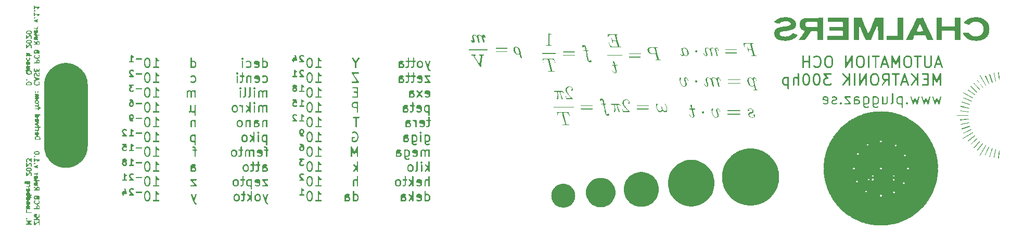
<source format=gbr>
G04 #@! TF.GenerationSoftware,KiCad,Pcbnew,7.0.9*
G04 #@! TF.CreationDate,2024-01-03T20:33:31+01:00*
G04 #@! TF.ProjectId,pcb_ruler,7063625f-7275-46c6-9572-2e6b69636164,rev?*
G04 #@! TF.SameCoordinates,Original*
G04 #@! TF.FileFunction,Soldermask,Bot*
G04 #@! TF.FilePolarity,Negative*
%FSLAX46Y46*%
G04 Gerber Fmt 4.6, Leading zero omitted, Abs format (unit mm)*
G04 Created by KiCad (PCBNEW 7.0.9) date 2024-01-03 20:33:31*
%MOMM*%
%LPD*%
G01*
G04 APERTURE LIST*
G04 APERTURE END LIST*
G36*
X239761749Y-118333672D02*
G01*
X239761752Y-118333672D01*
X239768662Y-118334062D01*
X239772488Y-118334231D01*
X239783982Y-118334736D01*
X239803193Y-118335392D01*
X239807508Y-118335540D01*
X239835974Y-118336368D01*
X239839148Y-118336447D01*
X239857254Y-118336899D01*
X239857259Y-118336899D01*
X239866183Y-118337123D01*
X239872700Y-118337382D01*
X239872702Y-118337382D01*
X240160634Y-118348826D01*
X240160636Y-118348826D01*
X240169558Y-118349181D01*
X240178099Y-118349809D01*
X240178104Y-118349809D01*
X240463822Y-118370819D01*
X240463825Y-118370819D01*
X240472737Y-118371475D01*
X240481220Y-118372383D01*
X240481229Y-118372384D01*
X240766462Y-118402942D01*
X240766464Y-118402942D01*
X240775354Y-118403895D01*
X240783781Y-118405080D01*
X240783791Y-118405081D01*
X241068193Y-118445090D01*
X241068195Y-118445090D01*
X241077041Y-118446335D01*
X241085396Y-118447791D01*
X241085406Y-118447792D01*
X241368626Y-118497152D01*
X241368627Y-118497152D01*
X241377432Y-118498687D01*
X241385725Y-118500412D01*
X241385729Y-118500413D01*
X241667418Y-118559022D01*
X241667422Y-118559023D01*
X241676157Y-118560841D01*
X241684365Y-118562828D01*
X241684373Y-118562830D01*
X241964173Y-118630589D01*
X241964175Y-118630590D01*
X241972851Y-118632691D01*
X241980983Y-118634941D01*
X241980992Y-118634943D01*
X242258551Y-118711749D01*
X242258553Y-118711749D01*
X242267147Y-118714128D01*
X242275201Y-118716639D01*
X242275202Y-118716640D01*
X242550143Y-118802382D01*
X242550148Y-118802384D01*
X242558676Y-118805044D01*
X242566661Y-118807820D01*
X242566662Y-118807821D01*
X242621438Y-118826869D01*
X242847072Y-118905331D01*
X242997875Y-118963319D01*
X243091868Y-118999462D01*
X243131967Y-119014881D01*
X243139760Y-119018172D01*
X243139767Y-119018175D01*
X243404747Y-119130102D01*
X243404749Y-119130103D01*
X243412994Y-119133586D01*
X243420704Y-119137144D01*
X243420708Y-119137146D01*
X243681667Y-119257590D01*
X243681668Y-119257590D01*
X243689787Y-119261338D01*
X243961976Y-119398029D01*
X243969467Y-119402108D01*
X243969482Y-119402115D01*
X244221346Y-119539275D01*
X244221348Y-119539276D01*
X244229197Y-119543551D01*
X244236575Y-119547897D01*
X244236580Y-119547899D01*
X244345368Y-119611974D01*
X244491080Y-119697796D01*
X244532369Y-119723066D01*
X244575876Y-119749694D01*
X244584987Y-119755270D01*
X244575187Y-119770405D01*
X244566455Y-119799746D01*
X244690870Y-119905307D01*
X244751633Y-119875738D01*
X244756900Y-119867546D01*
X244757899Y-119867973D01*
X244760014Y-119869167D01*
X244767355Y-119873695D01*
X244778447Y-119880817D01*
X244792810Y-119890217D01*
X244802360Y-119896572D01*
X244821993Y-119909636D01*
X244821995Y-119909637D01*
X244829440Y-119914592D01*
X244835995Y-119919020D01*
X244866018Y-119939299D01*
X244866021Y-119939301D01*
X244873422Y-119944301D01*
X244878914Y-119948142D01*
X244878921Y-119948146D01*
X244997336Y-120030959D01*
X245073427Y-120084173D01*
X245079726Y-120088829D01*
X245079731Y-120088832D01*
X245158195Y-120146828D01*
X245269512Y-120229107D01*
X245384543Y-120318882D01*
X245454510Y-120373487D01*
X245461582Y-120379006D01*
X245552497Y-120453864D01*
X245642638Y-120528084D01*
X245642639Y-120528086D01*
X245649543Y-120533770D01*
X245655456Y-120538904D01*
X245655458Y-120538905D01*
X245715501Y-120591032D01*
X245833300Y-120693301D01*
X245935632Y-120786932D01*
X246003061Y-120848628D01*
X246012760Y-120857502D01*
X246187828Y-121026273D01*
X246358409Y-121199517D01*
X246363758Y-121205240D01*
X246363762Y-121205244D01*
X246487521Y-121337664D01*
X246524409Y-121377134D01*
X246685734Y-121559027D01*
X246842289Y-121745098D01*
X246993980Y-121935247D01*
X246998701Y-121941493D01*
X247000088Y-121943328D01*
X247140713Y-122129376D01*
X247282393Y-122327388D01*
X247331556Y-122400050D01*
X247413906Y-122521760D01*
X247413909Y-122521767D01*
X247418927Y-122529183D01*
X247449455Y-122576961D01*
X247522592Y-122691424D01*
X247522592Y-122691425D01*
X247525889Y-122696585D01*
X247550218Y-122734663D01*
X247594635Y-122807438D01*
X247613870Y-122838953D01*
X247613871Y-122838956D01*
X247618522Y-122846576D01*
X247682129Y-122953810D01*
X247729031Y-123035807D01*
X247732833Y-123042914D01*
X247732834Y-123042915D01*
X247737217Y-123051108D01*
X247742465Y-123060916D01*
X247746021Y-123068374D01*
X247747221Y-123072007D01*
X247741385Y-123075300D01*
X247740669Y-123078826D01*
X247740668Y-123078830D01*
X247739717Y-123083512D01*
X247738445Y-123085778D01*
X247720467Y-123155531D01*
X247779307Y-123247300D01*
X247837656Y-123257813D01*
X247841190Y-123258254D01*
X247849112Y-123253908D01*
X247849848Y-123254860D01*
X247851508Y-123257654D01*
X247857406Y-123268391D01*
X247878139Y-123307826D01*
X247908182Y-123366190D01*
X247944408Y-123437463D01*
X248037893Y-123627574D01*
X248126856Y-123819086D01*
X248211291Y-124011982D01*
X248291194Y-124206242D01*
X248366557Y-124401849D01*
X248437377Y-124598785D01*
X248503648Y-124797031D01*
X248505098Y-124801721D01*
X248565364Y-124996571D01*
X248622521Y-125197386D01*
X248667595Y-125370574D01*
X248675112Y-125399457D01*
X248723133Y-125602767D01*
X248766578Y-125807298D01*
X248805442Y-126013031D01*
X248839719Y-126219949D01*
X248869405Y-126428034D01*
X248894493Y-126637267D01*
X248904232Y-126731233D01*
X248912904Y-126824311D01*
X248920598Y-126917842D01*
X248927404Y-127013169D01*
X248938702Y-127214581D01*
X248947509Y-127439285D01*
X248950790Y-127540158D01*
X248945110Y-127540158D01*
X248943848Y-127541903D01*
X248943574Y-127542360D01*
X248939336Y-127545642D01*
X248891235Y-127601160D01*
X248896820Y-127702189D01*
X248943334Y-127745210D01*
X248950790Y-127745210D01*
X248947509Y-127846082D01*
X248938702Y-128070787D01*
X248927404Y-128272199D01*
X248912904Y-128461057D01*
X248894493Y-128648100D01*
X248863805Y-128898824D01*
X248849316Y-128995366D01*
X248826355Y-129148364D01*
X248782192Y-129396577D01*
X248780586Y-129404371D01*
X248780586Y-129404375D01*
X248758521Y-129511488D01*
X248731365Y-129643318D01*
X248673921Y-129888445D01*
X248609910Y-130131812D01*
X248539380Y-130373275D01*
X248462379Y-130612690D01*
X248378957Y-130849914D01*
X248289161Y-131084802D01*
X248193040Y-131317209D01*
X248090643Y-131546992D01*
X247982018Y-131774007D01*
X247978396Y-131781076D01*
X247978395Y-131781080D01*
X247959691Y-131817590D01*
X247867214Y-131998109D01*
X247746279Y-132219155D01*
X247619261Y-132437000D01*
X247585278Y-132493115D01*
X247556903Y-132539258D01*
X247537102Y-132570651D01*
X247531343Y-132579325D01*
X247528840Y-132582521D01*
X247523419Y-132579046D01*
X247520399Y-132580098D01*
X247520398Y-132580099D01*
X247514855Y-132582029D01*
X247512375Y-132582093D01*
X247445866Y-132601720D01*
X247396117Y-132690410D01*
X247412730Y-132752499D01*
X247419111Y-132756754D01*
X247336362Y-132878928D01*
X247209480Y-133061332D01*
X247077917Y-133240826D01*
X246941792Y-133417293D01*
X246801222Y-133590615D01*
X246656326Y-133760677D01*
X246507221Y-133927361D01*
X246354024Y-134090550D01*
X246196854Y-134250128D01*
X246035828Y-134405979D01*
X245871065Y-134557984D01*
X245702681Y-134706028D01*
X245530795Y-134849994D01*
X245355525Y-134989764D01*
X245176988Y-135125223D01*
X244995301Y-135256253D01*
X244810584Y-135382738D01*
X244725000Y-135438902D01*
X244630549Y-135499378D01*
X244438899Y-135618686D01*
X244283347Y-135711512D01*
X244234019Y-135738883D01*
X244219075Y-135746215D01*
X244211607Y-135748703D01*
X244208317Y-135742865D01*
X244199858Y-135741143D01*
X244197681Y-135739923D01*
X244118978Y-135719880D01*
X244021429Y-135799148D01*
X244023074Y-135837132D01*
X244028581Y-135847174D01*
X244025402Y-135850179D01*
X244015444Y-135856438D01*
X243977952Y-135877316D01*
X243921624Y-135907010D01*
X243851974Y-135942720D01*
X243774521Y-135981648D01*
X243694781Y-136020993D01*
X243618270Y-136057958D01*
X243550506Y-136089743D01*
X243246137Y-136223418D01*
X242940314Y-136345546D01*
X242632597Y-136456260D01*
X242322545Y-136555693D01*
X242009718Y-136643978D01*
X241693678Y-136721248D01*
X241373983Y-136787634D01*
X241050193Y-136843271D01*
X240919519Y-136862305D01*
X240784614Y-136879806D01*
X240647363Y-136895596D01*
X240509649Y-136909498D01*
X240373357Y-136921335D01*
X240240372Y-136930931D01*
X240112579Y-136938108D01*
X239991860Y-136942690D01*
X239881426Y-136946279D01*
X239834601Y-136948151D01*
X239801691Y-136949765D01*
X239743813Y-136953186D01*
X239743813Y-136947744D01*
X239742651Y-136946927D01*
X239738943Y-136942267D01*
X239683946Y-136894611D01*
X239584775Y-136898766D01*
X239539209Y-136945475D01*
X239538761Y-136946037D01*
X239538761Y-136953186D01*
X239480883Y-136949765D01*
X239447970Y-136948148D01*
X239401145Y-136946268D01*
X239346647Y-136944359D01*
X239290714Y-136942655D01*
X239115603Y-136935569D01*
X238935415Y-136924008D01*
X238751186Y-136908094D01*
X238563953Y-136887949D01*
X238374755Y-136863695D01*
X238184629Y-136835454D01*
X237994612Y-136803348D01*
X237805741Y-136767500D01*
X237610995Y-136726257D01*
X237417128Y-136680788D01*
X237224233Y-136631131D01*
X237032402Y-136577320D01*
X236841726Y-136519392D01*
X236652299Y-136457382D01*
X236464212Y-136391327D01*
X236333414Y-136342228D01*
X236285917Y-136324399D01*
X236285915Y-136324398D01*
X236277558Y-136321261D01*
X236092429Y-136247220D01*
X235908917Y-136169241D01*
X235727114Y-136087359D01*
X235547113Y-136001610D01*
X235369006Y-135912030D01*
X235192885Y-135818653D01*
X235042168Y-135734536D01*
X235026635Y-135725867D01*
X235026634Y-135725866D01*
X235018843Y-135721518D01*
X234869352Y-135633792D01*
X234854695Y-135625191D01*
X234854693Y-135625189D01*
X234846971Y-135620658D01*
X234790946Y-135586545D01*
X234745050Y-135557816D01*
X234714018Y-135537490D01*
X234705557Y-135531423D01*
X234703349Y-135529578D01*
X234702588Y-135528589D01*
X234712283Y-135513476D01*
X234722951Y-135477033D01*
X234583059Y-135373228D01*
X234539094Y-135401953D01*
X234531510Y-135413768D01*
X234529864Y-135414037D01*
X234526610Y-135413108D01*
X234515548Y-135407843D01*
X234498860Y-135398344D01*
X234477089Y-135384983D01*
X234420448Y-135348162D01*
X234377256Y-135318872D01*
X234357329Y-135305359D01*
X234357326Y-135305356D01*
X234349942Y-135300349D01*
X234269887Y-135244516D01*
X234264953Y-135240994D01*
X234264948Y-135240991D01*
X234197206Y-135192635D01*
X234184598Y-135183635D01*
X234178027Y-135178836D01*
X234105632Y-135125964D01*
X234105630Y-135125962D01*
X234098392Y-135120676D01*
X234015584Y-135058611D01*
X233862774Y-134939857D01*
X233712720Y-134818277D01*
X233565453Y-134693905D01*
X233421007Y-134566774D01*
X233415694Y-134561901D01*
X233415683Y-134561893D01*
X233296216Y-134452330D01*
X233279412Y-134436919D01*
X233230492Y-134390173D01*
X233147163Y-134310548D01*
X233147159Y-134310543D01*
X233140702Y-134304373D01*
X233085146Y-134249059D01*
X233011249Y-134175484D01*
X233011247Y-134175481D01*
X233004909Y-134169171D01*
X232901971Y-134062376D01*
X232878249Y-134037765D01*
X232878248Y-134037764D01*
X232872063Y-134031347D01*
X232867156Y-134026042D01*
X232867151Y-134026037D01*
X232748265Y-133897494D01*
X232748264Y-133897492D01*
X232742199Y-133890935D01*
X232737109Y-133885199D01*
X232621274Y-133754647D01*
X232621273Y-133754646D01*
X232615348Y-133747968D01*
X232609969Y-133741648D01*
X232563682Y-133687255D01*
X232491541Y-133602482D01*
X232370812Y-133454509D01*
X232253192Y-133304084D01*
X232242931Y-133290385D01*
X232210366Y-133246906D01*
X232138714Y-133151242D01*
X232041811Y-133016100D01*
X232032611Y-133003270D01*
X232032610Y-133003269D01*
X232027409Y-132996015D01*
X232023307Y-132990036D01*
X232023300Y-132990027D01*
X231936394Y-132863342D01*
X231919310Y-132838439D01*
X231867436Y-132759893D01*
X231863943Y-132754604D01*
X231863942Y-132754603D01*
X231859013Y-132747139D01*
X231852319Y-132736753D01*
X231813513Y-132676539D01*
X231794917Y-132647684D01*
X231789787Y-132639492D01*
X231674674Y-132455665D01*
X231674673Y-132455663D01*
X231669949Y-132448119D01*
X231666112Y-132441800D01*
X231621013Y-132367532D01*
X231621011Y-132367527D01*
X231616386Y-132359911D01*
X231612022Y-132352504D01*
X231578176Y-132295050D01*
X231578175Y-132295049D01*
X231573643Y-132287355D01*
X231545375Y-132236402D01*
X231537811Y-132220887D01*
X231535236Y-132213004D01*
X231553757Y-132202811D01*
X231570842Y-132187074D01*
X231547992Y-132103354D01*
X239481634Y-132103354D01*
X239529715Y-132156253D01*
X239538761Y-132158678D01*
X239538761Y-132165378D01*
X239608213Y-132225558D01*
X239728984Y-132200786D01*
X239743813Y-132170259D01*
X239743813Y-132158678D01*
X239758696Y-132154689D01*
X239760475Y-132154283D01*
X239762721Y-132153888D01*
X239767991Y-132153199D01*
X239793032Y-132141763D01*
X239812452Y-132006639D01*
X239751328Y-131953683D01*
X239751082Y-131953508D01*
X239743813Y-131953871D01*
X239743813Y-131948345D01*
X239742254Y-131947238D01*
X239738732Y-131942769D01*
X239683547Y-131894950D01*
X239583727Y-131899596D01*
X239538947Y-131946357D01*
X239538761Y-131946593D01*
X239538761Y-131953871D01*
X239533242Y-131953595D01*
X239532063Y-131955092D01*
X239527430Y-131958383D01*
X239482928Y-132004834D01*
X239481634Y-132103354D01*
X231547992Y-132103354D01*
X231530808Y-132040394D01*
X231435531Y-132019935D01*
X231428270Y-132023555D01*
X231419615Y-132007804D01*
X231419614Y-132007803D01*
X231419316Y-132007261D01*
X231419314Y-132007256D01*
X231415011Y-131999425D01*
X231402591Y-131975324D01*
X231394449Y-131959526D01*
X231394447Y-131959522D01*
X231390366Y-131951602D01*
X231387282Y-131945451D01*
X231324200Y-131819632D01*
X231324199Y-131819629D01*
X231320202Y-131811657D01*
X231292244Y-131754756D01*
X231248262Y-131665242D01*
X231248261Y-131665239D01*
X231244344Y-131657267D01*
X231241707Y-131651739D01*
X231241704Y-131651733D01*
X231193202Y-131550039D01*
X231193200Y-131550034D01*
X231189359Y-131541980D01*
X231185921Y-131534138D01*
X231092303Y-131320557D01*
X237090632Y-131320557D01*
X237110714Y-131387122D01*
X237110907Y-131387340D01*
X237112501Y-131389535D01*
X237113278Y-131391204D01*
X237113353Y-131391834D01*
X237113214Y-131392325D01*
X237112021Y-131394182D01*
X237110411Y-131460401D01*
X237247499Y-131532687D01*
X237282355Y-131507557D01*
X237289803Y-131495949D01*
X237290429Y-131496097D01*
X237291606Y-131496583D01*
X237295489Y-131498499D01*
X237299249Y-131500511D01*
X237349007Y-131497848D01*
X237356755Y-131468422D01*
X241628927Y-131468422D01*
X241661619Y-131645162D01*
X241713051Y-131652473D01*
X241717193Y-131650481D01*
X241721400Y-131648551D01*
X241723109Y-131647887D01*
X241726696Y-131654413D01*
X241737014Y-131655880D01*
X241808191Y-131670359D01*
X241895591Y-131610399D01*
X241904697Y-131556543D01*
X241900762Y-131549442D01*
X241906044Y-131546227D01*
X241911644Y-131460430D01*
X241786254Y-131381034D01*
X241657384Y-131452616D01*
X241657365Y-131452625D01*
X241628927Y-131468422D01*
X237356755Y-131468422D01*
X237395413Y-131321607D01*
X237349718Y-131292420D01*
X237242538Y-131223962D01*
X237242507Y-131223940D01*
X237229398Y-131215567D01*
X237090632Y-131320557D01*
X231092303Y-131320557D01*
X231061630Y-131250580D01*
X231061629Y-131250577D01*
X231058047Y-131242405D01*
X231050813Y-131224262D01*
X230941112Y-130949122D01*
X230941111Y-130949120D01*
X230937803Y-130940822D01*
X230911778Y-130868441D01*
X230831567Y-130645363D01*
X230831566Y-130645360D01*
X230828550Y-130636971D01*
X230815138Y-130595187D01*
X230732936Y-130339096D01*
X230732935Y-130339091D01*
X230730209Y-130330598D01*
X230727849Y-130322260D01*
X230727847Y-130322255D01*
X230650430Y-130048743D01*
X243216151Y-130048743D01*
X243327804Y-130192044D01*
X243378666Y-130173597D01*
X243379234Y-130172818D01*
X243384301Y-130166174D01*
X243396779Y-130174182D01*
X243420988Y-130179668D01*
X243518886Y-130076431D01*
X243500286Y-130010739D01*
X243499833Y-129999776D01*
X243495016Y-129996688D01*
X243494931Y-129996497D01*
X243494942Y-129996150D01*
X243495240Y-129995001D01*
X243495894Y-129993276D01*
X243496886Y-129991007D01*
X243498199Y-129988226D01*
X243499268Y-129986067D01*
X243496753Y-129925061D01*
X243311762Y-129900358D01*
X243272530Y-129965421D01*
X243216151Y-130048743D01*
X230650430Y-130048743D01*
X230645134Y-130030033D01*
X230645133Y-130030029D01*
X230642704Y-130021446D01*
X230618205Y-129921790D01*
X230590343Y-129808456D01*
X235611712Y-129808456D01*
X235671671Y-129896890D01*
X235727487Y-129906310D01*
X235734676Y-129902390D01*
X235737906Y-129907699D01*
X235822262Y-129913778D01*
X235902633Y-129789787D01*
X235867286Y-129723918D01*
X235817403Y-129630961D01*
X235644657Y-129655355D01*
X235631237Y-129717715D01*
X235633821Y-129723918D01*
X235634549Y-129726396D01*
X235628676Y-129729620D01*
X235611712Y-129808456D01*
X230590343Y-129808456D01*
X230568087Y-129717927D01*
X230568086Y-129717922D01*
X230565956Y-129709256D01*
X230523410Y-129506091D01*
X237491955Y-129506091D01*
X237605168Y-129596489D01*
X237664793Y-129572906D01*
X237664889Y-129572882D01*
X237673177Y-129569592D01*
X237680895Y-129566791D01*
X237680941Y-129566771D01*
X237759096Y-129538381D01*
X237758425Y-129500840D01*
X238162229Y-129500840D01*
X238224600Y-129554300D01*
X238232381Y-129554299D01*
X238232413Y-129560281D01*
X238232975Y-129560699D01*
X238235855Y-129562549D01*
X238238819Y-129566485D01*
X238315062Y-129631822D01*
X238460584Y-129564881D01*
X238460584Y-129427279D01*
X241588462Y-129427279D01*
X241595422Y-129531274D01*
X241641081Y-129570835D01*
X241648813Y-129570835D01*
X241648813Y-129576776D01*
X241649535Y-129577317D01*
X241652059Y-129578939D01*
X241655061Y-129582949D01*
X241727572Y-129645772D01*
X241873709Y-129579027D01*
X241873709Y-129348274D01*
X241712172Y-129287160D01*
X241648813Y-129358911D01*
X241648813Y-129366564D01*
X241642941Y-129366509D01*
X241642183Y-129367513D01*
X241640953Y-129369425D01*
X241636829Y-129372484D01*
X241588462Y-129427279D01*
X238460584Y-129427279D01*
X238460584Y-129325828D01*
X238296905Y-129265610D01*
X238232442Y-129341360D01*
X238232381Y-129349246D01*
X238214237Y-129349408D01*
X238192740Y-129355909D01*
X238162229Y-129500840D01*
X237758425Y-129500840D01*
X237755906Y-129359891D01*
X237672292Y-129332858D01*
X237672278Y-129332855D01*
X237665409Y-129330633D01*
X237610715Y-129312950D01*
X237512461Y-129373505D01*
X237502532Y-129437699D01*
X237507185Y-129440759D01*
X237501502Y-129444362D01*
X237491955Y-129506091D01*
X230523410Y-129506091D01*
X230512111Y-129452135D01*
X230501718Y-129402508D01*
X230501717Y-129402507D01*
X230499889Y-129393774D01*
X230497006Y-129377193D01*
X230445951Y-129083534D01*
X230445950Y-129083529D01*
X230444423Y-129074741D01*
X230443022Y-129065280D01*
X230425957Y-128949973D01*
X230425956Y-128949971D01*
X230424652Y-128941154D01*
X230423784Y-128934598D01*
X230423783Y-128934590D01*
X230407698Y-128812998D01*
X230407698Y-128812995D01*
X230406532Y-128804181D01*
X230406156Y-128800990D01*
X238184468Y-128800990D01*
X238223253Y-128883133D01*
X238224374Y-128884511D01*
X238226126Y-128889258D01*
X238227656Y-128889446D01*
X238232679Y-128891232D01*
X238232995Y-128893246D01*
X238233284Y-128897491D01*
X238233698Y-128909772D01*
X238254554Y-128966277D01*
X238460584Y-128929468D01*
X238460584Y-128807234D01*
X241601982Y-128807234D01*
X241638989Y-128886320D01*
X241645849Y-128895394D01*
X241648813Y-128895367D01*
X241648813Y-128899315D01*
X241654850Y-128907301D01*
X241727583Y-128970303D01*
X241873709Y-128903555D01*
X241873709Y-128764159D01*
X241799939Y-128690844D01*
X241710820Y-128691394D01*
X241675028Y-128691616D01*
X241601982Y-128807234D01*
X238460584Y-128807234D01*
X238460584Y-128757604D01*
X238386900Y-128684303D01*
X238257561Y-128684978D01*
X238184468Y-128800990D01*
X230406156Y-128800990D01*
X230405763Y-128797647D01*
X230391259Y-128674293D01*
X230391259Y-128674291D01*
X230390221Y-128665464D01*
X230388607Y-128649851D01*
X230376794Y-128535529D01*
X230376794Y-128535528D01*
X230375876Y-128526644D01*
X230374649Y-128512862D01*
X230364445Y-128398245D01*
X230364445Y-128398240D01*
X230363655Y-128389364D01*
X230363171Y-128382844D01*
X230363170Y-128382833D01*
X230354375Y-128264161D01*
X230354375Y-128264158D01*
X230353716Y-128255265D01*
X230353328Y-128248577D01*
X230346732Y-128134882D01*
X230346732Y-128134875D01*
X230346217Y-128125989D01*
X230345941Y-128119073D01*
X230345940Y-128119065D01*
X230341667Y-128011987D01*
X230341667Y-128011983D01*
X230341316Y-128003179D01*
X230341135Y-127997798D01*
X230341134Y-127997789D01*
X230338896Y-127931224D01*
X230337740Y-127896840D01*
X230334562Y-127820322D01*
X230334260Y-127813064D01*
X230331293Y-127754140D01*
X230331293Y-127754135D01*
X230330844Y-127745210D01*
X230336364Y-127745210D01*
X230337457Y-127743670D01*
X230341937Y-127740138D01*
X230373594Y-127703605D01*
X235052804Y-127703605D01*
X235120099Y-127754922D01*
X235129434Y-127755674D01*
X235129844Y-127757037D01*
X235130243Y-127758946D01*
X235130626Y-127761349D01*
X235132388Y-127762397D01*
X235136422Y-127767370D01*
X235139811Y-127769954D01*
X235141819Y-127772096D01*
X235146123Y-127774769D01*
X235191495Y-127809374D01*
X235289980Y-127799236D01*
X235330278Y-127752736D01*
X235330462Y-127752476D01*
X235330100Y-127745210D01*
X235335625Y-127745210D01*
X235336734Y-127743649D01*
X235341203Y-127740127D01*
X235389032Y-127684929D01*
X235385180Y-127602455D01*
X239478085Y-127602455D01*
X239485477Y-127705743D01*
X239531029Y-127745210D01*
X239538761Y-127745210D01*
X239538761Y-127751151D01*
X239539483Y-127751692D01*
X239542005Y-127753313D01*
X239545008Y-127757324D01*
X239601058Y-127805885D01*
X239704346Y-127798493D01*
X239743813Y-127752940D01*
X239743813Y-127745210D01*
X239749754Y-127745210D01*
X239750294Y-127744488D01*
X239751917Y-127741962D01*
X239755929Y-127738959D01*
X239804488Y-127682912D01*
X239798585Y-127600432D01*
X243893544Y-127600432D01*
X243898201Y-127700269D01*
X243944957Y-127745024D01*
X243945193Y-127745210D01*
X243952474Y-127745210D01*
X243952200Y-127750731D01*
X243953716Y-127751926D01*
X243956995Y-127756541D01*
X244003475Y-127801046D01*
X244101979Y-127802323D01*
X244154856Y-127754256D01*
X244157281Y-127745210D01*
X244174538Y-127745210D01*
X244202692Y-127736824D01*
X244224654Y-127577296D01*
X244165827Y-127540158D01*
X244156342Y-127540158D01*
X244153565Y-127521896D01*
X244139752Y-127491650D01*
X244004631Y-127472227D01*
X243952281Y-127532648D01*
X243952113Y-127532883D01*
X243952474Y-127540158D01*
X243946943Y-127540158D01*
X243945824Y-127541733D01*
X243941367Y-127545245D01*
X243893544Y-127600432D01*
X239798585Y-127600432D01*
X239797096Y-127579624D01*
X239751544Y-127540158D01*
X239743813Y-127540158D01*
X239743813Y-127534216D01*
X239743089Y-127533674D01*
X239740565Y-127532051D01*
X239737563Y-127528042D01*
X239681515Y-127479482D01*
X239578227Y-127486874D01*
X239538761Y-127532424D01*
X239538761Y-127540158D01*
X239532819Y-127540158D01*
X239532276Y-127540883D01*
X239530656Y-127543402D01*
X239526647Y-127546404D01*
X239478085Y-127602455D01*
X235385180Y-127602455D01*
X235384369Y-127585088D01*
X235337611Y-127540338D01*
X235337383Y-127540158D01*
X235330100Y-127540158D01*
X235330373Y-127534634D01*
X235328855Y-127533438D01*
X235325561Y-127528804D01*
X235265389Y-127471220D01*
X235137384Y-127497080D01*
X235132012Y-127509483D01*
X235131691Y-127514028D01*
X235131001Y-127521107D01*
X235130243Y-127526421D01*
X235129844Y-127528330D01*
X235129434Y-127529693D01*
X235128412Y-127530561D01*
X235125814Y-127531379D01*
X235122326Y-127531845D01*
X235121709Y-127533272D01*
X235058705Y-127572885D01*
X235052804Y-127703605D01*
X230373594Y-127703605D01*
X230389745Y-127684966D01*
X230385128Y-127585184D01*
X230338374Y-127540362D01*
X230338115Y-127540158D01*
X230330844Y-127540158D01*
X230331747Y-127522211D01*
X230331747Y-127522209D01*
X230334260Y-127472306D01*
X230337740Y-127388521D01*
X230341016Y-127291088D01*
X230341016Y-127291082D01*
X230341316Y-127282189D01*
X230341947Y-127265257D01*
X230343182Y-127232088D01*
X230343182Y-127232083D01*
X230343514Y-127223193D01*
X230343786Y-127217371D01*
X230343786Y-127217362D01*
X230346383Y-127161844D01*
X230346383Y-127161842D01*
X230346796Y-127153018D01*
X230347154Y-127146403D01*
X230350241Y-127089311D01*
X230350241Y-127089309D01*
X230350720Y-127080457D01*
X230351071Y-127074820D01*
X230351071Y-127074807D01*
X230354288Y-127023189D01*
X230354288Y-127023188D01*
X230354842Y-127014298D01*
X230355433Y-127007140D01*
X230355434Y-127007133D01*
X230376856Y-126748145D01*
X230376856Y-126748141D01*
X230377592Y-126739253D01*
X230378504Y-126731143D01*
X230378505Y-126731135D01*
X230407408Y-126474350D01*
X230407409Y-126474342D01*
X230408408Y-126465475D01*
X230409618Y-126456986D01*
X230445979Y-126201961D01*
X230445979Y-126201957D01*
X230447239Y-126193127D01*
X230449451Y-126180326D01*
X230492514Y-125931156D01*
X230492516Y-125931149D01*
X230494033Y-125922373D01*
X230495657Y-125914383D01*
X230495659Y-125914373D01*
X230546959Y-125662126D01*
X230546960Y-125662122D01*
X230548739Y-125653376D01*
X230550601Y-125645427D01*
X230550602Y-125645421D01*
X230584778Y-125499534D01*
X243380019Y-125499534D01*
X243424529Y-125576770D01*
X243462029Y-125649277D01*
X243636899Y-125634568D01*
X243651358Y-125567444D01*
X243648840Y-125561429D01*
X243648044Y-125558785D01*
X243653917Y-125555562D01*
X243670770Y-125477330D01*
X243611237Y-125389033D01*
X243555123Y-125379273D01*
X243548084Y-125383189D01*
X243544909Y-125377913D01*
X243458967Y-125372434D01*
X243380019Y-125499534D01*
X230584778Y-125499534D01*
X230609271Y-125394984D01*
X230609272Y-125394981D01*
X230611306Y-125386299D01*
X230613400Y-125378412D01*
X230613402Y-125378404D01*
X230656456Y-125216293D01*
X235760293Y-125216293D01*
X235781015Y-125278206D01*
X235781016Y-125278210D01*
X235781224Y-125278830D01*
X235782939Y-125283955D01*
X235782943Y-125283977D01*
X235783469Y-125285549D01*
X235784833Y-125286424D01*
X235785116Y-125286632D01*
X235785300Y-125286998D01*
X235785386Y-125287520D01*
X235785377Y-125288192D01*
X235785275Y-125289010D01*
X235785081Y-125289970D01*
X235785021Y-125290180D01*
X235786657Y-125295060D01*
X235788478Y-125300498D01*
X235788483Y-125300510D01*
X235811007Y-125367715D01*
X235965749Y-125388131D01*
X236016177Y-125312115D01*
X236058644Y-125248091D01*
X235998124Y-125120474D01*
X235915095Y-125112192D01*
X235912808Y-125112403D01*
X235910231Y-125112029D01*
X235896614Y-125113614D01*
X235895869Y-125114096D01*
X235894262Y-125114827D01*
X235893563Y-125115009D01*
X235892935Y-125115066D01*
X235892379Y-125114998D01*
X235891896Y-125114802D01*
X235890083Y-125113638D01*
X235840338Y-125111027D01*
X235760293Y-125216293D01*
X230656456Y-125216293D01*
X230679394Y-125129925D01*
X230679395Y-125129920D01*
X230681684Y-125121305D01*
X230684010Y-125113482D01*
X230757272Y-124867123D01*
X230757274Y-124867117D01*
X230759820Y-124858558D01*
X230762376Y-124850805D01*
X230762379Y-124850794D01*
X230842870Y-124606692D01*
X230842871Y-124606689D01*
X230845664Y-124598220D01*
X230848445Y-124590551D01*
X230848449Y-124590539D01*
X230936126Y-124348831D01*
X230936128Y-124348826D01*
X230939165Y-124340455D01*
X230942170Y-124332872D01*
X230942173Y-124332866D01*
X231036979Y-124093727D01*
X231036982Y-124093720D01*
X231040271Y-124085426D01*
X231044672Y-124075215D01*
X231087822Y-123975092D01*
X241906431Y-123975092D01*
X241913846Y-123979876D01*
X241913853Y-123979881D01*
X241959558Y-124009374D01*
X242037089Y-124059404D01*
X242162024Y-124001533D01*
X242173385Y-123914742D01*
X242171279Y-123900740D01*
X242171279Y-123899384D01*
X242170493Y-123897721D01*
X242170170Y-123896556D01*
X242170007Y-123895425D01*
X242170125Y-123893229D01*
X242170750Y-123891097D01*
X242160962Y-123814771D01*
X242037171Y-123756308D01*
X242002369Y-123778164D01*
X241995788Y-123788419D01*
X241995543Y-123788431D01*
X241994979Y-123788259D01*
X241992923Y-123787379D01*
X241990006Y-123785929D01*
X241907272Y-123837891D01*
X241906431Y-123975092D01*
X231087822Y-123975092D01*
X231145400Y-123841491D01*
X231145400Y-123841489D01*
X231148932Y-123833296D01*
X231153770Y-123822923D01*
X231180759Y-123765055D01*
X237352098Y-123765055D01*
X237353045Y-123771528D01*
X237360890Y-123850662D01*
X237482653Y-123912728D01*
X237541653Y-123878223D01*
X237541659Y-123878220D01*
X237549364Y-123873714D01*
X237602590Y-123845685D01*
X237622144Y-123712566D01*
X237550340Y-123654694D01*
X237538345Y-123648971D01*
X237536389Y-123649950D01*
X237534966Y-123647359D01*
X237523915Y-123642086D01*
X237459790Y-123628282D01*
X237378184Y-123672894D01*
X237355459Y-123733598D01*
X237354271Y-123744713D01*
X237355750Y-123747415D01*
X237355687Y-123747748D01*
X237355518Y-123748136D01*
X237355247Y-123748578D01*
X237354876Y-123749072D01*
X237354407Y-123749616D01*
X237353844Y-123750208D01*
X237353666Y-123750375D01*
X237352380Y-123762415D01*
X237352231Y-123763316D01*
X237352256Y-123763572D01*
X237352098Y-123765055D01*
X231180759Y-123765055D01*
X231261327Y-123592307D01*
X231261328Y-123592304D01*
X231265095Y-123584229D01*
X231268757Y-123576944D01*
X231268762Y-123576934D01*
X231384706Y-123346352D01*
X231388711Y-123338387D01*
X231392590Y-123331207D01*
X231392593Y-123331202D01*
X231420287Y-123279953D01*
X239469478Y-123279953D01*
X239531030Y-123333283D01*
X239538761Y-123333283D01*
X239538761Y-123339224D01*
X239539483Y-123339765D01*
X239542005Y-123341386D01*
X239545005Y-123345393D01*
X239600099Y-123393131D01*
X239701711Y-123387093D01*
X239743813Y-123340806D01*
X239743813Y-123333283D01*
X239749560Y-123333421D01*
X239750673Y-123331972D01*
X239751296Y-123331001D01*
X239755561Y-123327889D01*
X239800624Y-123278359D01*
X239800646Y-123181683D01*
X239752860Y-123129114D01*
X239743813Y-123126690D01*
X239743813Y-123108734D01*
X239735814Y-123081499D01*
X239576023Y-123059164D01*
X239538761Y-123118147D01*
X239538761Y-123127629D01*
X239520503Y-123130398D01*
X239488907Y-123144827D01*
X239469478Y-123279953D01*
X231420287Y-123279953D01*
X231491898Y-123147435D01*
X231519728Y-123095934D01*
X231525610Y-123085778D01*
X231653623Y-122864752D01*
X231653627Y-122864745D01*
X231658095Y-122857033D01*
X231661624Y-122851174D01*
X231661628Y-122851168D01*
X231685764Y-122811108D01*
X231685769Y-122811102D01*
X231690320Y-122803548D01*
X231693051Y-122799072D01*
X231693058Y-122799059D01*
X231713403Y-122765720D01*
X231713404Y-122765718D01*
X231718016Y-122758161D01*
X231721033Y-122753311D01*
X231721038Y-122753302D01*
X231733522Y-122733235D01*
X231733527Y-122733228D01*
X231738231Y-122725668D01*
X231744611Y-122715755D01*
X231748013Y-122710864D01*
X231749432Y-122710470D01*
X231752405Y-122711147D01*
X231760609Y-122714815D01*
X231837243Y-122710332D01*
X231905226Y-122597375D01*
X231878083Y-122538003D01*
X231870203Y-122532945D01*
X231869935Y-122531296D01*
X231870865Y-122528039D01*
X231876127Y-122516975D01*
X231885620Y-122500291D01*
X231890062Y-122493049D01*
X231890069Y-122493037D01*
X231894296Y-122486147D01*
X231894301Y-122486140D01*
X231898973Y-122478526D01*
X231903236Y-122471966D01*
X231903240Y-122471960D01*
X231930931Y-122429357D01*
X231930932Y-122429355D01*
X231935775Y-122421905D01*
X231939745Y-122416049D01*
X231939749Y-122416043D01*
X231978568Y-122358791D01*
X231978573Y-122358784D01*
X231983568Y-122351419D01*
X232039388Y-122271376D01*
X232100270Y-122186083D01*
X232103821Y-122181220D01*
X232103824Y-122181216D01*
X232157983Y-122107058D01*
X232157987Y-122107053D01*
X232163249Y-122099849D01*
X232166980Y-122094870D01*
X232166989Y-122094857D01*
X232220017Y-122024108D01*
X232220021Y-122024103D01*
X232225360Y-122016981D01*
X232231036Y-122009709D01*
X232364916Y-121838195D01*
X232364919Y-121838192D01*
X232370398Y-121831173D01*
X232375260Y-121825251D01*
X232375266Y-121825243D01*
X232513829Y-121656489D01*
X232513831Y-121656487D01*
X232519486Y-121649600D01*
X232525407Y-121642743D01*
X232666787Y-121479014D01*
X232666789Y-121479011D01*
X232672605Y-121472277D01*
X232766983Y-121368335D01*
X232823745Y-121305821D01*
X232823746Y-121305820D01*
X232829738Y-121299221D01*
X232836448Y-121292193D01*
X232954781Y-121168244D01*
X232990864Y-121130448D01*
X232996334Y-121124998D01*
X232996339Y-121124993D01*
X233144558Y-120977340D01*
X233155967Y-120965974D01*
X233165031Y-120957387D01*
X233318560Y-120811941D01*
X233318562Y-120811939D01*
X233325026Y-120805816D01*
X233330752Y-120800657D01*
X233330759Y-120800651D01*
X233491401Y-120655955D01*
X233491403Y-120655953D01*
X233498024Y-120649990D01*
X233503886Y-120644970D01*
X233503890Y-120644967D01*
X233668179Y-120504302D01*
X233668181Y-120504300D01*
X233674942Y-120498512D01*
X233680910Y-120493655D01*
X233680921Y-120493646D01*
X233848839Y-120357029D01*
X233848846Y-120357024D01*
X233855761Y-120351399D01*
X233861853Y-120346691D01*
X233861861Y-120346684D01*
X234033399Y-120214126D01*
X234033402Y-120214123D01*
X234040463Y-120208668D01*
X234046671Y-120204113D01*
X234046680Y-120204106D01*
X234221844Y-120075603D01*
X234221849Y-120075600D01*
X234229029Y-120070333D01*
X234235332Y-120065945D01*
X234235343Y-120065937D01*
X234414116Y-119941510D01*
X234414122Y-119941506D01*
X234421441Y-119936413D01*
X234427845Y-119932186D01*
X234427853Y-119932181D01*
X234610246Y-119811826D01*
X234610250Y-119811824D01*
X234617679Y-119806922D01*
X234624172Y-119802862D01*
X234624178Y-119802859D01*
X234810162Y-119686604D01*
X234810173Y-119686599D01*
X234817726Y-119681878D01*
X234824301Y-119677988D01*
X234824306Y-119677985D01*
X235013906Y-119565825D01*
X235013911Y-119565822D01*
X235021562Y-119561297D01*
X235026923Y-119558212D01*
X235026928Y-119558210D01*
X235044133Y-119548313D01*
X235044138Y-119548310D01*
X235051885Y-119543855D01*
X235060530Y-119559606D01*
X235086429Y-119585391D01*
X235235248Y-119531951D01*
X235243484Y-119448258D01*
X235243085Y-119439338D01*
X235250166Y-119435190D01*
X235265515Y-119426951D01*
X235271230Y-119423987D01*
X235271238Y-119423983D01*
X235309299Y-119404249D01*
X235309304Y-119404247D01*
X235317170Y-119400169D01*
X235322115Y-119397653D01*
X235322129Y-119397645D01*
X235382439Y-119366965D01*
X235382445Y-119366962D01*
X235390363Y-119362935D01*
X235394944Y-119360632D01*
X235394952Y-119360628D01*
X235469446Y-119323190D01*
X235469448Y-119323189D01*
X235477406Y-119319190D01*
X235483633Y-119316198D01*
X235483640Y-119316195D01*
X235748374Y-119189035D01*
X235748381Y-119189032D01*
X235756423Y-119185170D01*
X235764114Y-119181774D01*
X235764125Y-119181769D01*
X236028573Y-119065034D01*
X236028577Y-119065032D01*
X236036730Y-119061434D01*
X236044592Y-119058267D01*
X236044597Y-119058265D01*
X236310711Y-118951086D01*
X236310716Y-118951084D01*
X236318986Y-118947754D01*
X236326993Y-118944834D01*
X236327006Y-118944829D01*
X236595459Y-118846962D01*
X236595467Y-118846960D01*
X236603851Y-118843904D01*
X236611964Y-118841249D01*
X236611974Y-118841246D01*
X236883508Y-118752426D01*
X236883513Y-118752424D01*
X236891985Y-118749654D01*
X236900167Y-118747275D01*
X236900178Y-118747272D01*
X237175467Y-118667269D01*
X237175474Y-118667267D01*
X237184046Y-118664777D01*
X237192265Y-118662678D01*
X237192276Y-118662675D01*
X237472050Y-118591252D01*
X237472054Y-118591251D01*
X237480694Y-118589046D01*
X237488896Y-118587230D01*
X237488908Y-118587227D01*
X237773878Y-118524159D01*
X237773884Y-118524158D01*
X237782589Y-118522232D01*
X237790319Y-118520735D01*
X237790322Y-118520735D01*
X237973745Y-118485231D01*
X237973749Y-118485230D01*
X237982516Y-118483534D01*
X237989829Y-118482287D01*
X237989839Y-118482285D01*
X238173102Y-118451048D01*
X238173105Y-118451047D01*
X238181888Y-118449551D01*
X238189278Y-118448464D01*
X238189286Y-118448463D01*
X238373160Y-118421437D01*
X238373162Y-118421436D01*
X238381980Y-118420141D01*
X238389400Y-118419223D01*
X238389409Y-118419222D01*
X238575209Y-118396256D01*
X238584068Y-118395161D01*
X238591465Y-118394415D01*
X238591474Y-118394414D01*
X238780528Y-118375364D01*
X238780532Y-118375364D01*
X238789427Y-118374468D01*
X238796759Y-118373889D01*
X238796771Y-118373888D01*
X238990447Y-118358619D01*
X238990451Y-118358619D01*
X238999333Y-118357919D01*
X239006527Y-118357500D01*
X239006538Y-118357499D01*
X239206153Y-118345888D01*
X239206154Y-118345888D01*
X239215061Y-118345370D01*
X239222105Y-118345095D01*
X239222108Y-118345095D01*
X239428997Y-118337026D01*
X239429002Y-118337026D01*
X239437889Y-118336680D01*
X239443631Y-118336507D01*
X239443640Y-118336507D01*
X239529826Y-118333924D01*
X239529831Y-118333924D01*
X239538761Y-118333657D01*
X239538761Y-118339358D01*
X239540423Y-118340564D01*
X239541043Y-118340936D01*
X239544303Y-118345158D01*
X239598211Y-118391870D01*
X239697559Y-118387581D01*
X239743435Y-118340316D01*
X239743813Y-118339839D01*
X239743813Y-118332658D01*
X239761749Y-118333672D01*
G37*
G36*
X102258112Y-135067556D02*
G01*
X102261395Y-135066978D01*
X102264280Y-135068644D01*
X102274023Y-135070362D01*
X102279747Y-135075165D01*
X102279749Y-135075166D01*
X102284758Y-135079368D01*
X102293692Y-135085625D01*
X102295158Y-135086471D01*
X102295159Y-135086472D01*
X102305824Y-135092630D01*
X102308138Y-135098988D01*
X102313323Y-135103339D01*
X102315756Y-135117139D01*
X102318577Y-135127669D01*
X102323371Y-135140839D01*
X102323371Y-135293220D01*
X102318848Y-135318872D01*
X102285871Y-135358172D01*
X102285867Y-135358172D01*
X102241639Y-135410880D01*
X102335557Y-135561078D01*
X102353415Y-135561078D01*
X102482185Y-135528885D01*
X102495014Y-135524139D01*
X102537669Y-135502813D01*
X102554021Y-135491028D01*
X102591293Y-135453754D01*
X102606594Y-135428996D01*
X102627285Y-135366927D01*
X102630514Y-135347033D01*
X102630514Y-135287785D01*
X102623826Y-135259455D01*
X102602777Y-135217357D01*
X102602775Y-135217352D01*
X102600337Y-135212476D01*
X102598182Y-135205230D01*
X102596420Y-135199309D01*
X102596419Y-135199305D01*
X102592911Y-135187509D01*
X102595638Y-135176093D01*
X102601970Y-135149584D01*
X102601971Y-135149580D01*
X102604831Y-135137611D01*
X102612511Y-135131914D01*
X102636149Y-135114380D01*
X102636151Y-135114378D01*
X102646036Y-135107047D01*
X102655583Y-135107620D01*
X102655586Y-135107620D01*
X102684957Y-135109384D01*
X102697247Y-135110122D01*
X102704187Y-135116693D01*
X102704190Y-135116695D01*
X102710459Y-135122631D01*
X102734501Y-135145394D01*
X102739900Y-135156191D01*
X102741191Y-135158773D01*
X102742002Y-135160395D01*
X102751925Y-135180241D01*
X102754368Y-135185127D01*
X102755559Y-135187509D01*
X102758122Y-135192635D01*
X102765427Y-135207245D01*
X102772596Y-135221584D01*
X102780022Y-135246551D01*
X102778980Y-135250911D01*
X102780514Y-135255125D01*
X102780514Y-135369411D01*
X102776620Y-135391493D01*
X102776665Y-135393128D01*
X102738570Y-135507414D01*
X102726168Y-135530319D01*
X102722346Y-135532666D01*
X102720452Y-135536730D01*
X102644262Y-135612920D01*
X102625895Y-135625779D01*
X102624770Y-135626969D01*
X102548579Y-135665064D01*
X102543338Y-135666622D01*
X102533675Y-135670441D01*
X102533229Y-135670743D01*
X102532366Y-135670958D01*
X102457104Y-135700702D01*
X102495805Y-135903934D01*
X102705514Y-135903934D01*
X102710883Y-135904880D01*
X102710886Y-135904881D01*
X102719039Y-135906318D01*
X102719042Y-135906319D01*
X102731166Y-135908457D01*
X102736888Y-135913259D01*
X102736891Y-135913260D01*
X102757427Y-135930493D01*
X102770466Y-135941434D01*
X102779375Y-135991958D01*
X102753723Y-136036387D01*
X102749027Y-136038095D01*
X102703933Y-136089515D01*
X102710703Y-136192846D01*
X102737472Y-136216323D01*
X102738756Y-136216465D01*
X102744549Y-136222529D01*
X102752304Y-136229330D01*
X102762967Y-136235487D01*
X102766238Y-136244475D01*
X102767214Y-136246254D01*
X102774195Y-136253562D01*
X102774810Y-136263109D01*
X102775522Y-136266338D01*
X102775526Y-136266359D01*
X102775536Y-136266407D01*
X102776772Y-136273416D01*
X102780514Y-136283696D01*
X102780514Y-136817030D01*
X102775991Y-136842682D01*
X102743014Y-136881982D01*
X102692490Y-136890891D01*
X102677674Y-136882337D01*
X102672647Y-136879434D01*
X102648061Y-136865239D01*
X102644343Y-136855024D01*
X102634255Y-136827309D01*
X102634254Y-136827307D01*
X102630514Y-136817030D01*
X102630514Y-136582520D01*
X102498480Y-136511857D01*
X101947117Y-136879434D01*
X101944007Y-136880798D01*
X101943014Y-136881982D01*
X101940164Y-136882484D01*
X101923264Y-136889900D01*
X101915837Y-136889078D01*
X101915554Y-136889141D01*
X101912158Y-136888917D01*
X101904615Y-136888752D01*
X101892490Y-136890891D01*
X101884200Y-136886104D01*
X101882313Y-136885370D01*
X101872272Y-136884261D01*
X101865666Y-136877346D01*
X101864397Y-136876370D01*
X101858723Y-136871394D01*
X101848061Y-136865239D01*
X101844790Y-136856253D01*
X101843809Y-136854466D01*
X101836834Y-136847164D01*
X101836217Y-136837621D01*
X101835490Y-136834321D01*
X101834253Y-136827304D01*
X101830514Y-136817030D01*
X101830514Y-136283696D01*
X101831964Y-136275470D01*
X101832898Y-136270170D01*
X101832899Y-136270165D01*
X101835037Y-136258044D01*
X101839838Y-136252321D01*
X101839840Y-136252318D01*
X101860100Y-136228175D01*
X101860101Y-136228174D01*
X101868014Y-136218744D01*
X101872929Y-136217877D01*
X101906414Y-136191000D01*
X101906571Y-136176576D01*
X101928990Y-136176576D01*
X101960538Y-136234084D01*
X101962967Y-136235487D01*
X101980514Y-136283696D01*
X101980514Y-136294633D01*
X101980514Y-136518203D01*
X102112548Y-136588866D01*
X102648619Y-136231487D01*
X102594860Y-136053934D01*
X102001595Y-136053934D01*
X101928990Y-136176576D01*
X101906571Y-136176576D01*
X101907702Y-136072773D01*
X101864341Y-136036387D01*
X101840562Y-136016434D01*
X101838902Y-136007024D01*
X101838901Y-136007019D01*
X101833790Y-135978032D01*
X101833790Y-135978029D01*
X101831653Y-135965910D01*
X101836434Y-135957628D01*
X101836437Y-135957622D01*
X101851148Y-135932144D01*
X101851149Y-135932142D01*
X101857305Y-135921481D01*
X101866286Y-135918211D01*
X101866290Y-135918210D01*
X101895234Y-135907675D01*
X101895237Y-135907674D01*
X101905514Y-135903934D01*
X102121629Y-135903934D01*
X102152770Y-135689937D01*
X102143244Y-135687104D01*
X102077799Y-135670743D01*
X102065975Y-135665469D01*
X102062449Y-135665064D01*
X101986259Y-135626969D01*
X101968248Y-135613610D01*
X101966767Y-135612920D01*
X101890577Y-135536730D01*
X101885084Y-135528885D01*
X101882697Y-135525477D01*
X101882695Y-135525474D01*
X101875637Y-135515393D01*
X101875246Y-135510925D01*
X101872459Y-135507414D01*
X101869000Y-135497038D01*
X101868999Y-135497036D01*
X101839134Y-135407441D01*
X101839133Y-135407440D01*
X101834363Y-135393128D01*
X101831073Y-135370949D01*
X101830514Y-135369411D01*
X101830514Y-135293220D01*
X101834407Y-135271137D01*
X101834363Y-135269502D01*
X101837816Y-135259142D01*
X101837817Y-135259138D01*
X101870732Y-135160395D01*
X101870737Y-135160382D01*
X101872459Y-135155218D01*
X101875058Y-135150418D01*
X101879000Y-135143137D01*
X101879001Y-135143135D01*
X101884862Y-135132312D01*
X101888681Y-135129965D01*
X101890576Y-135125903D01*
X101898301Y-135118177D01*
X101898303Y-135118175D01*
X101924815Y-135091662D01*
X101924821Y-135091656D01*
X101928671Y-135087807D01*
X101932485Y-135085135D01*
X101933496Y-135083386D01*
X101936595Y-135082257D01*
X101950008Y-135072866D01*
X101957451Y-135072214D01*
X101958148Y-135071908D01*
X101958412Y-135071873D01*
X101971431Y-135069577D01*
X101981705Y-135065839D01*
X102248371Y-135065839D01*
X102258112Y-135067556D01*
G37*
G36*
X100707793Y-136132506D02*
G01*
X101417514Y-136132506D01*
X101422883Y-136133452D01*
X101422886Y-136133453D01*
X101431039Y-136134890D01*
X101431042Y-136134891D01*
X101443166Y-136137029D01*
X101448892Y-136141833D01*
X101449685Y-136142142D01*
X101450489Y-136142731D01*
X101452384Y-136143880D01*
X101460514Y-136146057D01*
X101465998Y-136153883D01*
X101468771Y-136156779D01*
X101473034Y-136162091D01*
X101482466Y-136170006D01*
X101484126Y-136179425D01*
X101484345Y-136180069D01*
X101489953Y-136188073D01*
X101489121Y-136197603D01*
X101489384Y-136201591D01*
X101489235Y-136208401D01*
X101491375Y-136220530D01*
X101486588Y-136228819D01*
X101486344Y-136229445D01*
X101485496Y-136239182D01*
X101478728Y-136245952D01*
X101476368Y-136249174D01*
X101471882Y-136254289D01*
X101465723Y-136264959D01*
X101456955Y-136268149D01*
X101455869Y-136268824D01*
X101449230Y-136275470D01*
X101194025Y-136394565D01*
X101194025Y-136553778D01*
X101249641Y-136579733D01*
X101444286Y-136670567D01*
X101444288Y-136670568D01*
X101449231Y-136672875D01*
X101453697Y-136676004D01*
X101453700Y-136676006D01*
X101459564Y-136680115D01*
X101470563Y-136687822D01*
X101473719Y-136694595D01*
X101474309Y-136695212D01*
X101474787Y-136696084D01*
X101476019Y-136697929D01*
X101482466Y-136703339D01*
X101484126Y-136712758D01*
X101485417Y-136716558D01*
X101487032Y-136723166D01*
X101492231Y-136734325D01*
X101489750Y-136743566D01*
X101489677Y-136744238D01*
X101491375Y-136753863D01*
X101486587Y-136762154D01*
X101485139Y-136765878D01*
X101482129Y-136771976D01*
X101478938Y-136783876D01*
X101471090Y-136789366D01*
X101470610Y-136789826D01*
X101465723Y-136798292D01*
X101456723Y-136801567D01*
X101453211Y-136803494D01*
X101446996Y-136806226D01*
X101436905Y-136813289D01*
X101427606Y-136812472D01*
X101426344Y-136812624D01*
X101417514Y-136815839D01*
X101406573Y-136815839D01*
X100622968Y-136815839D01*
X100617514Y-136815839D01*
X100591862Y-136811316D01*
X100586137Y-136806512D01*
X100586136Y-136806512D01*
X100565389Y-136789102D01*
X100552562Y-136778339D01*
X100550902Y-136768929D01*
X100550901Y-136768924D01*
X100545790Y-136739937D01*
X100545790Y-136739934D01*
X100543653Y-136727815D01*
X100548434Y-136719533D01*
X100548437Y-136719527D01*
X100563148Y-136694049D01*
X100563149Y-136694047D01*
X100569305Y-136683386D01*
X100578286Y-136680116D01*
X100578290Y-136680115D01*
X100607234Y-136669580D01*
X100607237Y-136669579D01*
X100617514Y-136665839D01*
X100728194Y-136665839D01*
X100802174Y-136552426D01*
X100780713Y-136503691D01*
X100773647Y-136493606D01*
X100774236Y-136486842D01*
X100771369Y-136480688D01*
X100773844Y-136471457D01*
X100773846Y-136471448D01*
X100774990Y-136467185D01*
X100776890Y-136456409D01*
X100777033Y-136454763D01*
X100777034Y-136454757D01*
X100778104Y-136442497D01*
X100781633Y-136438964D01*
X100798087Y-136382460D01*
X100723086Y-136282506D01*
X100617514Y-136282506D01*
X100591862Y-136277983D01*
X100586137Y-136273179D01*
X100586136Y-136273179D01*
X100561995Y-136252921D01*
X100552562Y-136245006D01*
X100550902Y-136235596D01*
X100550901Y-136235591D01*
X100545790Y-136206604D01*
X100545790Y-136206601D01*
X100543653Y-136194482D01*
X100548434Y-136186200D01*
X100548437Y-136186194D01*
X100563148Y-136160716D01*
X100563149Y-136160714D01*
X100569305Y-136150053D01*
X100580284Y-136146057D01*
X100657371Y-136117998D01*
X100669360Y-136026918D01*
X100707793Y-136132506D01*
G37*
G36*
X100668279Y-135716603D02*
G01*
X100675022Y-135716014D01*
X100684179Y-135722426D01*
X100686490Y-135724044D01*
X100695941Y-135729501D01*
X100698732Y-135730802D01*
X100698738Y-135730806D01*
X100708643Y-135735425D01*
X100746738Y-135773520D01*
X100752411Y-135781622D01*
X100755141Y-135783534D01*
X100756003Y-135786752D01*
X100756128Y-135786931D01*
X100758657Y-135789053D01*
X100759008Y-135791043D01*
X100761678Y-135794857D01*
X100762899Y-135808820D01*
X100764791Y-135819551D01*
X100768419Y-135833089D01*
X100766969Y-135836196D01*
X100767566Y-135839577D01*
X100765850Y-135842548D01*
X100766149Y-135845964D01*
X100758110Y-135857443D01*
X100752663Y-135866878D01*
X100746739Y-135879585D01*
X100708644Y-135917681D01*
X100704170Y-135920813D01*
X100699682Y-135924578D01*
X100698628Y-135926086D01*
X100697539Y-135926377D01*
X100661499Y-135956621D01*
X100612486Y-135922302D01*
X100602577Y-135917682D01*
X100564481Y-135879586D01*
X100558806Y-135871482D01*
X100556076Y-135869570D01*
X100555213Y-135866350D01*
X100555090Y-135866174D01*
X100552562Y-135864053D01*
X100552210Y-135862062D01*
X100549541Y-135858249D01*
X100548889Y-135850800D01*
X100548888Y-135850798D01*
X100548317Y-135844283D01*
X100546424Y-135833547D01*
X100545985Y-135831909D01*
X100545984Y-135831903D01*
X100542800Y-135820016D01*
X100544248Y-135816908D01*
X100543653Y-135813529D01*
X100545367Y-135810558D01*
X100545069Y-135807142D01*
X100550546Y-135799318D01*
X100550550Y-135799312D01*
X100553107Y-135795661D01*
X100558560Y-135786215D01*
X100559856Y-135783435D01*
X100559861Y-135783427D01*
X100564482Y-135773519D01*
X100572213Y-135765788D01*
X100572216Y-135765784D01*
X100580702Y-135757298D01*
X100580703Y-135757298D01*
X100602578Y-135735424D01*
X100610680Y-135729750D01*
X100612592Y-135727021D01*
X100615810Y-135726158D01*
X100623915Y-135720484D01*
X100631358Y-135719832D01*
X100631363Y-135719831D01*
X100637876Y-135719261D01*
X100648612Y-135717368D01*
X100650244Y-135716930D01*
X100650257Y-135716929D01*
X100662146Y-135713744D01*
X100668279Y-135716603D01*
G37*
G36*
X101156217Y-129695355D02*
G01*
X101156220Y-129695356D01*
X101164373Y-129696793D01*
X101164376Y-129696794D01*
X101176500Y-129698932D01*
X101182222Y-129703734D01*
X101182225Y-129703735D01*
X101199137Y-129717927D01*
X101215800Y-129731909D01*
X101224709Y-129782433D01*
X101222211Y-129786757D01*
X101222014Y-129795816D01*
X101220270Y-129808275D01*
X101221846Y-129825225D01*
X101225356Y-129837025D01*
X101224314Y-129841386D01*
X101225848Y-129845600D01*
X101225848Y-129997981D01*
X101221325Y-130023633D01*
X101218441Y-130027069D01*
X101217929Y-130031523D01*
X101179834Y-130107713D01*
X101166476Y-130125721D01*
X101165785Y-130127204D01*
X101158042Y-130134946D01*
X101121588Y-130187022D01*
X101145398Y-130294405D01*
X101163872Y-130305072D01*
X101208301Y-130330724D01*
X101225848Y-130378933D01*
X101225848Y-130455123D01*
X101221325Y-130480775D01*
X101218442Y-130484210D01*
X101217930Y-130488665D01*
X101213035Y-130498454D01*
X101208074Y-130515134D01*
X101208816Y-130553958D01*
X101213650Y-130568200D01*
X101215800Y-130570004D01*
X101224709Y-130620528D01*
X101199057Y-130664957D01*
X101150848Y-130682504D01*
X101139898Y-130682504D01*
X101075074Y-130693930D01*
X101049035Y-130872742D01*
X101141407Y-130918930D01*
X101141415Y-130918935D01*
X101146293Y-130921374D01*
X101150674Y-130924623D01*
X101150675Y-130924624D01*
X101150789Y-130924709D01*
X101167214Y-130936891D01*
X101170185Y-130943745D01*
X101170757Y-130944377D01*
X101170897Y-130944649D01*
X101173626Y-130949037D01*
X101179834Y-130954915D01*
X101217930Y-131031105D01*
X101225356Y-131056072D01*
X101224314Y-131060433D01*
X101225848Y-131064647D01*
X101225848Y-131217028D01*
X101221325Y-131242680D01*
X101218441Y-131246116D01*
X101217929Y-131250570D01*
X101179834Y-131326760D01*
X101164316Y-131347681D01*
X101157460Y-131350652D01*
X101156828Y-131351225D01*
X101156556Y-131351365D01*
X101152168Y-131354092D01*
X101146293Y-131360300D01*
X101070104Y-131398396D01*
X101070098Y-131398397D01*
X101034969Y-131415963D01*
X101034961Y-131570461D01*
X101094603Y-131600289D01*
X101094615Y-131600297D01*
X101108198Y-131607089D01*
X101126208Y-131620447D01*
X101127690Y-131621138D01*
X101165785Y-131659233D01*
X101178644Y-131677599D01*
X101179834Y-131678725D01*
X101217930Y-131754915D01*
X101225356Y-131779882D01*
X101224314Y-131784243D01*
X101225848Y-131788457D01*
X101225848Y-131799394D01*
X101225848Y-131868805D01*
X101299071Y-131942028D01*
X101412060Y-131942028D01*
X101417514Y-131942028D01*
X101422883Y-131942974D01*
X101422886Y-131942975D01*
X101431039Y-131944412D01*
X101431042Y-131944413D01*
X101443166Y-131946551D01*
X101448888Y-131951353D01*
X101448891Y-131951354D01*
X101464113Y-131964128D01*
X101482466Y-131979528D01*
X101491375Y-132030052D01*
X101465723Y-132074481D01*
X101417514Y-132092028D01*
X101417509Y-132092028D01*
X101345351Y-132118292D01*
X101343462Y-132291307D01*
X101431045Y-132325366D01*
X101443166Y-132327504D01*
X101448888Y-132332305D01*
X101448889Y-132332306D01*
X101454653Y-132337143D01*
X101482466Y-132360481D01*
X101491375Y-132411005D01*
X101465723Y-132455434D01*
X101417514Y-132472981D01*
X101406576Y-132472981D01*
X101299071Y-132472981D01*
X101225848Y-132546204D01*
X101225848Y-132626553D01*
X101221325Y-132652205D01*
X101218441Y-132655641D01*
X101217929Y-132660095D01*
X101179834Y-132736285D01*
X101166476Y-132754293D01*
X101165785Y-132755776D01*
X101127690Y-132793871D01*
X101109323Y-132806730D01*
X101108198Y-132807920D01*
X101032009Y-132846016D01*
X101032000Y-132846018D01*
X100988892Y-132867573D01*
X101003698Y-133036925D01*
X101037270Y-133046915D01*
X101062214Y-133051314D01*
X101065649Y-133054196D01*
X101070103Y-133054709D01*
X101079873Y-133059594D01*
X101079876Y-133059595D01*
X101141412Y-133090363D01*
X101141416Y-133090365D01*
X101146293Y-133092804D01*
X101150674Y-133096053D01*
X101150675Y-133096054D01*
X101156619Y-133100463D01*
X101167214Y-133108321D01*
X101170185Y-133115175D01*
X101170757Y-133115807D01*
X101170897Y-133116079D01*
X101173626Y-133120467D01*
X101179834Y-133126345D01*
X101217930Y-133202535D01*
X101225356Y-133227502D01*
X101224314Y-133231863D01*
X101225848Y-133236077D01*
X101225848Y-133350363D01*
X101221325Y-133376015D01*
X101218441Y-133379451D01*
X101217929Y-133383905D01*
X101216327Y-133387107D01*
X101213607Y-133414720D01*
X101215798Y-133427146D01*
X101215800Y-133427148D01*
X101224709Y-133477672D01*
X101199057Y-133522101D01*
X101150848Y-133539648D01*
X101150843Y-133539648D01*
X101078685Y-133565912D01*
X101076796Y-133738927D01*
X101164379Y-133772986D01*
X101176500Y-133775124D01*
X101182222Y-133779925D01*
X101182223Y-133779926D01*
X101191806Y-133787967D01*
X101215800Y-133808101D01*
X101224709Y-133858625D01*
X101199057Y-133903054D01*
X101190067Y-133906325D01*
X101128829Y-133939920D01*
X101119858Y-134076785D01*
X101175901Y-134117875D01*
X101176500Y-134117981D01*
X101215800Y-134150958D01*
X101224709Y-134201482D01*
X101199057Y-134245911D01*
X101150848Y-134263458D01*
X101139910Y-134263458D01*
X100736198Y-134263458D01*
X100661552Y-134370066D01*
X100674964Y-134406914D01*
X100674967Y-134406916D01*
X100692514Y-134455125D01*
X100692514Y-134466062D01*
X100692514Y-134687854D01*
X100765737Y-134761077D01*
X101412060Y-134761077D01*
X101417514Y-134761077D01*
X101422883Y-134762023D01*
X101422886Y-134762024D01*
X101431039Y-134763461D01*
X101431042Y-134763462D01*
X101443166Y-134765600D01*
X101448888Y-134770402D01*
X101448891Y-134770403D01*
X101467828Y-134786294D01*
X101482466Y-134798577D01*
X101491375Y-134849101D01*
X101465723Y-134893530D01*
X101417514Y-134911077D01*
X101406576Y-134911077D01*
X100648322Y-134911077D01*
X100617514Y-134911077D01*
X100607772Y-134909359D01*
X100604490Y-134909938D01*
X100601604Y-134908271D01*
X100591862Y-134906554D01*
X100586140Y-134901752D01*
X100586138Y-134901752D01*
X100581125Y-134897545D01*
X100572191Y-134891289D01*
X100560061Y-134884286D01*
X100557746Y-134877927D01*
X100552562Y-134873577D01*
X100550902Y-134864168D01*
X100550899Y-134864158D01*
X100550126Y-134859773D01*
X100547304Y-134849243D01*
X100546254Y-134846356D01*
X100546253Y-134846351D01*
X100542514Y-134836077D01*
X100542514Y-134455125D01*
X100543461Y-134449752D01*
X100544898Y-134441599D01*
X100544899Y-134441594D01*
X100547037Y-134429473D01*
X100551838Y-134423750D01*
X100551840Y-134423747D01*
X100572100Y-134399604D01*
X100572101Y-134399603D01*
X100580014Y-134390173D01*
X100584930Y-134389306D01*
X100633095Y-134350648D01*
X100641627Y-134243018D01*
X100611033Y-134209260D01*
X100601148Y-134201928D01*
X100598176Y-134195072D01*
X100597602Y-134194439D01*
X100597462Y-134194167D01*
X100594732Y-134189778D01*
X100588528Y-134183904D01*
X100583640Y-134174129D01*
X100583638Y-134174126D01*
X100562732Y-134132314D01*
X100550432Y-134107715D01*
X100548879Y-134102495D01*
X100548877Y-134102489D01*
X100546514Y-134094544D01*
X100546513Y-134094541D01*
X100543006Y-134082748D01*
X100544047Y-134078386D01*
X100542514Y-134074173D01*
X100542514Y-133959887D01*
X100543575Y-133953871D01*
X100544899Y-133946359D01*
X100544899Y-133946357D01*
X100547037Y-133934235D01*
X100549919Y-133930799D01*
X100550432Y-133926346D01*
X100552034Y-133923141D01*
X100554753Y-133895528D01*
X100545790Y-133844699D01*
X100545790Y-133844696D01*
X100543653Y-133832577D01*
X100548434Y-133824295D01*
X100548437Y-133824289D01*
X100563148Y-133798811D01*
X100563149Y-133798809D01*
X100569305Y-133788148D01*
X100578285Y-133784879D01*
X100578288Y-133784878D01*
X100689678Y-133744333D01*
X100691563Y-133571319D01*
X100603988Y-133537263D01*
X100591862Y-133535125D01*
X100552562Y-133502148D01*
X100550902Y-133492738D01*
X100550901Y-133492733D01*
X100545790Y-133463746D01*
X100545790Y-133463743D01*
X100543653Y-133451624D01*
X100548434Y-133443342D01*
X100548437Y-133443336D01*
X100563148Y-133417858D01*
X100563149Y-133417856D01*
X100569305Y-133407195D01*
X100578279Y-133403928D01*
X100639535Y-133370323D01*
X100648501Y-133233459D01*
X100592459Y-133192373D01*
X100591862Y-133192268D01*
X100588724Y-133189635D01*
X100588720Y-133189632D01*
X100568537Y-133172696D01*
X100552562Y-133159291D01*
X100550902Y-133149881D01*
X100550901Y-133149876D01*
X100545790Y-133120889D01*
X100545790Y-133120886D01*
X100543653Y-133108767D01*
X100548434Y-133100485D01*
X100548437Y-133100479D01*
X100563148Y-133075001D01*
X100563149Y-133074999D01*
X100569305Y-133064338D01*
X100578286Y-133061068D01*
X100578290Y-133061067D01*
X100607234Y-133050532D01*
X100607237Y-133050531D01*
X100617514Y-133046791D01*
X100628449Y-133046791D01*
X100721457Y-133030390D01*
X100747485Y-132851582D01*
X100673753Y-132814715D01*
X100660163Y-132807920D01*
X100642154Y-132794562D01*
X100640672Y-132793871D01*
X100602577Y-132755776D01*
X100589717Y-132737409D01*
X100588528Y-132736284D01*
X100583380Y-132725990D01*
X100563606Y-132686442D01*
X100550432Y-132660095D01*
X100548879Y-132654875D01*
X100548877Y-132654869D01*
X100546514Y-132646924D01*
X100546513Y-132646921D01*
X100543006Y-132635128D01*
X100544047Y-132630766D01*
X100542514Y-132626553D01*
X100542514Y-132474172D01*
X100543873Y-132466463D01*
X100544919Y-132460526D01*
X100544920Y-132460520D01*
X100547037Y-132448520D01*
X100547559Y-132447896D01*
X100550120Y-132421641D01*
X100545790Y-132397084D01*
X100545790Y-132397077D01*
X100543653Y-132384957D01*
X100548434Y-132376675D01*
X100548437Y-132376669D01*
X100563148Y-132351191D01*
X100563149Y-132351189D01*
X100569305Y-132340528D01*
X100578285Y-132337259D01*
X100578288Y-132337258D01*
X100689678Y-132296713D01*
X100691563Y-132123699D01*
X100603988Y-132089643D01*
X100591862Y-132087505D01*
X100552562Y-132054528D01*
X100550902Y-132045118D01*
X100550901Y-132045113D01*
X100545790Y-132016126D01*
X100545790Y-132016123D01*
X100543653Y-132004004D01*
X100546148Y-131999680D01*
X100546347Y-131990602D01*
X100548089Y-131978138D01*
X100546514Y-131961207D01*
X100543006Y-131949413D01*
X100544047Y-131945051D01*
X100542514Y-131940838D01*
X100542514Y-131788457D01*
X100543783Y-131781259D01*
X100544899Y-131774927D01*
X100544900Y-131774924D01*
X100547037Y-131762805D01*
X100549919Y-131759369D01*
X100550432Y-131754916D01*
X100555317Y-131745145D01*
X100555319Y-131745140D01*
X100581797Y-131692185D01*
X100581800Y-131692180D01*
X100588528Y-131678725D01*
X100601884Y-131660717D01*
X100602577Y-131659233D01*
X100610290Y-131651519D01*
X100610293Y-131651516D01*
X100629958Y-131631851D01*
X100629961Y-131631848D01*
X100640672Y-131621138D01*
X100659038Y-131608278D01*
X100660164Y-131607089D01*
X100669937Y-131602202D01*
X100669946Y-131602196D01*
X100733401Y-131570461D01*
X100733393Y-131415962D01*
X100698258Y-131398395D01*
X100622068Y-131360300D01*
X100616879Y-131356451D01*
X100611034Y-131352116D01*
X100611032Y-131352114D01*
X100601147Y-131344782D01*
X100598175Y-131337926D01*
X100597601Y-131337293D01*
X100597461Y-131337019D01*
X100594734Y-131332635D01*
X100588528Y-131326759D01*
X100550432Y-131250570D01*
X100548879Y-131245350D01*
X100548877Y-131245344D01*
X100546514Y-131237399D01*
X100546513Y-131237396D01*
X100543006Y-131225603D01*
X100544047Y-131221241D01*
X100542514Y-131217028D01*
X100542514Y-131064647D01*
X100543461Y-131059274D01*
X100544899Y-131051117D01*
X100544900Y-131051114D01*
X100547037Y-131038995D01*
X100549919Y-131035559D01*
X100550432Y-131031106D01*
X100555317Y-131021335D01*
X100555319Y-131021330D01*
X100586084Y-130959801D01*
X100586089Y-130959792D01*
X100588528Y-130954915D01*
X100592275Y-130949863D01*
X100596711Y-130943881D01*
X100596715Y-130943877D01*
X100604046Y-130933994D01*
X100610899Y-130931023D01*
X100610902Y-130931021D01*
X100651115Y-130913590D01*
X100683386Y-130923189D01*
X100700291Y-130928218D01*
X100705559Y-130936197D01*
X100741443Y-130975792D01*
X100864636Y-130965421D01*
X100891821Y-130922849D01*
X100896293Y-130911386D01*
X100902123Y-130906716D01*
X100902258Y-130906506D01*
X100906842Y-130902121D01*
X100912162Y-130892908D01*
X100916855Y-130891199D01*
X100971118Y-130829338D01*
X100904597Y-130682504D01*
X100624771Y-130682504D01*
X100624589Y-130683751D01*
X100617516Y-130682504D01*
X100617514Y-130682504D01*
X100591862Y-130677981D01*
X100586137Y-130673177D01*
X100586136Y-130673177D01*
X100566309Y-130656539D01*
X100552562Y-130645004D01*
X100550902Y-130635594D01*
X100550901Y-130635589D01*
X100545790Y-130606602D01*
X100545790Y-130606599D01*
X100543653Y-130594480D01*
X100548434Y-130586198D01*
X100548437Y-130586192D01*
X100563148Y-130560714D01*
X100563149Y-130560712D01*
X100569305Y-130550051D01*
X100578286Y-130546781D01*
X100578290Y-130546780D01*
X100607234Y-130536245D01*
X100607237Y-130536244D01*
X100617514Y-130532504D01*
X100980762Y-130532504D01*
X101024488Y-130510641D01*
X101053983Y-130481145D01*
X101075848Y-130437417D01*
X101075848Y-130378933D01*
X101076846Y-130373275D01*
X101078305Y-130364998D01*
X101080371Y-130353281D01*
X101080371Y-130353280D01*
X101087182Y-130314667D01*
X101012248Y-130225362D01*
X100775349Y-130225362D01*
X100769895Y-130225362D01*
X100744243Y-130220839D01*
X100740806Y-130217955D01*
X100736353Y-130217443D01*
X100660163Y-130179348D01*
X100642154Y-130165990D01*
X100640672Y-130165299D01*
X100612208Y-130136835D01*
X100590849Y-130115477D01*
X100486889Y-130115766D01*
X100452183Y-130150860D01*
X100451531Y-130153590D01*
X100410326Y-130184154D01*
X100359115Y-130181079D01*
X100352173Y-130174506D01*
X100352171Y-130174505D01*
X100337641Y-130160747D01*
X100321861Y-130145807D01*
X100316828Y-130135741D01*
X100286206Y-130074498D01*
X100286204Y-130074493D01*
X100283766Y-130069617D01*
X100282210Y-130064386D01*
X100279848Y-130056446D01*
X100279847Y-130056443D01*
X100276340Y-130044650D01*
X100277381Y-130040289D01*
X100275848Y-130036076D01*
X100275848Y-129921790D01*
X100277161Y-129914342D01*
X100278233Y-129908261D01*
X100278233Y-129908258D01*
X100280371Y-129896138D01*
X100283253Y-129892702D01*
X100283766Y-129888249D01*
X100288650Y-129878479D01*
X100288652Y-129878475D01*
X100315126Y-129825527D01*
X100315129Y-129825522D01*
X100321861Y-129812059D01*
X100335217Y-129794050D01*
X100335909Y-129792568D01*
X100343627Y-129784849D01*
X100343629Y-129784847D01*
X100363351Y-129765124D01*
X100363355Y-129765120D01*
X100374004Y-129754472D01*
X100392372Y-129741609D01*
X100393497Y-129740422D01*
X100403259Y-129735540D01*
X100403262Y-129735539D01*
X100464813Y-129704764D01*
X100464817Y-129704762D01*
X100469688Y-129702327D01*
X100474903Y-129700775D01*
X100474915Y-129700771D01*
X100482855Y-129698410D01*
X100482855Y-129698409D01*
X100494655Y-129694900D01*
X100499016Y-129695942D01*
X100503229Y-129694409D01*
X101150848Y-129694409D01*
X101156217Y-129695355D01*
G37*
G36*
X102033054Y-132881233D02*
G01*
X102043141Y-132888296D01*
X102056419Y-132937851D01*
X102034739Y-132984347D01*
X102019737Y-132999348D01*
X102004434Y-133024106D01*
X101993681Y-133056365D01*
X101983742Y-133086183D01*
X101980514Y-133106075D01*
X101980514Y-133137507D01*
X101983742Y-133157399D01*
X101993903Y-133187882D01*
X102003204Y-133215787D01*
X102004432Y-133219470D01*
X102019735Y-133244231D01*
X102057009Y-133281506D01*
X102073358Y-133293289D01*
X102116011Y-133314615D01*
X102128841Y-133319362D01*
X102152292Y-133325225D01*
X102231022Y-133344908D01*
X102250114Y-133349681D01*
X102265330Y-133351554D01*
X102345698Y-133351554D01*
X102360914Y-133349681D01*
X102482186Y-133319361D01*
X102495014Y-133314615D01*
X102537669Y-133293289D01*
X102554021Y-133281504D01*
X102591293Y-133244230D01*
X102606594Y-133219472D01*
X102627285Y-133157403D01*
X102630514Y-133137509D01*
X102630514Y-133106073D01*
X102627285Y-133086178D01*
X102626875Y-133084950D01*
X102616869Y-133054933D01*
X102606594Y-133024110D01*
X102591296Y-132999356D01*
X102580151Y-132988209D01*
X102580146Y-132988203D01*
X102576290Y-132984347D01*
X102569349Y-132974435D01*
X102568412Y-132973096D01*
X102568411Y-132973095D01*
X102561350Y-132963010D01*
X102560699Y-132955567D01*
X102560698Y-132955565D01*
X102557952Y-132924167D01*
X102557952Y-132924163D01*
X102556880Y-132911903D01*
X102562362Y-132904073D01*
X102562364Y-132904070D01*
X102579246Y-132879960D01*
X102579248Y-132879957D01*
X102586307Y-132869877D01*
X102591128Y-132868585D01*
X102622420Y-132838631D01*
X102672447Y-132873661D01*
X102682358Y-132878283D01*
X102690090Y-132886015D01*
X102690091Y-132886016D01*
X102704802Y-132900728D01*
X102720453Y-132916379D01*
X102735393Y-132937716D01*
X102735783Y-132942182D01*
X102738570Y-132945694D01*
X102776665Y-133059979D01*
X102779953Y-133082157D01*
X102780514Y-133083696D01*
X102780514Y-133159887D01*
X102776620Y-133181969D01*
X102776665Y-133183604D01*
X102738570Y-133297890D01*
X102726168Y-133320795D01*
X102722346Y-133323142D01*
X102720452Y-133327206D01*
X102644262Y-133403396D01*
X102625895Y-133416255D01*
X102624770Y-133417445D01*
X102548579Y-133455540D01*
X102548576Y-133455540D01*
X102505461Y-133477098D01*
X102520271Y-133646456D01*
X102553807Y-133656434D01*
X102578785Y-133660838D01*
X102582220Y-133663720D01*
X102586674Y-133664233D01*
X102596449Y-133669120D01*
X102596450Y-133669121D01*
X102649343Y-133695567D01*
X102649347Y-133695570D01*
X102662865Y-133702329D01*
X102680872Y-133715685D01*
X102682357Y-133716378D01*
X102720452Y-133754473D01*
X102733311Y-133772839D01*
X102734501Y-133773965D01*
X102740416Y-133785794D01*
X102745133Y-133795228D01*
X102749948Y-133804858D01*
X102750103Y-133805168D01*
X102752592Y-133810146D01*
X102753237Y-133811436D01*
X102756238Y-133817438D01*
X102756855Y-133818672D01*
X102760206Y-133825374D01*
X102762821Y-133830604D01*
X102763828Y-133832618D01*
X102765835Y-133836632D01*
X102766694Y-133838350D01*
X102767587Y-133840136D01*
X102769068Y-133843098D01*
X102769411Y-133843784D01*
X102772596Y-133850155D01*
X102780022Y-133875122D01*
X102778980Y-133879482D01*
X102780514Y-133883696D01*
X102780514Y-134188458D01*
X102778796Y-134198199D01*
X102779375Y-134201482D01*
X102777708Y-134204367D01*
X102775991Y-134214110D01*
X102766980Y-134224848D01*
X102760733Y-134233767D01*
X102753723Y-134245911D01*
X102747364Y-134248225D01*
X102743014Y-134253410D01*
X102729212Y-134255843D01*
X102718675Y-134258667D01*
X102705514Y-134263458D01*
X102694578Y-134263458D01*
X101910968Y-134263458D01*
X101905514Y-134263458D01*
X101879862Y-134258935D01*
X101874137Y-134254131D01*
X101874136Y-134254131D01*
X101852402Y-134235893D01*
X101840562Y-134225958D01*
X101838902Y-134216548D01*
X101838901Y-134216543D01*
X101833790Y-134187556D01*
X101833790Y-134187553D01*
X101831653Y-134175434D01*
X101836434Y-134167152D01*
X101836437Y-134167146D01*
X101851148Y-134141668D01*
X101851149Y-134141666D01*
X101857305Y-134131005D01*
X101866286Y-134127735D01*
X101866290Y-134127734D01*
X101895234Y-134117199D01*
X101895237Y-134117198D01*
X101905514Y-134113458D01*
X102138244Y-134113458D01*
X102211467Y-134040235D01*
X102361467Y-134040235D01*
X102434690Y-134113458D01*
X102557291Y-134113458D01*
X102630514Y-134040235D01*
X102630514Y-133901401D01*
X102608651Y-133857675D01*
X102579154Y-133828178D01*
X102535428Y-133806315D01*
X102456553Y-133806315D01*
X102412827Y-133828177D01*
X102383330Y-133857675D01*
X102361467Y-133901401D01*
X102361467Y-134040235D01*
X102211467Y-134040235D01*
X102211467Y-133889150D01*
X102211467Y-133883696D01*
X102212629Y-133877106D01*
X102213852Y-133870167D01*
X102213852Y-133870164D01*
X102215990Y-133858044D01*
X102218872Y-133854608D01*
X102219385Y-133850155D01*
X102224269Y-133840385D01*
X102224271Y-133840381D01*
X102250718Y-133787487D01*
X102250721Y-133787482D01*
X102257480Y-133773965D01*
X102270838Y-133755954D01*
X102271529Y-133754473D01*
X102279252Y-133746749D01*
X102279255Y-133746746D01*
X102305766Y-133720235D01*
X102305772Y-133720229D01*
X102309624Y-133716378D01*
X102314082Y-133713256D01*
X102366814Y-133669006D01*
X102325594Y-133515173D01*
X102281553Y-133507406D01*
X102276980Y-133501554D01*
X102248371Y-133501554D01*
X102233629Y-133498954D01*
X102230181Y-133499315D01*
X102077799Y-133461219D01*
X102065975Y-133455945D01*
X102062449Y-133455540D01*
X101986259Y-133417445D01*
X101968248Y-133404086D01*
X101966767Y-133403396D01*
X101890577Y-133327206D01*
X101885685Y-133320220D01*
X101882697Y-133315953D01*
X101882695Y-133315950D01*
X101875637Y-133305869D01*
X101875246Y-133301401D01*
X101872459Y-133297890D01*
X101869000Y-133287514D01*
X101868999Y-133287512D01*
X101839134Y-133197917D01*
X101839133Y-133197916D01*
X101834363Y-133183604D01*
X101831073Y-133161425D01*
X101830514Y-133159887D01*
X101830514Y-133083696D01*
X101834407Y-133061613D01*
X101834363Y-133059978D01*
X101837816Y-133049618D01*
X101837817Y-133049614D01*
X101870732Y-132950871D01*
X101870737Y-132950858D01*
X101872459Y-132945694D01*
X101875800Y-132939523D01*
X101879000Y-132933613D01*
X101879001Y-132933611D01*
X101884862Y-132922788D01*
X101888681Y-132920441D01*
X101890576Y-132916379D01*
X101898301Y-132908653D01*
X101898303Y-132908651D01*
X101924814Y-132882140D01*
X101924814Y-132882139D01*
X101928671Y-132878283D01*
X101933129Y-132875160D01*
X101985314Y-132831364D01*
X102033054Y-132881233D01*
G37*
G36*
X188027673Y-130133840D02*
G01*
X188093120Y-130133840D01*
X188164124Y-130143599D01*
X188237656Y-130148858D01*
X188298175Y-130162023D01*
X188356882Y-130170092D01*
X188431934Y-130191120D01*
X188509660Y-130208029D01*
X188562138Y-130227602D01*
X188613256Y-130241925D01*
X188690533Y-130275491D01*
X188770475Y-130305308D01*
X188814411Y-130329299D01*
X188857449Y-130347993D01*
X188934883Y-130395081D01*
X189014790Y-130438714D01*
X189050095Y-130465143D01*
X189084937Y-130486331D01*
X189160277Y-130547624D01*
X189237633Y-130605533D01*
X189264588Y-130632488D01*
X189291461Y-130654351D01*
X189362284Y-130730184D01*
X189434467Y-130802367D01*
X189453728Y-130828096D01*
X189473185Y-130848930D01*
X189536994Y-130939326D01*
X189601286Y-131025210D01*
X189613818Y-131048160D01*
X189626721Y-131066440D01*
X189681016Y-131171225D01*
X189734692Y-131269525D01*
X189741733Y-131288404D01*
X189749212Y-131302837D01*
X189791553Y-131421977D01*
X189831971Y-131530340D01*
X189834978Y-131544163D01*
X189838368Y-131553702D01*
X189866444Y-131688809D01*
X189891142Y-131802344D01*
X189891721Y-131810451D01*
X189892538Y-131814379D01*
X189904278Y-131986006D01*
X189911000Y-132080000D01*
X189904280Y-132173965D01*
X189892538Y-132345620D01*
X189891721Y-132349546D01*
X189891142Y-132357656D01*
X189866439Y-132471211D01*
X189838368Y-132606297D01*
X189834978Y-132615833D01*
X189831971Y-132629660D01*
X189791546Y-132738042D01*
X189749212Y-132857162D01*
X189741735Y-132871591D01*
X189734692Y-132890475D01*
X189681006Y-132988793D01*
X189626721Y-133093559D01*
X189613820Y-133111834D01*
X189601286Y-133134790D01*
X189536981Y-133220690D01*
X189473185Y-133311069D01*
X189453732Y-133331898D01*
X189434467Y-133357633D01*
X189362270Y-133429829D01*
X189291461Y-133505648D01*
X189264594Y-133527505D01*
X189237633Y-133554467D01*
X189160261Y-133612386D01*
X189084937Y-133673668D01*
X189050102Y-133694851D01*
X189014790Y-133721286D01*
X188934867Y-133764927D01*
X188857449Y-133812006D01*
X188814420Y-133830695D01*
X188770475Y-133854692D01*
X188690517Y-133884514D01*
X188613256Y-133918074D01*
X188562149Y-133932393D01*
X188509660Y-133951971D01*
X188431918Y-133968882D01*
X188356882Y-133989907D01*
X188298185Y-133997974D01*
X188237656Y-134011142D01*
X188164120Y-134016401D01*
X188093120Y-134026160D01*
X188027673Y-134026160D01*
X187960000Y-134031000D01*
X187892327Y-134026160D01*
X187826880Y-134026160D01*
X187755878Y-134016401D01*
X187682344Y-134011142D01*
X187621815Y-133997974D01*
X187563117Y-133989907D01*
X187488077Y-133968881D01*
X187410340Y-133951971D01*
X187357853Y-133932394D01*
X187306743Y-133918074D01*
X187229475Y-133884512D01*
X187149525Y-133854692D01*
X187105583Y-133830697D01*
X187062550Y-133812006D01*
X186985122Y-133764921D01*
X186905210Y-133721286D01*
X186869901Y-133694854D01*
X186835062Y-133673668D01*
X186759725Y-133612377D01*
X186682367Y-133554467D01*
X186655410Y-133527510D01*
X186628538Y-133505648D01*
X186557714Y-133429814D01*
X186485533Y-133357633D01*
X186466271Y-133331903D01*
X186446814Y-133311069D01*
X186383000Y-133220666D01*
X186318714Y-133134790D01*
X186306182Y-133111841D01*
X186293278Y-133093559D01*
X186238974Y-132988757D01*
X186185308Y-132890475D01*
X186178267Y-132871598D01*
X186170787Y-132857162D01*
X186128432Y-132737986D01*
X186088029Y-132629660D01*
X186085022Y-132615840D01*
X186081631Y-132606297D01*
X186053538Y-132471108D01*
X186028858Y-132357656D01*
X186028278Y-132349554D01*
X186027461Y-132345620D01*
X186015689Y-132173523D01*
X186009000Y-132080000D01*
X186015697Y-131986355D01*
X186027461Y-131814379D01*
X186028278Y-131810444D01*
X186028858Y-131802344D01*
X186053533Y-131688912D01*
X186081631Y-131553702D01*
X186085023Y-131544156D01*
X186088029Y-131530340D01*
X186128425Y-131422034D01*
X186170787Y-131302837D01*
X186178268Y-131288397D01*
X186185308Y-131269525D01*
X186238963Y-131171261D01*
X186293278Y-131066440D01*
X186306185Y-131048154D01*
X186318714Y-131025210D01*
X186382988Y-130939349D01*
X186446814Y-130848930D01*
X186466275Y-130828091D01*
X186485533Y-130802367D01*
X186557700Y-130730199D01*
X186628538Y-130654351D01*
X186655415Y-130632484D01*
X186682367Y-130605533D01*
X186759710Y-130547634D01*
X186835062Y-130486331D01*
X186869908Y-130465140D01*
X186905210Y-130438714D01*
X186985106Y-130395087D01*
X187062550Y-130347993D01*
X187105591Y-130329297D01*
X187149525Y-130305308D01*
X187229459Y-130275493D01*
X187306743Y-130241925D01*
X187357864Y-130227601D01*
X187410340Y-130208029D01*
X187488061Y-130191121D01*
X187563117Y-130170092D01*
X187621825Y-130162022D01*
X187682344Y-130148858D01*
X187755874Y-130143599D01*
X187826880Y-130133840D01*
X187892327Y-130133840D01*
X187960000Y-130129000D01*
X188027673Y-130133840D01*
G37*
G36*
X194505903Y-129213528D02*
G01*
X194797950Y-129288513D01*
X195078296Y-129399510D01*
X195342520Y-129544769D01*
X195586455Y-129721998D01*
X195806254Y-129928402D01*
X195998450Y-130160728D01*
X196160012Y-130415309D01*
X196288393Y-130688133D01*
X196381568Y-130974896D01*
X196438067Y-131271075D01*
X196457000Y-131572000D01*
X196438067Y-131872925D01*
X196381568Y-132169104D01*
X196288393Y-132455867D01*
X196160012Y-132728691D01*
X195998450Y-132983272D01*
X195806254Y-133215598D01*
X195586455Y-133422002D01*
X195342520Y-133599231D01*
X195078296Y-133744490D01*
X194797950Y-133855487D01*
X194505903Y-133930472D01*
X194206760Y-133968262D01*
X193905240Y-133968262D01*
X193606097Y-133930472D01*
X193314050Y-133855487D01*
X193033704Y-133744490D01*
X192769480Y-133599231D01*
X192525545Y-133422002D01*
X192305746Y-133215598D01*
X192113550Y-132983272D01*
X191951988Y-132728691D01*
X191823607Y-132455867D01*
X191730432Y-132169104D01*
X191673933Y-131872925D01*
X191655000Y-131572000D01*
X191673933Y-131271075D01*
X191730432Y-130974896D01*
X191823607Y-130688133D01*
X191951988Y-130415309D01*
X192113550Y-130160728D01*
X192305746Y-129928402D01*
X192525545Y-129721998D01*
X192769480Y-129544769D01*
X193033704Y-129399510D01*
X193314050Y-129288513D01*
X193606097Y-129213528D01*
X193905240Y-129175738D01*
X194206760Y-129175738D01*
X194505903Y-129213528D01*
G37*
G36*
X201155071Y-128256313D02*
G01*
X201477676Y-128332772D01*
X201789223Y-128446166D01*
X202085500Y-128594962D01*
X202362499Y-128777147D01*
X202616475Y-128990258D01*
X202843993Y-129231413D01*
X203041976Y-129497350D01*
X203207747Y-129784474D01*
X203339064Y-130088901D01*
X203434151Y-130406514D01*
X203491723Y-130733019D01*
X203511000Y-131064000D01*
X203491723Y-131394981D01*
X203434151Y-131721486D01*
X203339064Y-132039099D01*
X203207747Y-132343526D01*
X203041976Y-132630650D01*
X202843993Y-132896587D01*
X202616475Y-133137742D01*
X202362499Y-133350853D01*
X202085500Y-133533038D01*
X201789223Y-133681834D01*
X201477676Y-133795228D01*
X201155071Y-133871687D01*
X200825771Y-133910177D01*
X200494229Y-133910177D01*
X200164929Y-133871687D01*
X199842324Y-133795228D01*
X199530777Y-133681834D01*
X199234500Y-133533038D01*
X198957501Y-133350853D01*
X198703525Y-133137742D01*
X198476007Y-132896587D01*
X198278024Y-132630650D01*
X198112253Y-132343526D01*
X197980936Y-132039099D01*
X197885849Y-131721486D01*
X197828277Y-131394981D01*
X197809000Y-131064000D01*
X197828277Y-130733019D01*
X197885849Y-130406514D01*
X197980936Y-130088901D01*
X198112253Y-129784474D01*
X198278024Y-129497350D01*
X198476007Y-129231413D01*
X198703525Y-128990258D01*
X198957501Y-128777147D01*
X199234500Y-128594962D01*
X199530777Y-128446166D01*
X199842324Y-128332772D01*
X200164929Y-128256313D01*
X200494229Y-128217823D01*
X200825771Y-128217823D01*
X201155071Y-128256313D01*
G37*
G36*
X209363577Y-126290832D02*
G01*
X209740730Y-126368339D01*
X210108107Y-126483604D01*
X210461938Y-126635445D01*
X210798592Y-126822303D01*
X211114615Y-127042261D01*
X211406763Y-127293063D01*
X211672040Y-127572133D01*
X211907722Y-127876610D01*
X212111391Y-128203367D01*
X212280959Y-128549053D01*
X212414683Y-128910121D01*
X212511193Y-129282864D01*
X212569498Y-129663459D01*
X212589000Y-130048000D01*
X212569498Y-130432541D01*
X212511193Y-130813136D01*
X212414683Y-131185879D01*
X212280959Y-131546947D01*
X212111391Y-131892633D01*
X211907722Y-132219390D01*
X211672040Y-132523867D01*
X211406763Y-132802937D01*
X211114615Y-133053739D01*
X210798592Y-133273697D01*
X210461938Y-133460555D01*
X210108107Y-133612396D01*
X209740730Y-133727661D01*
X209363577Y-133805168D01*
X208980517Y-133844121D01*
X208595483Y-133844121D01*
X208212423Y-133805168D01*
X207835270Y-133727661D01*
X207467893Y-133612396D01*
X207114062Y-133460555D01*
X206777408Y-133273697D01*
X206461385Y-133053739D01*
X206169237Y-132802937D01*
X205903960Y-132523867D01*
X205668278Y-132219390D01*
X205464609Y-131892633D01*
X205295041Y-131546947D01*
X205161317Y-131185879D01*
X205064807Y-130813136D01*
X205006502Y-130432541D01*
X204987000Y-130048000D01*
X205006502Y-129663459D01*
X205064807Y-129282864D01*
X205161317Y-128910121D01*
X205295041Y-128549053D01*
X205464609Y-128203367D01*
X205668278Y-127876610D01*
X205903960Y-127572133D01*
X206169237Y-127293063D01*
X206461385Y-127042261D01*
X206777408Y-126822303D01*
X207114062Y-126635445D01*
X207467893Y-126483604D01*
X207835270Y-126368339D01*
X208212423Y-126290832D01*
X208595483Y-126251879D01*
X208980517Y-126251879D01*
X209363577Y-126290832D01*
G37*
G36*
X218544019Y-124385809D02*
G01*
X218648658Y-124385809D01*
X218759184Y-124395756D01*
X218869140Y-124400840D01*
X218966379Y-124414404D01*
X219064307Y-124423218D01*
X219179771Y-124444171D01*
X219294619Y-124460192D01*
X219384346Y-124481295D01*
X219474919Y-124497732D01*
X219594230Y-124530660D01*
X219712807Y-124558549D01*
X219794522Y-124585937D01*
X219877200Y-124608755D01*
X219999108Y-124654507D01*
X220120135Y-124695072D01*
X220193472Y-124727453D01*
X220267906Y-124755389D01*
X220391053Y-124814694D01*
X220513129Y-124868596D01*
X220577935Y-124904692D01*
X220643902Y-124936461D01*
X220766808Y-125009893D01*
X220888436Y-125077640D01*
X220944671Y-125116162D01*
X221002150Y-125150504D01*
X221123329Y-125238545D01*
X221242854Y-125320422D01*
X221290644Y-125360107D01*
X221339772Y-125395800D01*
X221457660Y-125498795D01*
X221573358Y-125594870D01*
X221612993Y-125634505D01*
X221654045Y-125670371D01*
X221766983Y-125788495D01*
X221877130Y-125898642D01*
X221909074Y-125937111D01*
X221942445Y-125972014D01*
X222048729Y-126105291D01*
X222151578Y-126229146D01*
X222176414Y-126265402D01*
X222202630Y-126298276D01*
X222300540Y-126446605D01*
X222394360Y-126583564D01*
X222412801Y-126616672D01*
X222432537Y-126646571D01*
X222520426Y-126809897D01*
X222603404Y-126958871D01*
X222616258Y-126987982D01*
X222630293Y-127014064D01*
X222706537Y-127192446D01*
X222776928Y-127351865D01*
X222785106Y-127376265D01*
X222794311Y-127397801D01*
X222857294Y-127591645D01*
X222913451Y-127759193D01*
X222917952Y-127778332D01*
X222923269Y-127794695D01*
X222971461Y-128005836D01*
X223011808Y-128177381D01*
X223013682Y-128190819D01*
X223016132Y-128201551D01*
X223048094Y-128437509D01*
X223071160Y-128602860D01*
X223071505Y-128610340D01*
X223072151Y-128615103D01*
X223086592Y-128936662D01*
X223091000Y-129032000D01*
X223086592Y-129127344D01*
X223072151Y-129448896D01*
X223071505Y-129453658D01*
X223071160Y-129461140D01*
X223048089Y-129626523D01*
X223016132Y-129862448D01*
X223013682Y-129873177D01*
X223011808Y-129886619D01*
X222971453Y-130058196D01*
X222923269Y-130269304D01*
X222917953Y-130285663D01*
X222913451Y-130304807D01*
X222857283Y-130472386D01*
X222794311Y-130666198D01*
X222785107Y-130687729D01*
X222776928Y-130712135D01*
X222706546Y-130871534D01*
X222630293Y-131049935D01*
X222616260Y-131076011D01*
X222603404Y-131105129D01*
X222520410Y-131254131D01*
X222432537Y-131417428D01*
X222412805Y-131447320D01*
X222394360Y-131480436D01*
X222300522Y-131617421D01*
X222202630Y-131765723D01*
X222176419Y-131798590D01*
X222151578Y-131834854D01*
X222048709Y-131958733D01*
X221942445Y-132091985D01*
X221909080Y-132126881D01*
X221877130Y-132165358D01*
X221766961Y-132275526D01*
X221654045Y-132393628D01*
X221613001Y-132429486D01*
X221573358Y-132469130D01*
X221457637Y-132565223D01*
X221339772Y-132668199D01*
X221290654Y-132703884D01*
X221242854Y-132743578D01*
X221123305Y-132825470D01*
X221002150Y-132913495D01*
X220944683Y-132947829D01*
X220888436Y-132986360D01*
X220766783Y-133054119D01*
X220643902Y-133127538D01*
X220577948Y-133159299D01*
X220513129Y-133195404D01*
X220391028Y-133249316D01*
X220267906Y-133308610D01*
X220193487Y-133336539D01*
X220120135Y-133368928D01*
X219999083Y-133409500D01*
X219877200Y-133455244D01*
X219794539Y-133478056D01*
X219712807Y-133505451D01*
X219594206Y-133533345D01*
X219474919Y-133566267D01*
X219384365Y-133582699D01*
X219294619Y-133603808D01*
X219179747Y-133619831D01*
X219064307Y-133640781D01*
X218966395Y-133649593D01*
X218869140Y-133663160D01*
X218759178Y-133668243D01*
X218648658Y-133678191D01*
X218544019Y-133678191D01*
X218440000Y-133683000D01*
X218335981Y-133678191D01*
X218231342Y-133678191D01*
X218120821Y-133668243D01*
X218010860Y-133663160D01*
X217913606Y-133649593D01*
X217815692Y-133640781D01*
X217700248Y-133619831D01*
X217585381Y-133603808D01*
X217495637Y-133582700D01*
X217405080Y-133566267D01*
X217285787Y-133533344D01*
X217167193Y-133505451D01*
X217085465Y-133478058D01*
X217002799Y-133455244D01*
X216880907Y-133409497D01*
X216759865Y-133368928D01*
X216686517Y-133336542D01*
X216612093Y-133308610D01*
X216488959Y-133249311D01*
X216366871Y-133195404D01*
X216302057Y-133159303D01*
X216236097Y-133127538D01*
X216113201Y-133054111D01*
X215991564Y-132986360D01*
X215935323Y-132947834D01*
X215877849Y-132913495D01*
X215756676Y-132825458D01*
X215637146Y-132743578D01*
X215589352Y-132703890D01*
X215540227Y-132668199D01*
X215422342Y-132565206D01*
X215306642Y-132469130D01*
X215267005Y-132429493D01*
X215225954Y-132393628D01*
X215113015Y-132275503D01*
X215002870Y-132165358D01*
X214970925Y-132126889D01*
X214937554Y-132091985D01*
X214831265Y-131958702D01*
X214728422Y-131834854D01*
X214703586Y-131798599D01*
X214677369Y-131765723D01*
X214579449Y-131617381D01*
X214485640Y-131480436D01*
X214467200Y-131447330D01*
X214447462Y-131417428D01*
X214359559Y-131254078D01*
X214276596Y-131105129D01*
X214263744Y-131076022D01*
X214249706Y-131049935D01*
X214173444Y-130871513D01*
X214103072Y-130712135D01*
X214094895Y-130687740D01*
X214085688Y-130666198D01*
X214022683Y-130472288D01*
X213966549Y-130304807D01*
X213962049Y-130285674D01*
X213956730Y-130269304D01*
X213908512Y-130058052D01*
X213868192Y-129886619D01*
X213866318Y-129873189D01*
X213863867Y-129862448D01*
X213831875Y-129626276D01*
X213808840Y-129461140D01*
X213808494Y-129453669D01*
X213807848Y-129448896D01*
X213793373Y-129126588D01*
X213789000Y-129032000D01*
X213793384Y-128937169D01*
X213807848Y-128615103D01*
X213808494Y-128610328D01*
X213808840Y-128602860D01*
X213831870Y-128437757D01*
X213863867Y-128201551D01*
X213866318Y-128190808D01*
X213868192Y-128177381D01*
X213908505Y-128005980D01*
X213956730Y-127794695D01*
X213962049Y-127778321D01*
X213966549Y-127759193D01*
X214022672Y-127591742D01*
X214085688Y-127397801D01*
X214094897Y-127376254D01*
X214103072Y-127351865D01*
X214173431Y-127192517D01*
X214249706Y-127014064D01*
X214263746Y-126987972D01*
X214276596Y-126958871D01*
X214359543Y-126809950D01*
X214447462Y-126646571D01*
X214467203Y-126616663D01*
X214485640Y-126583564D01*
X214579431Y-126446645D01*
X214677369Y-126298276D01*
X214703591Y-126265393D01*
X214728422Y-126229146D01*
X214831245Y-126105321D01*
X214937554Y-125972014D01*
X214970932Y-125937103D01*
X215002870Y-125898642D01*
X215112993Y-125788518D01*
X215225954Y-125670371D01*
X215267013Y-125634498D01*
X215306642Y-125594870D01*
X215422319Y-125498812D01*
X215540227Y-125395800D01*
X215589362Y-125360101D01*
X215637146Y-125320422D01*
X215756652Y-125238557D01*
X215877849Y-125150504D01*
X215935335Y-125116157D01*
X215991564Y-125077640D01*
X216113177Y-125009902D01*
X216236097Y-124936461D01*
X216302070Y-124904689D01*
X216366871Y-124868596D01*
X216488934Y-124814699D01*
X216612093Y-124755389D01*
X216686532Y-124727451D01*
X216759865Y-124695072D01*
X216880882Y-124654510D01*
X217002799Y-124608755D01*
X217085482Y-124585935D01*
X217167193Y-124558549D01*
X217285762Y-124530661D01*
X217405080Y-124497732D01*
X217495656Y-124481295D01*
X217585381Y-124460192D01*
X217700224Y-124444171D01*
X217815692Y-124423218D01*
X217913621Y-124414404D01*
X218010860Y-124400840D01*
X218120815Y-124395756D01*
X218231342Y-124385809D01*
X218335981Y-124385809D01*
X218440000Y-124381000D01*
X218544019Y-124385809D01*
G37*
G36*
X128221859Y-131793911D02*
G01*
X128259962Y-131807519D01*
X128259963Y-131807519D01*
X128271556Y-131811660D01*
X128310783Y-131869066D01*
X128308777Y-131938566D01*
X127979869Y-132859506D01*
X127974173Y-132875454D01*
X127975028Y-132921165D01*
X128079609Y-133182616D01*
X128093586Y-133203812D01*
X128119398Y-133229624D01*
X128135746Y-133241407D01*
X128244343Y-133295705D01*
X128244345Y-133295706D01*
X128253142Y-133300105D01*
X128260147Y-133307005D01*
X128260149Y-133307006D01*
X128293909Y-133340257D01*
X128302679Y-133348895D01*
X128314077Y-133417483D01*
X128282983Y-133479671D01*
X128221274Y-133511706D01*
X128152520Y-133501351D01*
X128009663Y-133429923D01*
X128002652Y-133423017D01*
X127995861Y-133418162D01*
X127989191Y-133413316D01*
X127980425Y-133408850D01*
X127973469Y-133401894D01*
X127973466Y-133401892D01*
X127915952Y-133344378D01*
X127915951Y-133344377D01*
X127908995Y-133337421D01*
X127904527Y-133328653D01*
X127904526Y-133328651D01*
X127901850Y-133323400D01*
X127894159Y-133311738D01*
X127890389Y-133307213D01*
X127890385Y-133307207D01*
X127884091Y-133299653D01*
X127879234Y-133287512D01*
X127744881Y-132951627D01*
X127744880Y-132951625D01*
X127741234Y-132942509D01*
X127741087Y-132940310D01*
X127739742Y-132938566D01*
X127736436Y-132929310D01*
X127385908Y-131947832D01*
X127385907Y-131947830D01*
X127382599Y-131938566D01*
X127382233Y-131925889D01*
X127380948Y-131881373D01*
X127380948Y-131881371D01*
X127380593Y-131869066D01*
X127384748Y-131862985D01*
X127384753Y-131862976D01*
X127412873Y-131821825D01*
X127412876Y-131821822D01*
X127419820Y-131811660D01*
X127426756Y-131809182D01*
X127426764Y-131809179D01*
X127473704Y-131792415D01*
X127473707Y-131792414D01*
X127485298Y-131788275D01*
X127492375Y-131790350D01*
X127492377Y-131790351D01*
X127540200Y-131804377D01*
X127540201Y-131804377D01*
X127552016Y-131807843D01*
X127594491Y-131862890D01*
X127597799Y-131872154D01*
X127597800Y-131872155D01*
X127757599Y-132319590D01*
X127933777Y-132319590D01*
X128093575Y-131872155D01*
X128093578Y-131872149D01*
X128096885Y-131862890D01*
X128102894Y-131855101D01*
X128102896Y-131855099D01*
X128131838Y-131817590D01*
X128131841Y-131817587D01*
X128139360Y-131807843D01*
X128150744Y-131804504D01*
X128194261Y-131791740D01*
X128194265Y-131791739D01*
X128206078Y-131788275D01*
X128221859Y-131793911D01*
G37*
G36*
X139864716Y-131793911D02*
G01*
X139902819Y-131807519D01*
X139902820Y-131807519D01*
X139914413Y-131811660D01*
X139953640Y-131869066D01*
X139951634Y-131938566D01*
X139622726Y-132859506D01*
X139617030Y-132875454D01*
X139617885Y-132921165D01*
X139722466Y-133182616D01*
X139736443Y-133203812D01*
X139762255Y-133229624D01*
X139778603Y-133241407D01*
X139887200Y-133295705D01*
X139887202Y-133295706D01*
X139895999Y-133300105D01*
X139903004Y-133307005D01*
X139903006Y-133307006D01*
X139936766Y-133340257D01*
X139945536Y-133348895D01*
X139956934Y-133417483D01*
X139925840Y-133479671D01*
X139864131Y-133511706D01*
X139795377Y-133501351D01*
X139652520Y-133429923D01*
X139645509Y-133423017D01*
X139638718Y-133418162D01*
X139632048Y-133413316D01*
X139623282Y-133408850D01*
X139616326Y-133401894D01*
X139616323Y-133401892D01*
X139558809Y-133344378D01*
X139558808Y-133344377D01*
X139551852Y-133337421D01*
X139547384Y-133328653D01*
X139547383Y-133328651D01*
X139544707Y-133323400D01*
X139537016Y-133311738D01*
X139533246Y-133307213D01*
X139533242Y-133307207D01*
X139526948Y-133299653D01*
X139522091Y-133287512D01*
X139387738Y-132951627D01*
X139387737Y-132951625D01*
X139384091Y-132942509D01*
X139383944Y-132940310D01*
X139382599Y-132938566D01*
X139379293Y-132929310D01*
X139028765Y-131947832D01*
X139028764Y-131947830D01*
X139025456Y-131938566D01*
X139025090Y-131925889D01*
X139023805Y-131881373D01*
X139023805Y-131881371D01*
X139023450Y-131869066D01*
X139027605Y-131862985D01*
X139027610Y-131862976D01*
X139055730Y-131821825D01*
X139055733Y-131821822D01*
X139062677Y-131811660D01*
X139069613Y-131809182D01*
X139069621Y-131809179D01*
X139116561Y-131792415D01*
X139116564Y-131792414D01*
X139128155Y-131788275D01*
X139135232Y-131790350D01*
X139135234Y-131790351D01*
X139183057Y-131804377D01*
X139183058Y-131804377D01*
X139194873Y-131807843D01*
X139237348Y-131862890D01*
X139240656Y-131872154D01*
X139240657Y-131872155D01*
X139400456Y-132319590D01*
X139576634Y-132319590D01*
X139736432Y-131872155D01*
X139736435Y-131872149D01*
X139739742Y-131862890D01*
X139745751Y-131855101D01*
X139745753Y-131855099D01*
X139774695Y-131817590D01*
X139774698Y-131817587D01*
X139782217Y-131807843D01*
X139793601Y-131804504D01*
X139837118Y-131791740D01*
X139837122Y-131791739D01*
X139848935Y-131788275D01*
X139864716Y-131793911D01*
G37*
G36*
X120355042Y-131291267D02*
G01*
X120355046Y-131291268D01*
X120365436Y-131294644D01*
X120375454Y-131297010D01*
X120386271Y-131298639D01*
X120386274Y-131298640D01*
X120396000Y-131300105D01*
X120538857Y-131371534D01*
X120545865Y-131378436D01*
X120552736Y-131383349D01*
X120552781Y-131383381D01*
X120559334Y-131388142D01*
X120568096Y-131392607D01*
X120639523Y-131464035D01*
X120643988Y-131472798D01*
X120648829Y-131479461D01*
X120653692Y-131486262D01*
X120660597Y-131493273D01*
X120732026Y-131636130D01*
X120733479Y-131645779D01*
X120735368Y-131650885D01*
X120740544Y-131659157D01*
X120811972Y-131944872D01*
X120811290Y-131954690D01*
X120811459Y-131956600D01*
X120811988Y-131960899D01*
X120812288Y-131962795D01*
X120815331Y-131972157D01*
X120815331Y-132329300D01*
X120812287Y-132338664D01*
X120811987Y-132340560D01*
X120811458Y-132344862D01*
X120811290Y-132346762D01*
X120811972Y-132356585D01*
X120740544Y-132642299D01*
X120735367Y-132650570D01*
X120733479Y-132655675D01*
X120732026Y-132665326D01*
X120660597Y-132808183D01*
X120653686Y-132815199D01*
X120648841Y-132821975D01*
X120643993Y-132828646D01*
X120639524Y-132837420D01*
X120568096Y-132908849D01*
X120559318Y-132913320D01*
X120552699Y-132918130D01*
X120552545Y-132918242D01*
X120545871Y-132923014D01*
X120538857Y-132929923D01*
X120395999Y-133001351D01*
X120375452Y-133004445D01*
X120365447Y-133006807D01*
X120345688Y-133013228D01*
X120335847Y-133013228D01*
X120212668Y-133013228D01*
X120202831Y-133013228D01*
X120193476Y-133010188D01*
X120193474Y-133010188D01*
X120183076Y-133006809D01*
X120173062Y-133004444D01*
X120152520Y-133001351D01*
X120009663Y-132929923D01*
X120002652Y-132923018D01*
X119995841Y-132918148D01*
X119989189Y-132913315D01*
X119980424Y-132908849D01*
X119908996Y-132837420D01*
X119904528Y-132828652D01*
X119899635Y-132821917D01*
X119894827Y-132815193D01*
X119887923Y-132808183D01*
X119816494Y-132665326D01*
X119815040Y-132655678D01*
X119813150Y-132650568D01*
X119807976Y-132642299D01*
X119805382Y-132631925D01*
X119738931Y-132366124D01*
X119738930Y-132366119D01*
X119736547Y-132356585D01*
X119737225Y-132346778D01*
X119737055Y-132344841D01*
X119736527Y-132340554D01*
X119736225Y-132338649D01*
X119733188Y-132329300D01*
X119733188Y-132307726D01*
X119958188Y-132307726D01*
X119960061Y-132322941D01*
X119980003Y-132402710D01*
X120021211Y-132567545D01*
X120021593Y-132569072D01*
X120026340Y-132581903D01*
X120076439Y-132682099D01*
X120088221Y-132698446D01*
X120119395Y-132729622D01*
X120135746Y-132741407D01*
X120216014Y-132781540D01*
X120244343Y-132788228D01*
X120304178Y-132788228D01*
X120332505Y-132781540D01*
X120412771Y-132741407D01*
X120429120Y-132729623D01*
X120460297Y-132698447D01*
X120472080Y-132682098D01*
X120522178Y-132581901D01*
X120526925Y-132569071D01*
X120588458Y-132322942D01*
X120590331Y-132307726D01*
X120590331Y-131993729D01*
X120588458Y-131978514D01*
X120526926Y-131732385D01*
X120522180Y-131719555D01*
X120519088Y-131713370D01*
X120517941Y-131711076D01*
X120515862Y-131706918D01*
X120512753Y-131700700D01*
X120502926Y-131681046D01*
X120496477Y-131668148D01*
X120495244Y-131665682D01*
X120495109Y-131665412D01*
X120495024Y-131665242D01*
X120494397Y-131663988D01*
X120494378Y-131663950D01*
X120490343Y-131655880D01*
X120488242Y-131651678D01*
X120488161Y-131651516D01*
X120486624Y-131648442D01*
X120484157Y-131643508D01*
X120480468Y-131636130D01*
X120479839Y-131634872D01*
X120478294Y-131631782D01*
X120476865Y-131628924D01*
X120476070Y-131627334D01*
X120475911Y-131627016D01*
X120472972Y-131621138D01*
X120472080Y-131619355D01*
X120460295Y-131603005D01*
X120429119Y-131571832D01*
X120412772Y-131560049D01*
X120332505Y-131519916D01*
X120304175Y-131513228D01*
X120244345Y-131513228D01*
X120216016Y-131519915D01*
X120205589Y-131525128D01*
X120135741Y-131560051D01*
X120119395Y-131571834D01*
X120088220Y-131603010D01*
X120076439Y-131619355D01*
X120026336Y-131719560D01*
X120021595Y-131732372D01*
X119961094Y-131974380D01*
X119960061Y-131978513D01*
X119958188Y-131993728D01*
X119958188Y-132307726D01*
X119733188Y-132307726D01*
X119733188Y-131972157D01*
X119736226Y-131962805D01*
X119736529Y-131960896D01*
X119737058Y-131956605D01*
X119737227Y-131954685D01*
X119736547Y-131944872D01*
X119738931Y-131935333D01*
X119738932Y-131935330D01*
X119805590Y-131668697D01*
X119805592Y-131668691D01*
X119807976Y-131659157D01*
X119813149Y-131650888D01*
X119815040Y-131645775D01*
X119816494Y-131636130D01*
X119820889Y-131627339D01*
X119820891Y-131627334D01*
X119883523Y-131502071D01*
X119883526Y-131502066D01*
X119887923Y-131493273D01*
X119894822Y-131486267D01*
X119899689Y-131479461D01*
X119904531Y-131472795D01*
X119908996Y-131464035D01*
X119915949Y-131457082D01*
X119915952Y-131457078D01*
X119973468Y-131399563D01*
X119973471Y-131399560D01*
X119980424Y-131392608D01*
X119989182Y-131388145D01*
X119995970Y-131383213D01*
X120002658Y-131378430D01*
X120009662Y-131371534D01*
X120018456Y-131367136D01*
X120018459Y-131367135D01*
X120143720Y-131304504D01*
X120143722Y-131304503D01*
X120152519Y-131300105D01*
X120162238Y-131298640D01*
X120162248Y-131298638D01*
X120173057Y-131297011D01*
X120183075Y-131294646D01*
X120193476Y-131291266D01*
X120193484Y-131291264D01*
X120202831Y-131288228D01*
X120345688Y-131288228D01*
X120355042Y-131291267D01*
G37*
G36*
X121699673Y-131293519D02*
G01*
X121704987Y-131293734D01*
X121725286Y-131293734D01*
X121737595Y-131293734D01*
X121739511Y-131295126D01*
X121741879Y-131295222D01*
X121765741Y-131314073D01*
X121767471Y-131315440D01*
X121783888Y-131327367D01*
X121783889Y-131327368D01*
X121793845Y-131334602D01*
X121794576Y-131336854D01*
X121796437Y-131338324D01*
X121801892Y-131346507D01*
X121801894Y-131346509D01*
X121929673Y-131538178D01*
X121937501Y-131547727D01*
X121993348Y-131603575D01*
X122047966Y-131658193D01*
X122064315Y-131669977D01*
X122181714Y-131728677D01*
X122188720Y-131735577D01*
X122188722Y-131735579D01*
X122221722Y-131768082D01*
X122231250Y-131777467D01*
X122242647Y-131846056D01*
X122211553Y-131908243D01*
X122149844Y-131940278D01*
X122081090Y-131929923D01*
X121938233Y-131858494D01*
X121938230Y-131858491D01*
X121933898Y-131856325D01*
X121815331Y-131929603D01*
X121815331Y-132715005D01*
X121888554Y-132788228D01*
X122121565Y-132788228D01*
X122131402Y-132788228D01*
X122140752Y-132791266D01*
X122140757Y-132791267D01*
X122185818Y-132805909D01*
X122197528Y-132809714D01*
X122208892Y-132825355D01*
X122229298Y-132853442D01*
X122238396Y-132865964D01*
X122238396Y-132935492D01*
X122197528Y-132991742D01*
X122131402Y-133013228D01*
X122121565Y-133013228D01*
X121284096Y-133013228D01*
X121274259Y-133013228D01*
X121208133Y-132991742D01*
X121194586Y-132973096D01*
X121174500Y-132945451D01*
X121174498Y-132945448D01*
X121167265Y-132935492D01*
X121167265Y-132865964D01*
X121171957Y-132859506D01*
X121200896Y-132819673D01*
X121200900Y-132819669D01*
X121208133Y-132809714D01*
X121215137Y-132807438D01*
X121215144Y-132807435D01*
X121264903Y-132791267D01*
X121264909Y-132791266D01*
X121274259Y-132788228D01*
X121517108Y-132788228D01*
X121590331Y-132715005D01*
X121590331Y-131410551D01*
X121590331Y-131400728D01*
X121591063Y-131398473D01*
X121590423Y-131396193D01*
X121592978Y-131389288D01*
X121592980Y-131389281D01*
X121601740Y-131365613D01*
X121608013Y-131346307D01*
X121608014Y-131346305D01*
X121611817Y-131334602D01*
X121613733Y-131333209D01*
X121614556Y-131330987D01*
X121620677Y-131326905D01*
X121620682Y-131326902D01*
X121641692Y-131312895D01*
X121658110Y-131300966D01*
X121658116Y-131300962D01*
X121668067Y-131293734D01*
X121670436Y-131293734D01*
X121672407Y-131292420D01*
X121699673Y-131293519D01*
G37*
G36*
X134926470Y-131791267D02*
G01*
X134926474Y-131791268D01*
X134936864Y-131794644D01*
X134946882Y-131797010D01*
X134957699Y-131798639D01*
X134957702Y-131798640D01*
X134967428Y-131800105D01*
X135110285Y-131871534D01*
X135117294Y-131878437D01*
X135124021Y-131883247D01*
X135130756Y-131888140D01*
X135139522Y-131892607D01*
X135210951Y-131964035D01*
X135215417Y-131972800D01*
X135220250Y-131979452D01*
X135225120Y-131986263D01*
X135232025Y-131993274D01*
X135303453Y-132136131D01*
X135306546Y-132156673D01*
X135308911Y-132166687D01*
X135311116Y-132173474D01*
X135315330Y-132186442D01*
X135315330Y-132615014D01*
X135308909Y-132634773D01*
X135306547Y-132644778D01*
X135303453Y-132665325D01*
X135232025Y-132808182D01*
X135225118Y-132815194D01*
X135220419Y-132821766D01*
X135215424Y-132828641D01*
X135210952Y-132837420D01*
X135139523Y-132908850D01*
X135130745Y-132913321D01*
X135124013Y-132918213D01*
X135117297Y-132923015D01*
X135110284Y-132929923D01*
X134967427Y-133001351D01*
X134946880Y-133004445D01*
X134936875Y-133006807D01*
X134917116Y-133013228D01*
X134907275Y-133013228D01*
X134712667Y-133013228D01*
X134702830Y-133013228D01*
X134693475Y-133010188D01*
X134693473Y-133010188D01*
X134683075Y-133006809D01*
X134673061Y-133004444D01*
X134652519Y-133001351D01*
X134509662Y-132929923D01*
X134502651Y-132923018D01*
X134495840Y-132918148D01*
X134489188Y-132913315D01*
X134480423Y-132908849D01*
X134408995Y-132837420D01*
X134404527Y-132828652D01*
X134399634Y-132821917D01*
X134394826Y-132815193D01*
X134387922Y-132808183D01*
X134316493Y-132665326D01*
X134315028Y-132655599D01*
X134315027Y-132655597D01*
X134313398Y-132644780D01*
X134311032Y-132634762D01*
X134307656Y-132624372D01*
X134307655Y-132624368D01*
X134304616Y-132615014D01*
X134304616Y-132573500D01*
X134529616Y-132573500D01*
X134536304Y-132601830D01*
X134576438Y-132682099D01*
X134588221Y-132698446D01*
X134619394Y-132729622D01*
X134635745Y-132741407D01*
X134716013Y-132781540D01*
X134744342Y-132788228D01*
X134875606Y-132788228D01*
X134903932Y-132781540D01*
X134973722Y-132746646D01*
X134984199Y-132741407D01*
X135000545Y-132729625D01*
X135031724Y-132698448D01*
X135043508Y-132682098D01*
X135083642Y-132601832D01*
X135090330Y-132573502D01*
X135090330Y-132227953D01*
X135083642Y-132199623D01*
X135043509Y-132119356D01*
X135031724Y-132103006D01*
X135000548Y-132071832D01*
X134984201Y-132060050D01*
X134944277Y-132040088D01*
X134903933Y-132019915D01*
X134875604Y-132013228D01*
X134744344Y-132013228D01*
X134716015Y-132019915D01*
X134704776Y-132025534D01*
X134635740Y-132060051D01*
X134619394Y-132071834D01*
X134588219Y-132103010D01*
X134576437Y-132119358D01*
X134536304Y-132199626D01*
X134529616Y-132227955D01*
X134529616Y-132573500D01*
X134304616Y-132573500D01*
X134304616Y-132186442D01*
X134307652Y-132177095D01*
X134307654Y-132177087D01*
X134311034Y-132166686D01*
X134313399Y-132156668D01*
X134315026Y-132145859D01*
X134315028Y-132145849D01*
X134316493Y-132136130D01*
X134320891Y-132127333D01*
X134320892Y-132127331D01*
X134383522Y-132002071D01*
X134383525Y-132002066D01*
X134387922Y-131993273D01*
X134394821Y-131986267D01*
X134399675Y-131979479D01*
X134404530Y-131972796D01*
X134408995Y-131964035D01*
X134415948Y-131957082D01*
X134415951Y-131957078D01*
X134473467Y-131899563D01*
X134473470Y-131899560D01*
X134480423Y-131892608D01*
X134489181Y-131888145D01*
X134495969Y-131883213D01*
X134502657Y-131878430D01*
X134509661Y-131871534D01*
X134518455Y-131867136D01*
X134518458Y-131867135D01*
X134643719Y-131804504D01*
X134643721Y-131804503D01*
X134652518Y-131800105D01*
X134662237Y-131798640D01*
X134662247Y-131798638D01*
X134673056Y-131797011D01*
X134683074Y-131794646D01*
X134693475Y-131791266D01*
X134693483Y-131791264D01*
X134702830Y-131788228D01*
X134917116Y-131788228D01*
X134926470Y-131791267D01*
G37*
G36*
X136042994Y-131308036D02*
G01*
X136069599Y-131327365D01*
X136069600Y-131327366D01*
X136079559Y-131334602D01*
X136101045Y-131400728D01*
X136101045Y-131410565D01*
X136101045Y-131713018D01*
X136160939Y-131783148D01*
X136193002Y-131788228D01*
X136202830Y-131788228D01*
X136212182Y-131791266D01*
X136212183Y-131791267D01*
X136252635Y-131804411D01*
X136268956Y-131809714D01*
X136309824Y-131865964D01*
X136309824Y-131871704D01*
X136325502Y-131905717D01*
X136309824Y-131933715D01*
X136309824Y-131935492D01*
X136268956Y-131991742D01*
X136202830Y-132013228D01*
X136192989Y-132013228D01*
X136160944Y-132018303D01*
X136101045Y-132088435D01*
X136101045Y-132686442D01*
X136094622Y-132706207D01*
X136092261Y-132716209D01*
X136089168Y-132736754D01*
X136017739Y-132879612D01*
X136017110Y-132880249D01*
X136016964Y-132881133D01*
X135992790Y-132904942D01*
X135968949Y-132929148D01*
X135968064Y-132929294D01*
X135967427Y-132929923D01*
X135824570Y-133001351D01*
X135804023Y-133004445D01*
X135794018Y-133006807D01*
X135774259Y-133013228D01*
X135764418Y-133013228D01*
X135641239Y-133013228D01*
X135631402Y-133013228D01*
X135565276Y-132991742D01*
X135551729Y-132973096D01*
X135531643Y-132945451D01*
X135531641Y-132945448D01*
X135524408Y-132935492D01*
X135524408Y-132865964D01*
X135529100Y-132859506D01*
X135558039Y-132819673D01*
X135558043Y-132819669D01*
X135565276Y-132809714D01*
X135572280Y-132807438D01*
X135572287Y-132807435D01*
X135622046Y-132791267D01*
X135622052Y-132791266D01*
X135631402Y-132788228D01*
X135732749Y-132788228D01*
X135761078Y-132781539D01*
X135775326Y-132774416D01*
X135814140Y-132755007D01*
X135842824Y-132726323D01*
X135869357Y-132673260D01*
X135876045Y-132644930D01*
X135876045Y-132086451D01*
X135802822Y-132013228D01*
X135631402Y-132013228D01*
X135565276Y-131991742D01*
X135550581Y-131971516D01*
X135531643Y-131945451D01*
X135531641Y-131945448D01*
X135524408Y-131935492D01*
X135524408Y-131865964D01*
X135529312Y-131859214D01*
X135558039Y-131819673D01*
X135558043Y-131819669D01*
X135565276Y-131809714D01*
X135572280Y-131807438D01*
X135572287Y-131807435D01*
X135622046Y-131791267D01*
X135622052Y-131791266D01*
X135631402Y-131788228D01*
X135802822Y-131788228D01*
X135876045Y-131715005D01*
X135876045Y-131410565D01*
X135876045Y-131400728D01*
X135879083Y-131391378D01*
X135879084Y-131391372D01*
X135893726Y-131346311D01*
X135893728Y-131346307D01*
X135897531Y-131334602D01*
X135903490Y-131330271D01*
X135903494Y-131330269D01*
X135943821Y-131300969D01*
X135943826Y-131300966D01*
X135953781Y-131293734D01*
X136023309Y-131293734D01*
X136042994Y-131308036D01*
G37*
G36*
X138355042Y-131791267D02*
G01*
X138355046Y-131791268D01*
X138365436Y-131794644D01*
X138375454Y-131797010D01*
X138386271Y-131798639D01*
X138386274Y-131798640D01*
X138396000Y-131800105D01*
X138538857Y-131871534D01*
X138545866Y-131878437D01*
X138552593Y-131883247D01*
X138559328Y-131888140D01*
X138568094Y-131892607D01*
X138639523Y-131964035D01*
X138643989Y-131972800D01*
X138648822Y-131979452D01*
X138653692Y-131986263D01*
X138660597Y-131993274D01*
X138732025Y-132136131D01*
X138735118Y-132156673D01*
X138737483Y-132166687D01*
X138739688Y-132173474D01*
X138743902Y-132186442D01*
X138743902Y-132615014D01*
X138737481Y-132634773D01*
X138735119Y-132644778D01*
X138732025Y-132665325D01*
X138660597Y-132808182D01*
X138653690Y-132815194D01*
X138648991Y-132821766D01*
X138643996Y-132828641D01*
X138639524Y-132837420D01*
X138568095Y-132908850D01*
X138559317Y-132913321D01*
X138552585Y-132918213D01*
X138545869Y-132923015D01*
X138538856Y-132929923D01*
X138395999Y-133001351D01*
X138375452Y-133004445D01*
X138365447Y-133006807D01*
X138345688Y-133013228D01*
X138335847Y-133013228D01*
X138141239Y-133013228D01*
X138131402Y-133013228D01*
X138122047Y-133010188D01*
X138122045Y-133010188D01*
X138111647Y-133006809D01*
X138101633Y-133004444D01*
X138081091Y-133001351D01*
X137938234Y-132929923D01*
X137931223Y-132923018D01*
X137924412Y-132918148D01*
X137917760Y-132913315D01*
X137908995Y-132908849D01*
X137837567Y-132837420D01*
X137833099Y-132828652D01*
X137828206Y-132821917D01*
X137823398Y-132815193D01*
X137816494Y-132808183D01*
X137745065Y-132665326D01*
X137743600Y-132655599D01*
X137743599Y-132655597D01*
X137741970Y-132644780D01*
X137739604Y-132634762D01*
X137736228Y-132624372D01*
X137736227Y-132624368D01*
X137733188Y-132615014D01*
X137733188Y-132573500D01*
X137958188Y-132573500D01*
X137964876Y-132601830D01*
X138005010Y-132682099D01*
X138016793Y-132698446D01*
X138047966Y-132729622D01*
X138064317Y-132741407D01*
X138144585Y-132781540D01*
X138172914Y-132788228D01*
X138304178Y-132788228D01*
X138332504Y-132781540D01*
X138402294Y-132746646D01*
X138412771Y-132741407D01*
X138429117Y-132729625D01*
X138460296Y-132698448D01*
X138472080Y-132682098D01*
X138512214Y-132601832D01*
X138518902Y-132573502D01*
X138518902Y-132227953D01*
X138512214Y-132199623D01*
X138472081Y-132119356D01*
X138460296Y-132103006D01*
X138429120Y-132071832D01*
X138412773Y-132060050D01*
X138372849Y-132040088D01*
X138332505Y-132019915D01*
X138304176Y-132013228D01*
X138172916Y-132013228D01*
X138144587Y-132019915D01*
X138133348Y-132025534D01*
X138064312Y-132060051D01*
X138047966Y-132071834D01*
X138016791Y-132103010D01*
X138005009Y-132119358D01*
X137964876Y-132199626D01*
X137958188Y-132227955D01*
X137958188Y-132573500D01*
X137733188Y-132573500D01*
X137733188Y-132186442D01*
X137736224Y-132177095D01*
X137736226Y-132177087D01*
X137739606Y-132166686D01*
X137741971Y-132156668D01*
X137743598Y-132145859D01*
X137743600Y-132145849D01*
X137745065Y-132136130D01*
X137749463Y-132127333D01*
X137749464Y-132127331D01*
X137812094Y-132002071D01*
X137812097Y-132002066D01*
X137816494Y-131993273D01*
X137823393Y-131986267D01*
X137828247Y-131979479D01*
X137833102Y-131972796D01*
X137837567Y-131964035D01*
X137844520Y-131957082D01*
X137844523Y-131957078D01*
X137902039Y-131899563D01*
X137902042Y-131899560D01*
X137908995Y-131892608D01*
X137917753Y-131888145D01*
X137924541Y-131883213D01*
X137931229Y-131878430D01*
X137938233Y-131871534D01*
X137947027Y-131867136D01*
X137947030Y-131867135D01*
X138072291Y-131804504D01*
X138072293Y-131804503D01*
X138081090Y-131800105D01*
X138090809Y-131798640D01*
X138090819Y-131798638D01*
X138101628Y-131797011D01*
X138111646Y-131794646D01*
X138122047Y-131791266D01*
X138122055Y-131791264D01*
X138131402Y-131788228D01*
X138345688Y-131788228D01*
X138355042Y-131791267D01*
G37*
G36*
X146771042Y-131291267D02*
G01*
X146771046Y-131291268D01*
X146781436Y-131294644D01*
X146791454Y-131297010D01*
X146802271Y-131298639D01*
X146802274Y-131298640D01*
X146812000Y-131300105D01*
X146954857Y-131371534D01*
X146961865Y-131378436D01*
X146968736Y-131383349D01*
X146968781Y-131383381D01*
X146975334Y-131388142D01*
X146984096Y-131392607D01*
X147055523Y-131464035D01*
X147059988Y-131472798D01*
X147064829Y-131479461D01*
X147069692Y-131486262D01*
X147076597Y-131493273D01*
X147148026Y-131636130D01*
X147149479Y-131645779D01*
X147151368Y-131650885D01*
X147156544Y-131659157D01*
X147227972Y-131944872D01*
X147227290Y-131954690D01*
X147227459Y-131956600D01*
X147227988Y-131960899D01*
X147228288Y-131962795D01*
X147231331Y-131972157D01*
X147231331Y-132329300D01*
X147228287Y-132338664D01*
X147227987Y-132340560D01*
X147227458Y-132344862D01*
X147227290Y-132346762D01*
X147227972Y-132356585D01*
X147156544Y-132642299D01*
X147151367Y-132650570D01*
X147149479Y-132655675D01*
X147148026Y-132665326D01*
X147076597Y-132808183D01*
X147069686Y-132815199D01*
X147064841Y-132821975D01*
X147059993Y-132828646D01*
X147055524Y-132837420D01*
X146984096Y-132908849D01*
X146975318Y-132913320D01*
X146968699Y-132918130D01*
X146968545Y-132918242D01*
X146961871Y-132923014D01*
X146954857Y-132929923D01*
X146811999Y-133001351D01*
X146791452Y-133004445D01*
X146781447Y-133006807D01*
X146761688Y-133013228D01*
X146751847Y-133013228D01*
X146628668Y-133013228D01*
X146618831Y-133013228D01*
X146609476Y-133010188D01*
X146609474Y-133010188D01*
X146599076Y-133006809D01*
X146589062Y-133004444D01*
X146568520Y-133001351D01*
X146425663Y-132929923D01*
X146418652Y-132923018D01*
X146411841Y-132918148D01*
X146405189Y-132913315D01*
X146396424Y-132908849D01*
X146324996Y-132837420D01*
X146320528Y-132828652D01*
X146315635Y-132821917D01*
X146310827Y-132815193D01*
X146303923Y-132808183D01*
X146232494Y-132665326D01*
X146231040Y-132655678D01*
X146229150Y-132650568D01*
X146223976Y-132642299D01*
X146221382Y-132631925D01*
X146154931Y-132366124D01*
X146154930Y-132366119D01*
X146152547Y-132356585D01*
X146153225Y-132346778D01*
X146153055Y-132344841D01*
X146152527Y-132340554D01*
X146152225Y-132338649D01*
X146149188Y-132329300D01*
X146149188Y-132307726D01*
X146374188Y-132307726D01*
X146376061Y-132322941D01*
X146396003Y-132402710D01*
X146437211Y-132567545D01*
X146437593Y-132569072D01*
X146442340Y-132581903D01*
X146492439Y-132682099D01*
X146504221Y-132698446D01*
X146535395Y-132729622D01*
X146551746Y-132741407D01*
X146632014Y-132781540D01*
X146660343Y-132788228D01*
X146720178Y-132788228D01*
X146748505Y-132781540D01*
X146828771Y-132741407D01*
X146845120Y-132729623D01*
X146876297Y-132698447D01*
X146888080Y-132682098D01*
X146938178Y-132581901D01*
X146942925Y-132569071D01*
X147004458Y-132322942D01*
X147006331Y-132307726D01*
X147006331Y-131993729D01*
X147004458Y-131978514D01*
X146942926Y-131732385D01*
X146938180Y-131719555D01*
X146935088Y-131713370D01*
X146933941Y-131711076D01*
X146931862Y-131706918D01*
X146928753Y-131700700D01*
X146918926Y-131681046D01*
X146912477Y-131668148D01*
X146911244Y-131665682D01*
X146911109Y-131665412D01*
X146911024Y-131665242D01*
X146910397Y-131663988D01*
X146910378Y-131663950D01*
X146906343Y-131655880D01*
X146904242Y-131651678D01*
X146904161Y-131651516D01*
X146902624Y-131648442D01*
X146900157Y-131643508D01*
X146896468Y-131636130D01*
X146895839Y-131634872D01*
X146894294Y-131631782D01*
X146892865Y-131628924D01*
X146892070Y-131627334D01*
X146891911Y-131627016D01*
X146888972Y-131621138D01*
X146888080Y-131619355D01*
X146876295Y-131603005D01*
X146845119Y-131571832D01*
X146828772Y-131560049D01*
X146748505Y-131519916D01*
X146720175Y-131513228D01*
X146660345Y-131513228D01*
X146632016Y-131519915D01*
X146621589Y-131525128D01*
X146551741Y-131560051D01*
X146535395Y-131571834D01*
X146504220Y-131603010D01*
X146492439Y-131619355D01*
X146442336Y-131719560D01*
X146437595Y-131732372D01*
X146377094Y-131974380D01*
X146376061Y-131978513D01*
X146374188Y-131993728D01*
X146374188Y-132307726D01*
X146149188Y-132307726D01*
X146149188Y-131972157D01*
X146152226Y-131962805D01*
X146152529Y-131960896D01*
X146153058Y-131956605D01*
X146153227Y-131954685D01*
X146152547Y-131944872D01*
X146154931Y-131935333D01*
X146154932Y-131935330D01*
X146221590Y-131668697D01*
X146221592Y-131668691D01*
X146223976Y-131659157D01*
X146229149Y-131650888D01*
X146231040Y-131645775D01*
X146232494Y-131636130D01*
X146236889Y-131627339D01*
X146236891Y-131627334D01*
X146299523Y-131502071D01*
X146299526Y-131502066D01*
X146303923Y-131493273D01*
X146310822Y-131486267D01*
X146315689Y-131479461D01*
X146320531Y-131472795D01*
X146324996Y-131464035D01*
X146331949Y-131457082D01*
X146331952Y-131457078D01*
X146389468Y-131399563D01*
X146389471Y-131399560D01*
X146396424Y-131392608D01*
X146405182Y-131388145D01*
X146411970Y-131383213D01*
X146418658Y-131378430D01*
X146425662Y-131371534D01*
X146434456Y-131367136D01*
X146434459Y-131367135D01*
X146559720Y-131304504D01*
X146559722Y-131304503D01*
X146568519Y-131300105D01*
X146578238Y-131298640D01*
X146578248Y-131298638D01*
X146589057Y-131297011D01*
X146599075Y-131294646D01*
X146609476Y-131291266D01*
X146609484Y-131291264D01*
X146618831Y-131288228D01*
X146761688Y-131288228D01*
X146771042Y-131291267D01*
G37*
G36*
X148115673Y-131293519D02*
G01*
X148120987Y-131293734D01*
X148141286Y-131293734D01*
X148153595Y-131293734D01*
X148155511Y-131295126D01*
X148157879Y-131295222D01*
X148181741Y-131314073D01*
X148183471Y-131315440D01*
X148199888Y-131327367D01*
X148199889Y-131327368D01*
X148209845Y-131334602D01*
X148210576Y-131336854D01*
X148212437Y-131338324D01*
X148217892Y-131346507D01*
X148217894Y-131346509D01*
X148345673Y-131538178D01*
X148353501Y-131547727D01*
X148409348Y-131603575D01*
X148463966Y-131658193D01*
X148480315Y-131669977D01*
X148597714Y-131728677D01*
X148604720Y-131735577D01*
X148604722Y-131735579D01*
X148637722Y-131768082D01*
X148647250Y-131777467D01*
X148658647Y-131846056D01*
X148627553Y-131908243D01*
X148565844Y-131940278D01*
X148497090Y-131929923D01*
X148354233Y-131858494D01*
X148354230Y-131858491D01*
X148349898Y-131856325D01*
X148231331Y-131929603D01*
X148231331Y-132715005D01*
X148304554Y-132788228D01*
X148537565Y-132788228D01*
X148547402Y-132788228D01*
X148556752Y-132791266D01*
X148556757Y-132791267D01*
X148601818Y-132805909D01*
X148613528Y-132809714D01*
X148624892Y-132825355D01*
X148645298Y-132853442D01*
X148654396Y-132865964D01*
X148654396Y-132935492D01*
X148613528Y-132991742D01*
X148547402Y-133013228D01*
X148537565Y-133013228D01*
X147700096Y-133013228D01*
X147690259Y-133013228D01*
X147624133Y-132991742D01*
X147610586Y-132973096D01*
X147590500Y-132945451D01*
X147590498Y-132945448D01*
X147583265Y-132935492D01*
X147583265Y-132865964D01*
X147587957Y-132859506D01*
X147616896Y-132819673D01*
X147616900Y-132819669D01*
X147624133Y-132809714D01*
X147631137Y-132807438D01*
X147631144Y-132807435D01*
X147680903Y-132791267D01*
X147680909Y-132791266D01*
X147690259Y-132788228D01*
X147933108Y-132788228D01*
X148006331Y-132715005D01*
X148006331Y-131410551D01*
X148006331Y-131400728D01*
X148007063Y-131398473D01*
X148006423Y-131396193D01*
X148008978Y-131389288D01*
X148008980Y-131389281D01*
X148017740Y-131365613D01*
X148024013Y-131346307D01*
X148024014Y-131346305D01*
X148027817Y-131334602D01*
X148029733Y-131333209D01*
X148030556Y-131330987D01*
X148036677Y-131326905D01*
X148036682Y-131326902D01*
X148057692Y-131312895D01*
X148074110Y-131300966D01*
X148074116Y-131300962D01*
X148084067Y-131293734D01*
X148086436Y-131293734D01*
X148088407Y-131292420D01*
X148115673Y-131293519D01*
G37*
G36*
X152985328Y-131791267D02*
G01*
X152985332Y-131791268D01*
X152995722Y-131794644D01*
X153005740Y-131797010D01*
X153016557Y-131798639D01*
X153016560Y-131798640D01*
X153026286Y-131800105D01*
X153169143Y-131871534D01*
X153176149Y-131878434D01*
X153176151Y-131878436D01*
X153195233Y-131897231D01*
X153218679Y-131920324D01*
X153230076Y-131988913D01*
X153198982Y-132051100D01*
X153137273Y-132083135D01*
X153137269Y-132083134D01*
X153089762Y-132107796D01*
X153090920Y-132260989D01*
X153160326Y-132295696D01*
X153160330Y-132295699D01*
X153169142Y-132300105D01*
X153169780Y-132300734D01*
X153170664Y-132300881D01*
X153175828Y-132306124D01*
X153175833Y-132306128D01*
X153189243Y-132319744D01*
X153194472Y-132325053D01*
X153218679Y-132348895D01*
X153218825Y-132349779D01*
X153219454Y-132350417D01*
X153290882Y-132493274D01*
X153293975Y-132513816D01*
X153296340Y-132523830D01*
X153299115Y-132532371D01*
X153302759Y-132543585D01*
X153302759Y-132686442D01*
X153296338Y-132706201D01*
X153293976Y-132716206D01*
X153290882Y-132736753D01*
X153219454Y-132879611D01*
X153218825Y-132880248D01*
X153218679Y-132881133D01*
X153194489Y-132904957D01*
X153170665Y-132929147D01*
X153169780Y-132929293D01*
X153169142Y-132929923D01*
X153026285Y-133001351D01*
X153005738Y-133004445D01*
X152995733Y-133006807D01*
X152975974Y-133013228D01*
X152966133Y-133013228D01*
X152628668Y-133013228D01*
X152618831Y-133013228D01*
X152609476Y-133010188D01*
X152609474Y-133010188D01*
X152599076Y-133006809D01*
X152589062Y-133004444D01*
X152568520Y-133001351D01*
X152563302Y-132998742D01*
X152519343Y-133001469D01*
X152510738Y-133007722D01*
X152503363Y-133007722D01*
X152453520Y-133007722D01*
X152441210Y-133007722D01*
X152407362Y-132983130D01*
X152394919Y-132974090D01*
X152394917Y-132974088D01*
X152384960Y-132966854D01*
X152382683Y-132959846D01*
X152382681Y-132959842D01*
X152366513Y-132910083D01*
X152366512Y-132910078D01*
X152363474Y-132900728D01*
X152363474Y-132715005D01*
X152588474Y-132715005D01*
X152661697Y-132788228D01*
X152934465Y-132788228D01*
X152962792Y-132781540D01*
X152982782Y-132771545D01*
X153015855Y-132755006D01*
X153044538Y-132726323D01*
X153071070Y-132673263D01*
X153077759Y-132644931D01*
X153077759Y-132585095D01*
X153071071Y-132556765D01*
X153044540Y-132503704D01*
X153015854Y-132475018D01*
X152986869Y-132460526D01*
X152962788Y-132448487D01*
X152934461Y-132441800D01*
X152661697Y-132441800D01*
X152588474Y-132515023D01*
X152588474Y-132715005D01*
X152363474Y-132715005D01*
X152363474Y-132115014D01*
X152366511Y-132105665D01*
X152366512Y-132105661D01*
X152369393Y-132096796D01*
X152369893Y-132095254D01*
X152372256Y-132085245D01*
X152375351Y-132064703D01*
X152379747Y-132055910D01*
X152379749Y-132055905D01*
X152442389Y-131930625D01*
X152442390Y-131930622D01*
X152446779Y-131921846D01*
X152447407Y-131921208D01*
X152447554Y-131920324D01*
X152452802Y-131915154D01*
X152452805Y-131915151D01*
X152471759Y-131896482D01*
X152488245Y-131879744D01*
X152488247Y-131879742D01*
X152495569Y-131872309D01*
X152496452Y-131872162D01*
X152497090Y-131871534D01*
X152505877Y-131867140D01*
X152505882Y-131867137D01*
X152631148Y-131804504D01*
X152631150Y-131804503D01*
X152639947Y-131800105D01*
X152649666Y-131798640D01*
X152649676Y-131798638D01*
X152660485Y-131797011D01*
X152670503Y-131794646D01*
X152680904Y-131791266D01*
X152680912Y-131791264D01*
X152690259Y-131788228D01*
X152975974Y-131788228D01*
X152985328Y-131791267D01*
G37*
G36*
X153887566Y-131308036D02*
G01*
X153914171Y-131327365D01*
X153914172Y-131327366D01*
X153924131Y-131334602D01*
X153945617Y-131400728D01*
X153945617Y-131410565D01*
X153945617Y-131715005D01*
X154018840Y-131788228D01*
X154261688Y-131788228D01*
X154271042Y-131791267D01*
X154271046Y-131791268D01*
X154281436Y-131794644D01*
X154291454Y-131797010D01*
X154302271Y-131798639D01*
X154302274Y-131798640D01*
X154312000Y-131800105D01*
X154454857Y-131871534D01*
X154461866Y-131878437D01*
X154468593Y-131883247D01*
X154475328Y-131888140D01*
X154484094Y-131892607D01*
X154555523Y-131964035D01*
X154559989Y-131972800D01*
X154564822Y-131979452D01*
X154569692Y-131986263D01*
X154576597Y-131993274D01*
X154648025Y-132136131D01*
X154651118Y-132156673D01*
X154653483Y-132166687D01*
X154655688Y-132173474D01*
X154659902Y-132186442D01*
X154659902Y-132615014D01*
X154653481Y-132634773D01*
X154651119Y-132644778D01*
X154648025Y-132665325D01*
X154576597Y-132808182D01*
X154569690Y-132815194D01*
X154564991Y-132821766D01*
X154559996Y-132828641D01*
X154555524Y-132837420D01*
X154484095Y-132908850D01*
X154475317Y-132913321D01*
X154468585Y-132918213D01*
X154461869Y-132923015D01*
X154454856Y-132929923D01*
X154311999Y-133001351D01*
X154291452Y-133004445D01*
X154281447Y-133006807D01*
X154261688Y-133013228D01*
X154251847Y-133013228D01*
X153985811Y-133013228D01*
X153975974Y-133013228D01*
X153966619Y-133010188D01*
X153966617Y-133010188D01*
X153956219Y-133006809D01*
X153946205Y-133004444D01*
X153925663Y-133001351D01*
X153920445Y-132998742D01*
X153876486Y-133001469D01*
X153867881Y-133007722D01*
X153860506Y-133007722D01*
X153810663Y-133007722D01*
X153798353Y-133007722D01*
X153764505Y-132983130D01*
X153752062Y-132974090D01*
X153752060Y-132974088D01*
X153742103Y-132966854D01*
X153739826Y-132959846D01*
X153739824Y-132959842D01*
X153723656Y-132910083D01*
X153723655Y-132910078D01*
X153720617Y-132900728D01*
X153720617Y-132715005D01*
X153945617Y-132715005D01*
X154018840Y-132788228D01*
X154220178Y-132788228D01*
X154248504Y-132781540D01*
X154318294Y-132746646D01*
X154328771Y-132741407D01*
X154345117Y-132729625D01*
X154376296Y-132698448D01*
X154388080Y-132682098D01*
X154428214Y-132601832D01*
X154434902Y-132573502D01*
X154434902Y-132227953D01*
X154428214Y-132199623D01*
X154388081Y-132119356D01*
X154376296Y-132103006D01*
X154345120Y-132071832D01*
X154328773Y-132060050D01*
X154288849Y-132040088D01*
X154248505Y-132019915D01*
X154220176Y-132013228D01*
X154018840Y-132013228D01*
X153945617Y-132086451D01*
X153945617Y-132715005D01*
X153720617Y-132715005D01*
X153720617Y-131400728D01*
X153723655Y-131391378D01*
X153723656Y-131391372D01*
X153738298Y-131346311D01*
X153738300Y-131346307D01*
X153742103Y-131334602D01*
X153748062Y-131330271D01*
X153748066Y-131330269D01*
X153788393Y-131300969D01*
X153788398Y-131300966D01*
X153798353Y-131293734D01*
X153867881Y-131293734D01*
X153887566Y-131308036D01*
G37*
G36*
X162128185Y-131791267D02*
G01*
X162128189Y-131791268D01*
X162138579Y-131794644D01*
X162148597Y-131797010D01*
X162159414Y-131798639D01*
X162159417Y-131798640D01*
X162169143Y-131800105D01*
X162312000Y-131871534D01*
X162319006Y-131878434D01*
X162319008Y-131878436D01*
X162338090Y-131897231D01*
X162361536Y-131920324D01*
X162372933Y-131988913D01*
X162341839Y-132051100D01*
X162280130Y-132083135D01*
X162280126Y-132083134D01*
X162232619Y-132107796D01*
X162233777Y-132260989D01*
X162303183Y-132295696D01*
X162303187Y-132295699D01*
X162311999Y-132300105D01*
X162312637Y-132300734D01*
X162313521Y-132300881D01*
X162318685Y-132306124D01*
X162318690Y-132306128D01*
X162332100Y-132319744D01*
X162337329Y-132325053D01*
X162361536Y-132348895D01*
X162361682Y-132349779D01*
X162362311Y-132350417D01*
X162433739Y-132493274D01*
X162436832Y-132513816D01*
X162439197Y-132523830D01*
X162441972Y-132532371D01*
X162445616Y-132543585D01*
X162445616Y-132686442D01*
X162439195Y-132706201D01*
X162436833Y-132716206D01*
X162433739Y-132736753D01*
X162362311Y-132879611D01*
X162361682Y-132880248D01*
X162361536Y-132881133D01*
X162337346Y-132904957D01*
X162313522Y-132929147D01*
X162312637Y-132929293D01*
X162311999Y-132929923D01*
X162169142Y-133001351D01*
X162148595Y-133004445D01*
X162138590Y-133006807D01*
X162118831Y-133013228D01*
X162108990Y-133013228D01*
X161771525Y-133013228D01*
X161761688Y-133013228D01*
X161752333Y-133010188D01*
X161752331Y-133010188D01*
X161741933Y-133006809D01*
X161731919Y-133004444D01*
X161711377Y-133001351D01*
X161706159Y-132998742D01*
X161662200Y-133001469D01*
X161653595Y-133007722D01*
X161646220Y-133007722D01*
X161596377Y-133007722D01*
X161584067Y-133007722D01*
X161550219Y-132983130D01*
X161537776Y-132974090D01*
X161537774Y-132974088D01*
X161527817Y-132966854D01*
X161525540Y-132959846D01*
X161525538Y-132959842D01*
X161509370Y-132910083D01*
X161509369Y-132910078D01*
X161506331Y-132900728D01*
X161506331Y-132715005D01*
X161731331Y-132715005D01*
X161804554Y-132788228D01*
X162077322Y-132788228D01*
X162105649Y-132781540D01*
X162125639Y-132771545D01*
X162158712Y-132755006D01*
X162187395Y-132726323D01*
X162213927Y-132673263D01*
X162220616Y-132644931D01*
X162220616Y-132585095D01*
X162213928Y-132556765D01*
X162187397Y-132503704D01*
X162158711Y-132475018D01*
X162129726Y-132460526D01*
X162105645Y-132448487D01*
X162077318Y-132441800D01*
X161804554Y-132441800D01*
X161731331Y-132515023D01*
X161731331Y-132715005D01*
X161506331Y-132715005D01*
X161506331Y-132115014D01*
X161509368Y-132105665D01*
X161509369Y-132105661D01*
X161512250Y-132096796D01*
X161512750Y-132095254D01*
X161515113Y-132085245D01*
X161518208Y-132064703D01*
X161522604Y-132055910D01*
X161522606Y-132055905D01*
X161585246Y-131930625D01*
X161585247Y-131930622D01*
X161589636Y-131921846D01*
X161590264Y-131921208D01*
X161590411Y-131920324D01*
X161595659Y-131915154D01*
X161595662Y-131915151D01*
X161614616Y-131896482D01*
X161631102Y-131879744D01*
X161631104Y-131879742D01*
X161638426Y-131872309D01*
X161639309Y-131872162D01*
X161639947Y-131871534D01*
X161648734Y-131867140D01*
X161648739Y-131867137D01*
X161774005Y-131804504D01*
X161774007Y-131804503D01*
X161782804Y-131800105D01*
X161792523Y-131798640D01*
X161792533Y-131798638D01*
X161803342Y-131797011D01*
X161813360Y-131794646D01*
X161823761Y-131791266D01*
X161823769Y-131791264D01*
X161833116Y-131788228D01*
X162118831Y-131788228D01*
X162128185Y-131791267D01*
G37*
G36*
X164628185Y-131791267D02*
G01*
X164628189Y-131791268D01*
X164638579Y-131794644D01*
X164648597Y-131797010D01*
X164659414Y-131798639D01*
X164659417Y-131798640D01*
X164669143Y-131800105D01*
X164677940Y-131804503D01*
X164677941Y-131804504D01*
X164803209Y-131867138D01*
X164803211Y-131867139D01*
X164812000Y-131871534D01*
X164812639Y-131872163D01*
X164813521Y-131872310D01*
X164826493Y-131885480D01*
X164837313Y-131896466D01*
X164854049Y-131912949D01*
X164854050Y-131912951D01*
X164861536Y-131920324D01*
X164861682Y-131921208D01*
X164862311Y-131921846D01*
X164933739Y-132064703D01*
X164936832Y-132085245D01*
X164939197Y-132095259D01*
X164942088Y-132104157D01*
X164945616Y-132115014D01*
X164945616Y-132686442D01*
X164939195Y-132706201D01*
X164936833Y-132716206D01*
X164933739Y-132736753D01*
X164862311Y-132879611D01*
X164861682Y-132880248D01*
X164861536Y-132881133D01*
X164837346Y-132904957D01*
X164813522Y-132929147D01*
X164812637Y-132929293D01*
X164811999Y-132929923D01*
X164669142Y-133001351D01*
X164648595Y-133004445D01*
X164638590Y-133006807D01*
X164618831Y-133013228D01*
X164608990Y-133013228D01*
X164342953Y-133013228D01*
X164333116Y-133013228D01*
X164323761Y-133010188D01*
X164323759Y-133010188D01*
X164313361Y-133006809D01*
X164303347Y-133004444D01*
X164282805Y-133001351D01*
X164139948Y-132929923D01*
X164090412Y-132881133D01*
X164089205Y-132873869D01*
X164089203Y-132873863D01*
X164081032Y-132824688D01*
X164079014Y-132812545D01*
X164082311Y-132805950D01*
X164104600Y-132761369D01*
X164104603Y-132761364D01*
X164110107Y-132750357D01*
X164116643Y-132746963D01*
X164116646Y-132746962D01*
X164160889Y-132723994D01*
X164160891Y-132723993D01*
X164171816Y-132718322D01*
X164179099Y-132719418D01*
X164179102Y-132719419D01*
X164230844Y-132727212D01*
X164230845Y-132727212D01*
X164240570Y-132728677D01*
X164249366Y-132733075D01*
X164346299Y-132781540D01*
X164374628Y-132788228D01*
X164577322Y-132788228D01*
X164605649Y-132781540D01*
X164625639Y-132771545D01*
X164658712Y-132755006D01*
X164687395Y-132726323D01*
X164713927Y-132673263D01*
X164720616Y-132644931D01*
X164720616Y-132550741D01*
X164663952Y-132481622D01*
X164096768Y-132368186D01*
X164090853Y-132364865D01*
X164084067Y-132364865D01*
X164078109Y-132360536D01*
X164078105Y-132360534D01*
X164063953Y-132350251D01*
X164057815Y-132346317D01*
X164036140Y-132334149D01*
X164033372Y-132328130D01*
X164033210Y-132327915D01*
X164027817Y-132323997D01*
X164025540Y-132316989D01*
X164025537Y-132316983D01*
X164020136Y-132300360D01*
X164017481Y-132293565D01*
X164012239Y-132282164D01*
X164012237Y-132282159D01*
X164007097Y-132270977D01*
X164008221Y-132265350D01*
X164007791Y-132263549D01*
X164007738Y-132262204D01*
X164006331Y-132257871D01*
X164006331Y-132115014D01*
X164009368Y-132105665D01*
X164009369Y-132105661D01*
X164012250Y-132096796D01*
X164012750Y-132095254D01*
X164015113Y-132085245D01*
X164018208Y-132064703D01*
X164022604Y-132055910D01*
X164022606Y-132055905D01*
X164085246Y-131930625D01*
X164085247Y-131930622D01*
X164089636Y-131921846D01*
X164090264Y-131921208D01*
X164090411Y-131920324D01*
X164095659Y-131915154D01*
X164095662Y-131915151D01*
X164114616Y-131896482D01*
X164131102Y-131879744D01*
X164131104Y-131879742D01*
X164138426Y-131872309D01*
X164139309Y-131872162D01*
X164139947Y-131871534D01*
X164148734Y-131867140D01*
X164148739Y-131867137D01*
X164274005Y-131804504D01*
X164274007Y-131804503D01*
X164282804Y-131800105D01*
X164292523Y-131798640D01*
X164292533Y-131798638D01*
X164303342Y-131797011D01*
X164313360Y-131794646D01*
X164323761Y-131791266D01*
X164323769Y-131791264D01*
X164333116Y-131788228D01*
X164618831Y-131788228D01*
X164628185Y-131791267D01*
G37*
G36*
X165530423Y-131308036D02*
G01*
X165557028Y-131327365D01*
X165557029Y-131327366D01*
X165566988Y-131334602D01*
X165588474Y-131400728D01*
X165588474Y-131410565D01*
X165588474Y-131715005D01*
X165661697Y-131788228D01*
X165904545Y-131788228D01*
X165913899Y-131791267D01*
X165913903Y-131791268D01*
X165924293Y-131794644D01*
X165934311Y-131797010D01*
X165945128Y-131798639D01*
X165945131Y-131798640D01*
X165954857Y-131800105D01*
X166097714Y-131871534D01*
X166104723Y-131878437D01*
X166111450Y-131883247D01*
X166118185Y-131888140D01*
X166126951Y-131892607D01*
X166198380Y-131964035D01*
X166202846Y-131972800D01*
X166207679Y-131979452D01*
X166212549Y-131986263D01*
X166219454Y-131993274D01*
X166290882Y-132136131D01*
X166293975Y-132156673D01*
X166296340Y-132166687D01*
X166298545Y-132173474D01*
X166302759Y-132186442D01*
X166302759Y-132615014D01*
X166296338Y-132634773D01*
X166293976Y-132644778D01*
X166290882Y-132665325D01*
X166219454Y-132808182D01*
X166212547Y-132815194D01*
X166207848Y-132821766D01*
X166202853Y-132828641D01*
X166198381Y-132837420D01*
X166126952Y-132908850D01*
X166118174Y-132913321D01*
X166111442Y-132918213D01*
X166104726Y-132923015D01*
X166097713Y-132929923D01*
X165954856Y-133001351D01*
X165934309Y-133004445D01*
X165924304Y-133006807D01*
X165904545Y-133013228D01*
X165894704Y-133013228D01*
X165628668Y-133013228D01*
X165618831Y-133013228D01*
X165609476Y-133010188D01*
X165609474Y-133010188D01*
X165599076Y-133006809D01*
X165589062Y-133004444D01*
X165568520Y-133001351D01*
X165563302Y-132998742D01*
X165519343Y-133001469D01*
X165510738Y-133007722D01*
X165503363Y-133007722D01*
X165453520Y-133007722D01*
X165441210Y-133007722D01*
X165407362Y-132983130D01*
X165394919Y-132974090D01*
X165394917Y-132974088D01*
X165384960Y-132966854D01*
X165382683Y-132959846D01*
X165382681Y-132959842D01*
X165366513Y-132910083D01*
X165366512Y-132910078D01*
X165363474Y-132900728D01*
X165363474Y-132715005D01*
X165588474Y-132715005D01*
X165661697Y-132788228D01*
X165863035Y-132788228D01*
X165891361Y-132781540D01*
X165961151Y-132746646D01*
X165971628Y-132741407D01*
X165987974Y-132729625D01*
X166019153Y-132698448D01*
X166030937Y-132682098D01*
X166071071Y-132601832D01*
X166077759Y-132573502D01*
X166077759Y-132227953D01*
X166071071Y-132199623D01*
X166030938Y-132119356D01*
X166019153Y-132103006D01*
X165987977Y-132071832D01*
X165971630Y-132060050D01*
X165931706Y-132040088D01*
X165891362Y-132019915D01*
X165863033Y-132013228D01*
X165661697Y-132013228D01*
X165588474Y-132086451D01*
X165588474Y-132715005D01*
X165363474Y-132715005D01*
X165363474Y-131400728D01*
X165366512Y-131391378D01*
X165366513Y-131391372D01*
X165381155Y-131346311D01*
X165381157Y-131346307D01*
X165384960Y-131334602D01*
X165390919Y-131330271D01*
X165390923Y-131330269D01*
X165431250Y-131300969D01*
X165431255Y-131300966D01*
X165441210Y-131293734D01*
X165510738Y-131293734D01*
X165530423Y-131308036D01*
G37*
G36*
X137237595Y-131293734D02*
G01*
X137293845Y-131334602D01*
X137315331Y-131400728D01*
X137315331Y-132900728D01*
X137293845Y-132966854D01*
X137237595Y-133007722D01*
X137230227Y-133007722D01*
X137180377Y-133007722D01*
X137168067Y-133007722D01*
X137134219Y-132983130D01*
X137121776Y-132974090D01*
X137121774Y-132974088D01*
X137111817Y-132966854D01*
X137109540Y-132959846D01*
X137109538Y-132959842D01*
X137093370Y-132910083D01*
X137093369Y-132910078D01*
X137090331Y-132900728D01*
X137090331Y-132761224D01*
X136919390Y-132704243D01*
X136721402Y-132968228D01*
X136664537Y-133008237D01*
X136595017Y-133007182D01*
X136579462Y-132995516D01*
X136549243Y-132972852D01*
X136549242Y-132972851D01*
X136539394Y-132965465D01*
X136537223Y-132958422D01*
X136537221Y-132958417D01*
X136522540Y-132910783D01*
X136522539Y-132910780D01*
X136518915Y-132899020D01*
X136521297Y-132892048D01*
X136521299Y-132892043D01*
X136538219Y-132842538D01*
X136538221Y-132842532D01*
X136541402Y-132833228D01*
X136547304Y-132825358D01*
X136547306Y-132825355D01*
X136750833Y-132553987D01*
X136874376Y-132389261D01*
X136867762Y-132296188D01*
X136558807Y-131987234D01*
X136558804Y-131987230D01*
X136551852Y-131980278D01*
X136547388Y-131971517D01*
X136547386Y-131971514D01*
X136513383Y-131904776D01*
X136529239Y-131861801D01*
X136531164Y-131849654D01*
X136536367Y-131844450D01*
X136536371Y-131844446D01*
X136571621Y-131809196D01*
X136571624Y-131809193D01*
X136580328Y-131800490D01*
X136587607Y-131799337D01*
X136587611Y-131799336D01*
X136636837Y-131791539D01*
X136636839Y-131791539D01*
X136649000Y-131789613D01*
X136658874Y-131794644D01*
X136702190Y-131816713D01*
X136702193Y-131816715D01*
X136710952Y-131821178D01*
X136717904Y-131828130D01*
X136936003Y-132046228D01*
X137090331Y-131982304D01*
X137090331Y-131410565D01*
X137090331Y-131400728D01*
X137093369Y-131391378D01*
X137093370Y-131391372D01*
X137108012Y-131346311D01*
X137108014Y-131346307D01*
X137111817Y-131334602D01*
X137117776Y-131330271D01*
X137117780Y-131330269D01*
X137202830Y-131268476D01*
X137237595Y-131293734D01*
G37*
G36*
X163530423Y-131308036D02*
G01*
X163557028Y-131327365D01*
X163557029Y-131327366D01*
X163566988Y-131334602D01*
X163588474Y-131400728D01*
X163588474Y-132900728D01*
X163566988Y-132966854D01*
X163510738Y-133007722D01*
X163503370Y-133007722D01*
X163453520Y-133007722D01*
X163441210Y-133007722D01*
X163407362Y-132983130D01*
X163394919Y-132974090D01*
X163394917Y-132974088D01*
X163384960Y-132966854D01*
X163382683Y-132959846D01*
X163382681Y-132959842D01*
X163366513Y-132910083D01*
X163366512Y-132910078D01*
X163363474Y-132900728D01*
X163363474Y-132761224D01*
X163192533Y-132704243D01*
X162994545Y-132968228D01*
X162937680Y-133008237D01*
X162868160Y-133007182D01*
X162852605Y-132995516D01*
X162822386Y-132972852D01*
X162822385Y-132972851D01*
X162812537Y-132965465D01*
X162810366Y-132958422D01*
X162810364Y-132958417D01*
X162795683Y-132910783D01*
X162795682Y-132910780D01*
X162792058Y-132899020D01*
X162794440Y-132892048D01*
X162794442Y-132892043D01*
X162811362Y-132842538D01*
X162811364Y-132842532D01*
X162814545Y-132833228D01*
X162820447Y-132825358D01*
X162820449Y-132825355D01*
X163023976Y-132553987D01*
X163147519Y-132389261D01*
X163140905Y-132296188D01*
X162831950Y-131987234D01*
X162831947Y-131987230D01*
X162824995Y-131980278D01*
X162820532Y-131971519D01*
X162820530Y-131971516D01*
X162799017Y-131929292D01*
X162799016Y-131929290D01*
X162793430Y-131918326D01*
X162794582Y-131911048D01*
X162794583Y-131911042D01*
X162802380Y-131861814D01*
X162802381Y-131861809D01*
X162804307Y-131849654D01*
X162809510Y-131844450D01*
X162809514Y-131844446D01*
X162844764Y-131809196D01*
X162844767Y-131809193D01*
X162853471Y-131800490D01*
X162860750Y-131799337D01*
X162860754Y-131799336D01*
X162909980Y-131791539D01*
X162909982Y-131791539D01*
X162922143Y-131789613D01*
X162932017Y-131794644D01*
X162975333Y-131816713D01*
X162975336Y-131816715D01*
X162984095Y-131821178D01*
X162991047Y-131828130D01*
X163209146Y-132046228D01*
X163363474Y-131982304D01*
X163363474Y-131410565D01*
X163363474Y-131400728D01*
X163366512Y-131391378D01*
X163366513Y-131391372D01*
X163381155Y-131346311D01*
X163381157Y-131346307D01*
X163384960Y-131334602D01*
X163390919Y-131330271D01*
X163390923Y-131330269D01*
X163431250Y-131300969D01*
X163431255Y-131300966D01*
X163441210Y-131293734D01*
X163510738Y-131293734D01*
X163530423Y-131308036D01*
G37*
G36*
X102177550Y-132057261D02*
G01*
X102177553Y-132057262D01*
X102181783Y-132058008D01*
X102197833Y-132060838D01*
X102201268Y-132063720D01*
X102205723Y-132064233D01*
X102219066Y-132070905D01*
X102277035Y-132099890D01*
X102277038Y-132099892D01*
X102281912Y-132102329D01*
X102286289Y-132105575D01*
X102286301Y-132105583D01*
X102299927Y-132115688D01*
X102301403Y-132116377D01*
X102302975Y-132117949D01*
X102313639Y-132125858D01*
X102384023Y-132132015D01*
X102438520Y-132104769D01*
X102438529Y-132104765D01*
X102443402Y-132102329D01*
X102448617Y-132100777D01*
X102448629Y-132100773D01*
X102456569Y-132098412D01*
X102456569Y-132098411D01*
X102468369Y-132094902D01*
X102472730Y-132095944D01*
X102476943Y-132094411D01*
X102553133Y-132094411D01*
X102558502Y-132095357D01*
X102558505Y-132095358D01*
X102566660Y-132096796D01*
X102578785Y-132098934D01*
X102582220Y-132101816D01*
X102586674Y-132102329D01*
X102596448Y-132107216D01*
X102596451Y-132107217D01*
X102649282Y-132133632D01*
X102649284Y-132133634D01*
X102662865Y-132140424D01*
X102680875Y-132153782D01*
X102682357Y-132154473D01*
X102720452Y-132192568D01*
X102733311Y-132210934D01*
X102734501Y-132212060D01*
X102772596Y-132288251D01*
X102780023Y-132313218D01*
X102778980Y-132317579D01*
X102780514Y-132321792D01*
X102780514Y-132588458D01*
X102778796Y-132598199D01*
X102779375Y-132601482D01*
X102777708Y-132604367D01*
X102775991Y-132614110D01*
X102766980Y-132624848D01*
X102760733Y-132633767D01*
X102753723Y-132645911D01*
X102747364Y-132648225D01*
X102743014Y-132653410D01*
X102729228Y-132655840D01*
X102718701Y-132658660D01*
X102712357Y-132660967D01*
X102705514Y-132663458D01*
X102705508Y-132663458D01*
X102640605Y-132687062D01*
X102627619Y-132785597D01*
X102578583Y-132663458D01*
X102034743Y-132663458D01*
X101980720Y-132789958D01*
X101964058Y-132689091D01*
X101894350Y-132661990D01*
X101892490Y-132662319D01*
X101889604Y-132660652D01*
X101879862Y-132658935D01*
X101874138Y-132654132D01*
X101874137Y-132654132D01*
X101869125Y-132649926D01*
X101860191Y-132643670D01*
X101848061Y-132636667D01*
X101845746Y-132630308D01*
X101840562Y-132625958D01*
X101838902Y-132616549D01*
X101838899Y-132616539D01*
X101838126Y-132612154D01*
X101835304Y-132601624D01*
X101834254Y-132598737D01*
X101834253Y-132598732D01*
X101830514Y-132588458D01*
X101830514Y-132440235D01*
X101980514Y-132440235D01*
X102053737Y-132513458D01*
X102176339Y-132513458D01*
X102249562Y-132440235D01*
X102249562Y-132344168D01*
X102246334Y-132324276D01*
X102244574Y-132318996D01*
X102222742Y-132253503D01*
X102163610Y-132210882D01*
X102154475Y-132206315D01*
X102075601Y-132206315D01*
X102031873Y-132228179D01*
X102002378Y-132257674D01*
X101980514Y-132301402D01*
X101980514Y-132440235D01*
X101830514Y-132440235D01*
X101830514Y-132283696D01*
X101831836Y-132276200D01*
X101832899Y-132270168D01*
X101832899Y-132270166D01*
X101835037Y-132258044D01*
X101837919Y-132254608D01*
X101838432Y-132250154D01*
X101843319Y-132240378D01*
X101843321Y-132240375D01*
X101869797Y-132187426D01*
X101869797Y-132187424D01*
X101876528Y-132173965D01*
X101889884Y-132155957D01*
X101890577Y-132154473D01*
X101898290Y-132146759D01*
X101898293Y-132146756D01*
X101917971Y-132127078D01*
X101917974Y-132127075D01*
X101928672Y-132116378D01*
X101947035Y-132103520D01*
X101948163Y-132102329D01*
X101957933Y-132097443D01*
X101957936Y-132097442D01*
X102019474Y-132066673D01*
X102019478Y-132066671D01*
X102024353Y-132064234D01*
X102029573Y-132062681D01*
X102029581Y-132062678D01*
X102037519Y-132060317D01*
X102037520Y-132060316D01*
X102049319Y-132056807D01*
X102053680Y-132057848D01*
X102057895Y-132056315D01*
X102172181Y-132056315D01*
X102177550Y-132057261D01*
G37*
G36*
X117855039Y-130862694D02*
G01*
X117855046Y-130862696D01*
X117865443Y-130866074D01*
X117875457Y-130868438D01*
X117886273Y-130870068D01*
X117886277Y-130870069D01*
X117896000Y-130871534D01*
X117904794Y-130875931D01*
X118030058Y-130938562D01*
X118030060Y-130938563D01*
X118038857Y-130942962D01*
X118045862Y-130949862D01*
X118045864Y-130949863D01*
X118071280Y-130974896D01*
X118088394Y-130991752D01*
X118099792Y-131060340D01*
X118068698Y-131122528D01*
X118006989Y-131154563D01*
X117938235Y-131144208D01*
X117894875Y-131122528D01*
X117832506Y-131091345D01*
X117804177Y-131084657D01*
X117672914Y-131084657D01*
X117644587Y-131091344D01*
X117629953Y-131098659D01*
X117591521Y-131117875D01*
X117562837Y-131146558D01*
X117545534Y-131181165D01*
X117536305Y-131199624D01*
X117529618Y-131227952D01*
X117529618Y-131287788D01*
X117536306Y-131316117D01*
X117576437Y-131396382D01*
X117588221Y-131412731D01*
X117942980Y-131767492D01*
X118068096Y-131892608D01*
X118077820Y-131911694D01*
X118082946Y-131920060D01*
X118095540Y-131937393D01*
X118095540Y-131944774D01*
X118095782Y-131946817D01*
X118095823Y-131947026D01*
X118099661Y-131954559D01*
X118097383Y-131968940D01*
X118096311Y-131975710D01*
X118095540Y-131985503D01*
X118095540Y-132006921D01*
X118091205Y-132012887D01*
X118090197Y-132014688D01*
X118090105Y-132014886D01*
X118088784Y-132023231D01*
X118073634Y-132038380D01*
X118067261Y-132045841D01*
X118054672Y-132063171D01*
X118047653Y-132065451D01*
X118045789Y-132066311D01*
X118045593Y-132066420D01*
X118039620Y-132072395D01*
X118018446Y-132075748D01*
X118008924Y-132078035D01*
X117988546Y-132084657D01*
X117978705Y-132084657D01*
X117426955Y-132084657D01*
X117417118Y-132084657D01*
X117350992Y-132063171D01*
X117335507Y-132041858D01*
X117317359Y-132016880D01*
X117317357Y-132016877D01*
X117310124Y-132006921D01*
X117310124Y-131937393D01*
X117314487Y-131931388D01*
X117343755Y-131891102D01*
X117343759Y-131891098D01*
X117350992Y-131881143D01*
X117357996Y-131878867D01*
X117358003Y-131878864D01*
X117407761Y-131862697D01*
X117407762Y-131862696D01*
X117417118Y-131859657D01*
X117426955Y-131859657D01*
X117510649Y-131846401D01*
X117557989Y-131700700D01*
X117408996Y-131551707D01*
X117404531Y-131542945D01*
X117399810Y-131536447D01*
X117394826Y-131529476D01*
X117387923Y-131522468D01*
X117383524Y-131513671D01*
X117383523Y-131513669D01*
X117320892Y-131388405D01*
X117316495Y-131379611D01*
X117315030Y-131369888D01*
X117315029Y-131369884D01*
X117313399Y-131359068D01*
X117311035Y-131349054D01*
X117307657Y-131338657D01*
X117307655Y-131338650D01*
X117304618Y-131329300D01*
X117304618Y-131186442D01*
X117307655Y-131177093D01*
X117307656Y-131177089D01*
X117311037Y-131166685D01*
X117313400Y-131156673D01*
X117316495Y-131136131D01*
X117320891Y-131127338D01*
X117320893Y-131127333D01*
X117383529Y-131002061D01*
X117383530Y-131002058D01*
X117387923Y-130993274D01*
X117388552Y-130992635D01*
X117388699Y-130991752D01*
X117393943Y-130986585D01*
X117393947Y-130986582D01*
X117412872Y-130967942D01*
X117429388Y-130951172D01*
X117429394Y-130951167D01*
X117436713Y-130943737D01*
X117437597Y-130943590D01*
X117438235Y-130942962D01*
X117447016Y-130938571D01*
X117447021Y-130938568D01*
X117572294Y-130875932D01*
X117572299Y-130875930D01*
X117581092Y-130871534D01*
X117601634Y-130868439D01*
X117611643Y-130866076D01*
X117614008Y-130865308D01*
X117622050Y-130862695D01*
X117622054Y-130862694D01*
X117631403Y-130859657D01*
X117845689Y-130859657D01*
X117855039Y-130862694D01*
G37*
G36*
X145428706Y-130864385D02*
G01*
X145430650Y-130865103D01*
X145430863Y-130865163D01*
X145439310Y-130865163D01*
X145456636Y-130877751D01*
X145465004Y-130882880D01*
X145484096Y-130892607D01*
X145491050Y-130899561D01*
X145606827Y-131015338D01*
X145623176Y-131027121D01*
X145731774Y-131081420D01*
X145731776Y-131081421D01*
X145740571Y-131085819D01*
X145747574Y-131092717D01*
X145747576Y-131092718D01*
X145776779Y-131121481D01*
X145790108Y-131134609D01*
X145801506Y-131203197D01*
X145770412Y-131265385D01*
X145708703Y-131297420D01*
X145639949Y-131287065D01*
X145639946Y-131287063D01*
X145603963Y-131281644D01*
X145517046Y-131356451D01*
X145517046Y-131786434D01*
X145590269Y-131859657D01*
X145680423Y-131859657D01*
X145690260Y-131859657D01*
X145699610Y-131862695D01*
X145699615Y-131862696D01*
X145744676Y-131877338D01*
X145756386Y-131881143D01*
X145769793Y-131899596D01*
X145788629Y-131925522D01*
X145797254Y-131937393D01*
X145797254Y-132006921D01*
X145756386Y-132063171D01*
X145690260Y-132084657D01*
X145680423Y-132084657D01*
X145128669Y-132084657D01*
X145118832Y-132084657D01*
X145052706Y-132063171D01*
X145037221Y-132041858D01*
X145019073Y-132016880D01*
X145019071Y-132016877D01*
X145011838Y-132006921D01*
X145011838Y-131937393D01*
X145016201Y-131931388D01*
X145045469Y-131891102D01*
X145045473Y-131891098D01*
X145052706Y-131881143D01*
X145059710Y-131878867D01*
X145059717Y-131878864D01*
X145109476Y-131862696D01*
X145109482Y-131862695D01*
X145118832Y-131859657D01*
X145218823Y-131859657D01*
X145292046Y-131786434D01*
X145292046Y-130981992D01*
X145292046Y-130972157D01*
X145298665Y-130951783D01*
X145300956Y-130942240D01*
X145302381Y-130933242D01*
X145302382Y-130933238D01*
X145304308Y-130921083D01*
X145309508Y-130915882D01*
X145310807Y-130914235D01*
X145310920Y-130914064D01*
X145313532Y-130906031D01*
X145319492Y-130901700D01*
X145319497Y-130901696D01*
X145330861Y-130893439D01*
X145338322Y-130887067D01*
X145344762Y-130880627D01*
X145344766Y-130880623D01*
X145353472Y-130871919D01*
X145360742Y-130870766D01*
X145362756Y-130870199D01*
X145362944Y-130870129D01*
X145369782Y-130865163D01*
X145391200Y-130865163D01*
X145400992Y-130864392D01*
X145409981Y-130862968D01*
X145409983Y-130862968D01*
X145422144Y-130861042D01*
X145428706Y-130864385D01*
G37*
G36*
X116640908Y-130862120D02*
G01*
X116640911Y-130862121D01*
X116687957Y-130878597D01*
X116699578Y-130882667D01*
X116739159Y-130939830D01*
X116953444Y-131654115D01*
X116952683Y-131687637D01*
X116952683Y-131721206D01*
X116951896Y-131722288D01*
X116951866Y-131723626D01*
X116947391Y-131729499D01*
X116947391Y-131729500D01*
X116945193Y-131732385D01*
X116931542Y-131750303D01*
X116911815Y-131777456D01*
X116910541Y-131777869D01*
X116909731Y-131778934D01*
X116877596Y-131788574D01*
X116845689Y-131798942D01*
X116835848Y-131798942D01*
X116531412Y-131798942D01*
X116458189Y-131872165D01*
X116458189Y-131972157D01*
X116436703Y-132038283D01*
X116380453Y-132079151D01*
X116373085Y-132079151D01*
X116323235Y-132079151D01*
X116310925Y-132079151D01*
X116275278Y-132053252D01*
X116264634Y-132045519D01*
X116264632Y-132045517D01*
X116254675Y-132038283D01*
X116252398Y-132031275D01*
X116252396Y-132031271D01*
X116236228Y-131981512D01*
X116236227Y-131981507D01*
X116233189Y-131972157D01*
X116233189Y-131859007D01*
X116185443Y-131793292D01*
X116136706Y-131777456D01*
X116124124Y-131760138D01*
X116103073Y-131731165D01*
X116103071Y-131731162D01*
X116095838Y-131721206D01*
X116095838Y-131651678D01*
X116100170Y-131645715D01*
X116129469Y-131605387D01*
X116129473Y-131605383D01*
X116136706Y-131595428D01*
X116143710Y-131593152D01*
X116143717Y-131593149D01*
X116185448Y-131579587D01*
X116233189Y-131513873D01*
X116233189Y-131410565D01*
X116233189Y-131400728D01*
X116236227Y-131391378D01*
X116236228Y-131391372D01*
X116250870Y-131346311D01*
X116250872Y-131346307D01*
X116254675Y-131334602D01*
X116260634Y-131330271D01*
X116260638Y-131330269D01*
X116300965Y-131300969D01*
X116300970Y-131300966D01*
X116310925Y-131293734D01*
X116380453Y-131293734D01*
X116386416Y-131298066D01*
X116461159Y-131339922D01*
X116592648Y-131234484D01*
X116526476Y-131013909D01*
X116526475Y-131013906D01*
X116523649Y-131004484D01*
X116523938Y-130991752D01*
X116524947Y-130947277D01*
X116524947Y-130947273D01*
X116525227Y-130934972D01*
X116529689Y-130929113D01*
X116529694Y-130929107D01*
X116559900Y-130889459D01*
X116559901Y-130889457D01*
X116567362Y-130879665D01*
X116574420Y-130877547D01*
X116574426Y-130877545D01*
X116622164Y-130863223D01*
X116622168Y-130863222D01*
X116633957Y-130859686D01*
X116640908Y-130862120D01*
G37*
G36*
X119355039Y-131434123D02*
G01*
X119355044Y-131434124D01*
X119400105Y-131448766D01*
X119411815Y-131452571D01*
X119425803Y-131471824D01*
X119443438Y-131496097D01*
X119452683Y-131508821D01*
X119452683Y-131578349D01*
X119411815Y-131634599D01*
X119345689Y-131656085D01*
X119335852Y-131656085D01*
X118498383Y-131656085D01*
X118488546Y-131656085D01*
X118422420Y-131634599D01*
X118411181Y-131619130D01*
X118388787Y-131588308D01*
X118388785Y-131588305D01*
X118381552Y-131578349D01*
X118381552Y-131508821D01*
X118387290Y-131500923D01*
X118415183Y-131462530D01*
X118415187Y-131462526D01*
X118422420Y-131452571D01*
X118429424Y-131450295D01*
X118429431Y-131450292D01*
X118479190Y-131434124D01*
X118479196Y-131434123D01*
X118488546Y-131431085D01*
X119345689Y-131431085D01*
X119355039Y-131434123D01*
G37*
G36*
X102460155Y-128252712D02*
G01*
X102460159Y-128252714D01*
X102470713Y-128258808D01*
X102496301Y-128273582D01*
X102513848Y-128321791D01*
X102513848Y-128397981D01*
X102509325Y-128423633D01*
X102506442Y-128427068D01*
X102505930Y-128431523D01*
X102501035Y-128441312D01*
X102496074Y-128457992D01*
X102496816Y-128496816D01*
X102501650Y-128511058D01*
X102503800Y-128512862D01*
X102512709Y-128563386D01*
X102487057Y-128607815D01*
X102438848Y-128625362D01*
X102427898Y-128625362D01*
X102363074Y-128636788D01*
X102337035Y-128815600D01*
X102429407Y-128861788D01*
X102429415Y-128861793D01*
X102434293Y-128864232D01*
X102438674Y-128867481D01*
X102438675Y-128867482D01*
X102438789Y-128867567D01*
X102455214Y-128879749D01*
X102458185Y-128886603D01*
X102458757Y-128887235D01*
X102458897Y-128887507D01*
X102461626Y-128891895D01*
X102467834Y-128897773D01*
X102505930Y-128973963D01*
X102513356Y-128998930D01*
X102512314Y-129003291D01*
X102513848Y-129007505D01*
X102513848Y-129159886D01*
X102509325Y-129185538D01*
X102506441Y-129188974D01*
X102505929Y-129193428D01*
X102467834Y-129269618D01*
X102452316Y-129290539D01*
X102445460Y-129293510D01*
X102444828Y-129294083D01*
X102444556Y-129294223D01*
X102440168Y-129296950D01*
X102434293Y-129303158D01*
X102358104Y-129341254D01*
X102352869Y-129342810D01*
X102266628Y-129376896D01*
X102305332Y-129580124D01*
X102700060Y-129580124D01*
X102705514Y-129580124D01*
X102710883Y-129581070D01*
X102710886Y-129581071D01*
X102719039Y-129582508D01*
X102719042Y-129582509D01*
X102731166Y-129584647D01*
X102736888Y-129589449D01*
X102736891Y-129589450D01*
X102755230Y-129604839D01*
X102770466Y-129617624D01*
X102779375Y-129668148D01*
X102753723Y-129712577D01*
X102705514Y-129730124D01*
X102694576Y-129730124D01*
X102414935Y-129730124D01*
X102376683Y-129934026D01*
X102452376Y-129963462D01*
X102464500Y-129965600D01*
X102503800Y-129998577D01*
X102512709Y-130049101D01*
X102487057Y-130093530D01*
X102478067Y-130096801D01*
X102416829Y-130130396D01*
X102407858Y-130267261D01*
X102463901Y-130308351D01*
X102464500Y-130308457D01*
X102503800Y-130341434D01*
X102512709Y-130391958D01*
X102487057Y-130436387D01*
X102482360Y-130438096D01*
X102429057Y-130498875D01*
X102486206Y-130641361D01*
X102547803Y-130646791D01*
X102553133Y-130646791D01*
X102558462Y-130647730D01*
X102558466Y-130647731D01*
X102565115Y-130648903D01*
X102578785Y-130651314D01*
X102582220Y-130654196D01*
X102586674Y-130654709D01*
X102596453Y-130659598D01*
X102596454Y-130659599D01*
X102649343Y-130686043D01*
X102649347Y-130686046D01*
X102662865Y-130692805D01*
X102680872Y-130706161D01*
X102682357Y-130706854D01*
X102720452Y-130744949D01*
X102733311Y-130763315D01*
X102734501Y-130764441D01*
X102751786Y-130799010D01*
X102758849Y-130813136D01*
X102772596Y-130840631D01*
X102780022Y-130865598D01*
X102778980Y-130869958D01*
X102780514Y-130874172D01*
X102780514Y-131178934D01*
X102778796Y-131188675D01*
X102779375Y-131191958D01*
X102777708Y-131194843D01*
X102775991Y-131204586D01*
X102766980Y-131215324D01*
X102760733Y-131224243D01*
X102753723Y-131236387D01*
X102747364Y-131238701D01*
X102743014Y-131243886D01*
X102729212Y-131246319D01*
X102718675Y-131249143D01*
X102705514Y-131253934D01*
X102694578Y-131253934D01*
X101910968Y-131253934D01*
X101905514Y-131253934D01*
X101879862Y-131249411D01*
X101874137Y-131244607D01*
X101874136Y-131244607D01*
X101857265Y-131230449D01*
X101840562Y-131216434D01*
X101838902Y-131207024D01*
X101838901Y-131207019D01*
X101833790Y-131178032D01*
X101833790Y-131178029D01*
X101831653Y-131165910D01*
X101836434Y-131157628D01*
X101836437Y-131157622D01*
X101851148Y-131132144D01*
X101851149Y-131132142D01*
X101857305Y-131121481D01*
X101866286Y-131118211D01*
X101866290Y-131118210D01*
X101895234Y-131107675D01*
X101895237Y-131107674D01*
X101905514Y-131103934D01*
X102015766Y-131103934D01*
X102038847Y-131030711D01*
X102361467Y-131030711D01*
X102434690Y-131103934D01*
X102557291Y-131103934D01*
X102630514Y-131030711D01*
X102630514Y-130891877D01*
X102608651Y-130848151D01*
X102579154Y-130818654D01*
X102535428Y-130796791D01*
X102456553Y-130796791D01*
X102412827Y-130818653D01*
X102383330Y-130848151D01*
X102361467Y-130891877D01*
X102361467Y-131030711D01*
X102038847Y-131030711D01*
X102070878Y-130929095D01*
X101862504Y-130783233D01*
X101844083Y-130764818D01*
X101830798Y-130715265D01*
X101834837Y-130706598D01*
X101834839Y-130706594D01*
X101847271Y-130679923D01*
X101847273Y-130679919D01*
X101852473Y-130668765D01*
X101861133Y-130664725D01*
X101861137Y-130664723D01*
X101887813Y-130652280D01*
X101887816Y-130652279D01*
X101898967Y-130647078D01*
X101903787Y-130648369D01*
X101924252Y-130643359D01*
X101948523Y-130660348D01*
X101948524Y-130660349D01*
X101988351Y-130688228D01*
X102124607Y-130783607D01*
X102146612Y-130799010D01*
X102248572Y-130781031D01*
X102250714Y-130777971D01*
X102257480Y-130764441D01*
X102270838Y-130746430D01*
X102271529Y-130744949D01*
X102279252Y-130737225D01*
X102279255Y-130737222D01*
X102298901Y-130717576D01*
X102298904Y-130717573D01*
X102309624Y-130706854D01*
X102327990Y-130693994D01*
X102329116Y-130692805D01*
X102405306Y-130654709D01*
X102405310Y-130654707D01*
X102421738Y-130646494D01*
X102376280Y-130453934D01*
X102002094Y-130453934D01*
X101914949Y-130410361D01*
X101910069Y-130407921D01*
X101889148Y-130392404D01*
X101886175Y-130385547D01*
X101885601Y-130384913D01*
X101885462Y-130384643D01*
X101882732Y-130380254D01*
X101876528Y-130374380D01*
X101871640Y-130364605D01*
X101871638Y-130364602D01*
X101850258Y-130321842D01*
X101838432Y-130298191D01*
X101836879Y-130292971D01*
X101836877Y-130292965D01*
X101834514Y-130285020D01*
X101834513Y-130285017D01*
X101831006Y-130273224D01*
X101832047Y-130268862D01*
X101830514Y-130264649D01*
X101830514Y-130150363D01*
X101831497Y-130144789D01*
X101832899Y-130136835D01*
X101832899Y-130136833D01*
X101835037Y-130124711D01*
X101837919Y-130121275D01*
X101838432Y-130116822D01*
X101840034Y-130113617D01*
X101842753Y-130086004D01*
X101833790Y-130035175D01*
X101833790Y-130035172D01*
X101831653Y-130023053D01*
X101836434Y-130014771D01*
X101836437Y-130014765D01*
X101851148Y-129989287D01*
X101851149Y-129989285D01*
X101857305Y-129978624D01*
X101866286Y-129975354D01*
X101866290Y-129975353D01*
X101895234Y-129964818D01*
X101895237Y-129964817D01*
X101905514Y-129961077D01*
X102045438Y-129961077D01*
X102076584Y-129747087D01*
X102019181Y-129730014D01*
X101994148Y-129725601D01*
X101990712Y-129722718D01*
X101986259Y-129722206D01*
X101910069Y-129684111D01*
X101889148Y-129668594D01*
X101886175Y-129661737D01*
X101885601Y-129661103D01*
X101885462Y-129660833D01*
X101882732Y-129656444D01*
X101876528Y-129650570D01*
X101871640Y-129640795D01*
X101871638Y-129640792D01*
X101850203Y-129597922D01*
X101838432Y-129574381D01*
X101836879Y-129569161D01*
X101836877Y-129569155D01*
X101834515Y-129561214D01*
X101834514Y-129561210D01*
X101831006Y-129549414D01*
X101832908Y-129541451D01*
X101840064Y-129511488D01*
X101840066Y-129511483D01*
X101842925Y-129499515D01*
X101850603Y-129493819D01*
X101850607Y-129493816D01*
X101921072Y-129441549D01*
X101931933Y-129331277D01*
X101899033Y-129294972D01*
X101889147Y-129287640D01*
X101886175Y-129280784D01*
X101885601Y-129280151D01*
X101885461Y-129279877D01*
X101882734Y-129275493D01*
X101876528Y-129269617D01*
X101838432Y-129193428D01*
X101836879Y-129188208D01*
X101836877Y-129188202D01*
X101834514Y-129180257D01*
X101834513Y-129180254D01*
X101831006Y-129168461D01*
X101832047Y-129164099D01*
X101830514Y-129159886D01*
X101830514Y-129007505D01*
X101831738Y-129000563D01*
X101832899Y-128993975D01*
X101832900Y-128993972D01*
X101835037Y-128981853D01*
X101837919Y-128978417D01*
X101838432Y-128973964D01*
X101843317Y-128964193D01*
X101843319Y-128964188D01*
X101874084Y-128902659D01*
X101874089Y-128902650D01*
X101876528Y-128897773D01*
X101880546Y-128892356D01*
X101884711Y-128886739D01*
X101884715Y-128886735D01*
X101892046Y-128876852D01*
X101898899Y-128873881D01*
X101898902Y-128873879D01*
X101939115Y-128856448D01*
X101968960Y-128865326D01*
X101988291Y-128871076D01*
X101993559Y-128879055D01*
X102029443Y-128918650D01*
X102152636Y-128908279D01*
X102179821Y-128865707D01*
X102184293Y-128854244D01*
X102190123Y-128849574D01*
X102190258Y-128849364D01*
X102194842Y-128844979D01*
X102200162Y-128835766D01*
X102204855Y-128834057D01*
X102259118Y-128772196D01*
X102192597Y-128625362D01*
X101912771Y-128625362D01*
X101912589Y-128626609D01*
X101905516Y-128625362D01*
X101905514Y-128625362D01*
X101879862Y-128620839D01*
X101874137Y-128616035D01*
X101874136Y-128616035D01*
X101849995Y-128595777D01*
X101840562Y-128587862D01*
X101838902Y-128578452D01*
X101838901Y-128578447D01*
X101833790Y-128549460D01*
X101833790Y-128549457D01*
X101831653Y-128537338D01*
X101836434Y-128529056D01*
X101836437Y-128529050D01*
X101851148Y-128503572D01*
X101851149Y-128503570D01*
X101857305Y-128492909D01*
X101866286Y-128489639D01*
X101866290Y-128489638D01*
X101895234Y-128479103D01*
X101895237Y-128479102D01*
X101905514Y-128475362D01*
X102268762Y-128475362D01*
X102312488Y-128453499D01*
X102341983Y-128424003D01*
X102363848Y-128380275D01*
X102363848Y-128321791D01*
X102365631Y-128311676D01*
X102366232Y-128308265D01*
X102366233Y-128308260D01*
X102368371Y-128296139D01*
X102373172Y-128290416D01*
X102373174Y-128290413D01*
X102393432Y-128266272D01*
X102393434Y-128266270D01*
X102401348Y-128256839D01*
X102410755Y-128255180D01*
X102410762Y-128255178D01*
X102439749Y-128250067D01*
X102439752Y-128250067D01*
X102451872Y-128247930D01*
X102460155Y-128252712D01*
G37*
G36*
X137069328Y-129376267D02*
G01*
X137069332Y-129376268D01*
X137079722Y-129379644D01*
X137089740Y-129382010D01*
X137100566Y-129383640D01*
X137100571Y-129383641D01*
X137110286Y-129385105D01*
X137115531Y-129387727D01*
X137159491Y-129384964D01*
X137168067Y-129378734D01*
X137237595Y-129378734D01*
X137252836Y-129389807D01*
X137283885Y-129412365D01*
X137283886Y-129412366D01*
X137293845Y-129419602D01*
X137315331Y-129485728D01*
X137315331Y-130985728D01*
X137293845Y-131051854D01*
X137237595Y-131092722D01*
X137237594Y-131092722D01*
X137202830Y-131117979D01*
X137168067Y-131092722D01*
X137111817Y-131051854D01*
X137109540Y-131044846D01*
X137109538Y-131044842D01*
X137093370Y-130995083D01*
X137093369Y-130995078D01*
X137090331Y-130985728D01*
X137090331Y-130671451D01*
X137017108Y-130598228D01*
X136784096Y-130598228D01*
X136774259Y-130598228D01*
X136764904Y-130595188D01*
X136764902Y-130595188D01*
X136754504Y-130591809D01*
X136744490Y-130589444D01*
X136723948Y-130586351D01*
X136581091Y-130514923D01*
X136574080Y-130508018D01*
X136567269Y-130503148D01*
X136560617Y-130498315D01*
X136551852Y-130493849D01*
X136480424Y-130422420D01*
X136475956Y-130413652D01*
X136471063Y-130406917D01*
X136466255Y-130400193D01*
X136459351Y-130393183D01*
X136387922Y-130250326D01*
X136386457Y-130240599D01*
X136386456Y-130240597D01*
X136384827Y-130229780D01*
X136382461Y-130219762D01*
X136379085Y-130209372D01*
X136379084Y-130209368D01*
X136376045Y-130200014D01*
X136376045Y-130158500D01*
X136601045Y-130158500D01*
X136607733Y-130186830D01*
X136647867Y-130267099D01*
X136659650Y-130283446D01*
X136690823Y-130314622D01*
X136707174Y-130326407D01*
X136787442Y-130366540D01*
X136815771Y-130373228D01*
X137017108Y-130373228D01*
X137090331Y-130300005D01*
X137090331Y-129671451D01*
X137017108Y-129598228D01*
X136815773Y-129598228D01*
X136787444Y-129604915D01*
X136776869Y-129610202D01*
X136707169Y-129645051D01*
X136690823Y-129656834D01*
X136659648Y-129688010D01*
X136647866Y-129704358D01*
X136607733Y-129784626D01*
X136601045Y-129812955D01*
X136601045Y-130158500D01*
X136376045Y-130158500D01*
X136376045Y-129771442D01*
X136379081Y-129762095D01*
X136379083Y-129762087D01*
X136382463Y-129751686D01*
X136384828Y-129741668D01*
X136386455Y-129730859D01*
X136386457Y-129730849D01*
X136387922Y-129721130D01*
X136392320Y-129712333D01*
X136392321Y-129712331D01*
X136454951Y-129587071D01*
X136454954Y-129587066D01*
X136459351Y-129578273D01*
X136466250Y-129571267D01*
X136471104Y-129564479D01*
X136475959Y-129557796D01*
X136480424Y-129549035D01*
X136487377Y-129542082D01*
X136487380Y-129542078D01*
X136544896Y-129484563D01*
X136544899Y-129484560D01*
X136551852Y-129477608D01*
X136560610Y-129473145D01*
X136567398Y-129468213D01*
X136574086Y-129463430D01*
X136581090Y-129456534D01*
X136589884Y-129452136D01*
X136589887Y-129452135D01*
X136715148Y-129389504D01*
X136715150Y-129389503D01*
X136723947Y-129385105D01*
X136733666Y-129383640D01*
X136733676Y-129383638D01*
X136744485Y-129382011D01*
X136754503Y-129379646D01*
X136764904Y-129376266D01*
X136764912Y-129376264D01*
X136774259Y-129373228D01*
X137059974Y-129373228D01*
X137069328Y-129376267D01*
G37*
G36*
X120355042Y-128876267D02*
G01*
X120355046Y-128876268D01*
X120365436Y-128879644D01*
X120375454Y-128882010D01*
X120386271Y-128883639D01*
X120386274Y-128883640D01*
X120396000Y-128885105D01*
X120538857Y-128956534D01*
X120545865Y-128963436D01*
X120552736Y-128968349D01*
X120552781Y-128968381D01*
X120559334Y-128973142D01*
X120568096Y-128977607D01*
X120639523Y-129049035D01*
X120643988Y-129057799D01*
X120648850Y-129064490D01*
X120653693Y-129071263D01*
X120660597Y-129078273D01*
X120732026Y-129221130D01*
X120733479Y-129230779D01*
X120735368Y-129235885D01*
X120740544Y-129244157D01*
X120811972Y-129529872D01*
X120811290Y-129539690D01*
X120811459Y-129541600D01*
X120811988Y-129545899D01*
X120812288Y-129547795D01*
X120815331Y-129557157D01*
X120815331Y-129914300D01*
X120812287Y-129923664D01*
X120811987Y-129925560D01*
X120811458Y-129929862D01*
X120811290Y-129931762D01*
X120811972Y-129941585D01*
X120740544Y-130227299D01*
X120735367Y-130235570D01*
X120733479Y-130240675D01*
X120732026Y-130250326D01*
X120660597Y-130393183D01*
X120653686Y-130400199D01*
X120648841Y-130406975D01*
X120643993Y-130413646D01*
X120639524Y-130422420D01*
X120568096Y-130493849D01*
X120559318Y-130498320D01*
X120552699Y-130503130D01*
X120552545Y-130503242D01*
X120545871Y-130508014D01*
X120538857Y-130514923D01*
X120395999Y-130586351D01*
X120375452Y-130589445D01*
X120365447Y-130591807D01*
X120345688Y-130598228D01*
X120335847Y-130598228D01*
X120212668Y-130598228D01*
X120202831Y-130598228D01*
X120193476Y-130595188D01*
X120193474Y-130595188D01*
X120183076Y-130591809D01*
X120173062Y-130589444D01*
X120152520Y-130586351D01*
X120009663Y-130514923D01*
X120002652Y-130508018D01*
X119995841Y-130503148D01*
X119989189Y-130498315D01*
X119980424Y-130493849D01*
X119908996Y-130422420D01*
X119904528Y-130413652D01*
X119899635Y-130406917D01*
X119894827Y-130400193D01*
X119887923Y-130393183D01*
X119816494Y-130250326D01*
X119815040Y-130240678D01*
X119813150Y-130235568D01*
X119807976Y-130227299D01*
X119805512Y-130217444D01*
X119738931Y-129951124D01*
X119738930Y-129951119D01*
X119736547Y-129941585D01*
X119737225Y-129931778D01*
X119737055Y-129929841D01*
X119736527Y-129925554D01*
X119736225Y-129923649D01*
X119733188Y-129914300D01*
X119733188Y-129892726D01*
X119958188Y-129892726D01*
X119960061Y-129907941D01*
X119979816Y-129986962D01*
X120019272Y-130144789D01*
X120021593Y-130154072D01*
X120026340Y-130166903D01*
X120076439Y-130267099D01*
X120088221Y-130283446D01*
X120119395Y-130314622D01*
X120135746Y-130326407D01*
X120216014Y-130366540D01*
X120244343Y-130373228D01*
X120304178Y-130373228D01*
X120332505Y-130366540D01*
X120412771Y-130326407D01*
X120429120Y-130314623D01*
X120460297Y-130283447D01*
X120472080Y-130267098D01*
X120522178Y-130166901D01*
X120526925Y-130154071D01*
X120588458Y-129907942D01*
X120590331Y-129892726D01*
X120590331Y-129578729D01*
X120588458Y-129563514D01*
X120526926Y-129317385D01*
X120522180Y-129304555D01*
X120521482Y-129303158D01*
X120519959Y-129300112D01*
X120519780Y-129299754D01*
X120517127Y-129294448D01*
X120516414Y-129293022D01*
X120515729Y-129291652D01*
X120513934Y-129288062D01*
X120513723Y-129287640D01*
X120513372Y-129286938D01*
X120512753Y-129285700D01*
X120512512Y-129285218D01*
X120511335Y-129282864D01*
X120510964Y-129282122D01*
X120510625Y-129281444D01*
X120506492Y-129273178D01*
X120505965Y-129272124D01*
X120505890Y-129271974D01*
X120504683Y-129269560D01*
X120502708Y-129265610D01*
X120502309Y-129264812D01*
X120501404Y-129263002D01*
X120501365Y-129262924D01*
X120498152Y-129256498D01*
X120497495Y-129255184D01*
X120496752Y-129253698D01*
X120496633Y-129253460D01*
X120494398Y-129248990D01*
X120488587Y-129237368D01*
X120488302Y-129236798D01*
X120488067Y-129236328D01*
X120485678Y-129231550D01*
X120482635Y-129225464D01*
X120480586Y-129221366D01*
X120479207Y-129218608D01*
X120476788Y-129213770D01*
X120476667Y-129213528D01*
X120476070Y-129212334D01*
X120476029Y-129212252D01*
X120474682Y-129209558D01*
X120472080Y-129204355D01*
X120460295Y-129188005D01*
X120429119Y-129156832D01*
X120412772Y-129145049D01*
X120332505Y-129104916D01*
X120304175Y-129098228D01*
X120244345Y-129098228D01*
X120216016Y-129104915D01*
X120202329Y-129111758D01*
X120135741Y-129145051D01*
X120119395Y-129156834D01*
X120088220Y-129188010D01*
X120076439Y-129204355D01*
X120026336Y-129304560D01*
X120021595Y-129317372D01*
X119960636Y-129561214D01*
X119960061Y-129563513D01*
X119958188Y-129578728D01*
X119958188Y-129892726D01*
X119733188Y-129892726D01*
X119733188Y-129557157D01*
X119736226Y-129547805D01*
X119736529Y-129545896D01*
X119737058Y-129541605D01*
X119737227Y-129539685D01*
X119736547Y-129529872D01*
X119738931Y-129520333D01*
X119738932Y-129520330D01*
X119805590Y-129253697D01*
X119805592Y-129253691D01*
X119807976Y-129244157D01*
X119813149Y-129235888D01*
X119815040Y-129230775D01*
X119816494Y-129221130D01*
X119820889Y-129212339D01*
X119820891Y-129212334D01*
X119883523Y-129087071D01*
X119883526Y-129087066D01*
X119887923Y-129078273D01*
X119894822Y-129071267D01*
X119899668Y-129064490D01*
X119904531Y-129057796D01*
X119908996Y-129049035D01*
X119915949Y-129042082D01*
X119915952Y-129042078D01*
X119973468Y-128984563D01*
X119973471Y-128984560D01*
X119980424Y-128977608D01*
X119989182Y-128973145D01*
X119995970Y-128968213D01*
X120002658Y-128963430D01*
X120009662Y-128956534D01*
X120018456Y-128952136D01*
X120018459Y-128952135D01*
X120143720Y-128889504D01*
X120143722Y-128889503D01*
X120152519Y-128885105D01*
X120162238Y-128883640D01*
X120162248Y-128883638D01*
X120173057Y-128882011D01*
X120183075Y-128879646D01*
X120193476Y-128876266D01*
X120193484Y-128876264D01*
X120202831Y-128873228D01*
X120345688Y-128873228D01*
X120355042Y-128876267D01*
G37*
G36*
X121699457Y-128878511D02*
G01*
X121704987Y-128878734D01*
X121725286Y-128878734D01*
X121737595Y-128878734D01*
X121739511Y-128880126D01*
X121741879Y-128880222D01*
X121767470Y-128900439D01*
X121770078Y-128902334D01*
X121783888Y-128912367D01*
X121783889Y-128912368D01*
X121793845Y-128919602D01*
X121794576Y-128921854D01*
X121796437Y-128923324D01*
X121801892Y-128931507D01*
X121801894Y-128931509D01*
X121929673Y-129123178D01*
X121937501Y-129132727D01*
X121993818Y-129189045D01*
X122047966Y-129243193D01*
X122064315Y-129254977D01*
X122119146Y-129282393D01*
X122181714Y-129313677D01*
X122188720Y-129320577D01*
X122188722Y-129320579D01*
X122219977Y-129351364D01*
X122231250Y-129362467D01*
X122239198Y-129410299D01*
X122240562Y-129418511D01*
X122242647Y-129431056D01*
X122211553Y-129493243D01*
X122149844Y-129525278D01*
X122081090Y-129514923D01*
X121938233Y-129443494D01*
X121938230Y-129443491D01*
X121933898Y-129441325D01*
X121815331Y-129514603D01*
X121815331Y-130300005D01*
X121888554Y-130373228D01*
X122121565Y-130373228D01*
X122131402Y-130373228D01*
X122140752Y-130376266D01*
X122140757Y-130376267D01*
X122182620Y-130389870D01*
X122197528Y-130394714D01*
X122206284Y-130406766D01*
X122227770Y-130436339D01*
X122238396Y-130450964D01*
X122238396Y-130520492D01*
X122197528Y-130576742D01*
X122131402Y-130598228D01*
X122121565Y-130598228D01*
X121284096Y-130598228D01*
X121274259Y-130598228D01*
X121208133Y-130576742D01*
X121195161Y-130558888D01*
X121174500Y-130530451D01*
X121174498Y-130530448D01*
X121167265Y-130520492D01*
X121167265Y-130450964D01*
X121177107Y-130437417D01*
X121200896Y-130404673D01*
X121200900Y-130404669D01*
X121208133Y-130394714D01*
X121215137Y-130392438D01*
X121215144Y-130392435D01*
X121264903Y-130376267D01*
X121264909Y-130376266D01*
X121274259Y-130373228D01*
X121517108Y-130373228D01*
X121590331Y-130300005D01*
X121590331Y-128995551D01*
X121590331Y-128985728D01*
X121591063Y-128983473D01*
X121590423Y-128981193D01*
X121592978Y-128974288D01*
X121592980Y-128974281D01*
X121601740Y-128950613D01*
X121608013Y-128931307D01*
X121608014Y-128931305D01*
X121611817Y-128919602D01*
X121613733Y-128918209D01*
X121614556Y-128915987D01*
X121620677Y-128911905D01*
X121620682Y-128911902D01*
X121641692Y-128897895D01*
X121658110Y-128885966D01*
X121658116Y-128885962D01*
X121668067Y-128878734D01*
X121670436Y-128878734D01*
X121672407Y-128877420D01*
X121699457Y-128878511D01*
G37*
G36*
X128212181Y-129376266D02*
G01*
X128212186Y-129376267D01*
X128257247Y-129390909D01*
X128268957Y-129394714D01*
X128286537Y-129418911D01*
X128302587Y-129441002D01*
X128309825Y-129450964D01*
X128309825Y-129520492D01*
X128268957Y-129576742D01*
X128202831Y-129598228D01*
X128192994Y-129598228D01*
X127827536Y-129598228D01*
X127759143Y-129738942D01*
X127795211Y-129784847D01*
X128291292Y-130416223D01*
X128295129Y-130426679D01*
X128301430Y-130438491D01*
X128302588Y-130441004D01*
X128309825Y-130450964D01*
X128309825Y-130458342D01*
X128310014Y-130459937D01*
X128310580Y-130467200D01*
X128311008Y-130469935D01*
X128315251Y-130481493D01*
X128312890Y-130489812D01*
X128312211Y-130492207D01*
X128310367Y-130505453D01*
X128309825Y-130508177D01*
X128309825Y-130520492D01*
X128305486Y-130526462D01*
X128304703Y-130527861D01*
X128300891Y-130534070D01*
X128299631Y-130536532D01*
X128296270Y-130548381D01*
X128287510Y-130555263D01*
X128278231Y-130564897D01*
X128276195Y-130566779D01*
X128268957Y-130576742D01*
X128261938Y-130579022D01*
X128260494Y-130579688D01*
X128253755Y-130582472D01*
X128251284Y-130583725D01*
X128241598Y-130591337D01*
X128230465Y-130591756D01*
X128213431Y-130594783D01*
X128202831Y-130598228D01*
X128192990Y-130598228D01*
X127426954Y-130598228D01*
X127417117Y-130598228D01*
X127350991Y-130576742D01*
X127338019Y-130558888D01*
X127317358Y-130530451D01*
X127317356Y-130530448D01*
X127310123Y-130520492D01*
X127310123Y-130450964D01*
X127319965Y-130437417D01*
X127343754Y-130404673D01*
X127343758Y-130404669D01*
X127350991Y-130394714D01*
X127357995Y-130392438D01*
X127358002Y-130392435D01*
X127407761Y-130376267D01*
X127407767Y-130376266D01*
X127417117Y-130373228D01*
X127792412Y-130373228D01*
X127860805Y-130232514D01*
X127334733Y-129562968D01*
X127334731Y-129562965D01*
X127328656Y-129555233D01*
X127325265Y-129545997D01*
X127325264Y-129545994D01*
X127324813Y-129544766D01*
X127318527Y-129532986D01*
X127317357Y-129530449D01*
X127310123Y-129520492D01*
X127310123Y-129513123D01*
X127309936Y-129511545D01*
X127309368Y-129504250D01*
X127308940Y-129501520D01*
X127304697Y-129489962D01*
X127306708Y-129482872D01*
X127306710Y-129482865D01*
X127307739Y-129479238D01*
X127309579Y-129466005D01*
X127310123Y-129463270D01*
X127310123Y-129450964D01*
X127314455Y-129445001D01*
X127315246Y-129443588D01*
X127319057Y-129437381D01*
X127320317Y-129434916D01*
X127323678Y-129423075D01*
X127329469Y-129418524D01*
X127329483Y-129418511D01*
X127332447Y-129416182D01*
X127341699Y-129406573D01*
X127343756Y-129404670D01*
X127350991Y-129394714D01*
X127357998Y-129392437D01*
X127359471Y-129391758D01*
X127366199Y-129388977D01*
X127368671Y-129387722D01*
X127378349Y-129380119D01*
X127385709Y-129379841D01*
X127385719Y-129379840D01*
X127389484Y-129379698D01*
X127406499Y-129376674D01*
X127407742Y-129376270D01*
X127407763Y-129376266D01*
X127417117Y-129373228D01*
X128202831Y-129373228D01*
X128212181Y-129376266D01*
G37*
G36*
X134783613Y-129376267D02*
G01*
X134783617Y-129376268D01*
X134794007Y-129379644D01*
X134804025Y-129382010D01*
X134814842Y-129383639D01*
X134814845Y-129383640D01*
X134824571Y-129385105D01*
X134967428Y-129456534D01*
X134974437Y-129463437D01*
X134981164Y-129468247D01*
X134987899Y-129473140D01*
X134996665Y-129477607D01*
X135068094Y-129549035D01*
X135072560Y-129557800D01*
X135077393Y-129564452D01*
X135082263Y-129571263D01*
X135089168Y-129578274D01*
X135160596Y-129721131D01*
X135163689Y-129741673D01*
X135166054Y-129751687D01*
X135167469Y-129756043D01*
X135172473Y-129771442D01*
X135172473Y-130200014D01*
X135166052Y-130219773D01*
X135163690Y-130229778D01*
X135160596Y-130250325D01*
X135089168Y-130393182D01*
X135082261Y-130400194D01*
X135077562Y-130406766D01*
X135072567Y-130413641D01*
X135068095Y-130422420D01*
X134996666Y-130493850D01*
X134987888Y-130498321D01*
X134981156Y-130503213D01*
X134974440Y-130508015D01*
X134967427Y-130514923D01*
X134824570Y-130586351D01*
X134804023Y-130589445D01*
X134794018Y-130591807D01*
X134774259Y-130598228D01*
X134764418Y-130598228D01*
X134569810Y-130598228D01*
X134559973Y-130598228D01*
X134550618Y-130595188D01*
X134550616Y-130595188D01*
X134540218Y-130591809D01*
X134530204Y-130589444D01*
X134509662Y-130586351D01*
X134366805Y-130514923D01*
X134359794Y-130508018D01*
X134352983Y-130503148D01*
X134346331Y-130498315D01*
X134337566Y-130493849D01*
X134266138Y-130422420D01*
X134261670Y-130413652D01*
X134256777Y-130406917D01*
X134251969Y-130400193D01*
X134245065Y-130393183D01*
X134173636Y-130250326D01*
X134172171Y-130240599D01*
X134172170Y-130240597D01*
X134170541Y-130229780D01*
X134168175Y-130219762D01*
X134164799Y-130209372D01*
X134164798Y-130209368D01*
X134161759Y-130200014D01*
X134161759Y-130158500D01*
X134386759Y-130158500D01*
X134393447Y-130186830D01*
X134433581Y-130267099D01*
X134445364Y-130283446D01*
X134476537Y-130314622D01*
X134492888Y-130326407D01*
X134573156Y-130366540D01*
X134601485Y-130373228D01*
X134732749Y-130373228D01*
X134761075Y-130366540D01*
X134830233Y-130331962D01*
X134841342Y-130326407D01*
X134857688Y-130314625D01*
X134888867Y-130283448D01*
X134900651Y-130267098D01*
X134940785Y-130186832D01*
X134947473Y-130158502D01*
X134947473Y-129812953D01*
X134940785Y-129784623D01*
X134900652Y-129704356D01*
X134888867Y-129688006D01*
X134857691Y-129656832D01*
X134841344Y-129645050D01*
X134761077Y-129604916D01*
X134732747Y-129598228D01*
X134601487Y-129598228D01*
X134573158Y-129604915D01*
X134562583Y-129610202D01*
X134492883Y-129645051D01*
X134476537Y-129656834D01*
X134445362Y-129688010D01*
X134433580Y-129704358D01*
X134393447Y-129784626D01*
X134386759Y-129812955D01*
X134386759Y-130158500D01*
X134161759Y-130158500D01*
X134161759Y-129771442D01*
X134164795Y-129762095D01*
X134164797Y-129762087D01*
X134168177Y-129751686D01*
X134170542Y-129741668D01*
X134172169Y-129730859D01*
X134172171Y-129730849D01*
X134173636Y-129721130D01*
X134178034Y-129712333D01*
X134178035Y-129712331D01*
X134240665Y-129587071D01*
X134240668Y-129587066D01*
X134245065Y-129578273D01*
X134251964Y-129571267D01*
X134256818Y-129564479D01*
X134261673Y-129557796D01*
X134266138Y-129549035D01*
X134273091Y-129542082D01*
X134273094Y-129542078D01*
X134330610Y-129484563D01*
X134330613Y-129484560D01*
X134337566Y-129477608D01*
X134346324Y-129473145D01*
X134353112Y-129468213D01*
X134359800Y-129463430D01*
X134366804Y-129456534D01*
X134375598Y-129452136D01*
X134375601Y-129452135D01*
X134500862Y-129389504D01*
X134500864Y-129389503D01*
X134509661Y-129385105D01*
X134519380Y-129383640D01*
X134519390Y-129383638D01*
X134530199Y-129382011D01*
X134540217Y-129379646D01*
X134550618Y-129376266D01*
X134550626Y-129376264D01*
X134559973Y-129373228D01*
X134774259Y-129373228D01*
X134783613Y-129376267D01*
G37*
G36*
X135895541Y-128889697D02*
G01*
X135926742Y-128912365D01*
X135926743Y-128912366D01*
X135936702Y-128919602D01*
X135958188Y-128985728D01*
X135958188Y-128995565D01*
X135958188Y-129298018D01*
X136018082Y-129368148D01*
X136050145Y-129373228D01*
X136059973Y-129373228D01*
X136069325Y-129376266D01*
X136069326Y-129376267D01*
X136111123Y-129389848D01*
X136126099Y-129394714D01*
X136143679Y-129418911D01*
X136159729Y-129441002D01*
X136166967Y-129450964D01*
X136166967Y-129520492D01*
X136126099Y-129576742D01*
X136059973Y-129598228D01*
X136050132Y-129598228D01*
X136018087Y-129603303D01*
X135958188Y-129673435D01*
X135958188Y-130271442D01*
X135951765Y-130291207D01*
X135949404Y-130301209D01*
X135946311Y-130321754D01*
X135874882Y-130464612D01*
X135874253Y-130465249D01*
X135874107Y-130466133D01*
X135849933Y-130489942D01*
X135826092Y-130514148D01*
X135825207Y-130514294D01*
X135824570Y-130514923D01*
X135681713Y-130586351D01*
X135661166Y-130589445D01*
X135651161Y-130591807D01*
X135631402Y-130598228D01*
X135621561Y-130598228D01*
X135498382Y-130598228D01*
X135488545Y-130598228D01*
X135422419Y-130576742D01*
X135409447Y-130558888D01*
X135388786Y-130530451D01*
X135388784Y-130530448D01*
X135381551Y-130520492D01*
X135381551Y-130450964D01*
X135391393Y-130437417D01*
X135415182Y-130404673D01*
X135415186Y-130404669D01*
X135422419Y-130394714D01*
X135429423Y-130392438D01*
X135429430Y-130392435D01*
X135479189Y-130376267D01*
X135479195Y-130376266D01*
X135488545Y-130373228D01*
X135589892Y-130373228D01*
X135618221Y-130366539D01*
X135632232Y-130359534D01*
X135671283Y-130340007D01*
X135699967Y-130311323D01*
X135726500Y-130258260D01*
X135733188Y-130229930D01*
X135733188Y-129671451D01*
X135659965Y-129598228D01*
X135488545Y-129598228D01*
X135422419Y-129576742D01*
X135409011Y-129558288D01*
X135388786Y-129530451D01*
X135388784Y-129530448D01*
X135381551Y-129520492D01*
X135381551Y-129450964D01*
X135388787Y-129441004D01*
X135415182Y-129404673D01*
X135415186Y-129404669D01*
X135422419Y-129394714D01*
X135429423Y-129392438D01*
X135429430Y-129392435D01*
X135479189Y-129376267D01*
X135479195Y-129376266D01*
X135488545Y-129373228D01*
X135659965Y-129373228D01*
X135733188Y-129300005D01*
X135733188Y-128995565D01*
X135733188Y-128985728D01*
X135736226Y-128976378D01*
X135736227Y-128976372D01*
X135750869Y-128931311D01*
X135750871Y-128931307D01*
X135754674Y-128919602D01*
X135760633Y-128915271D01*
X135760637Y-128915269D01*
X135800964Y-128885969D01*
X135800969Y-128885966D01*
X135810924Y-128878734D01*
X135880452Y-128878734D01*
X135895541Y-128889697D01*
G37*
G36*
X138355042Y-129376267D02*
G01*
X138355046Y-129376268D01*
X138365436Y-129379644D01*
X138375454Y-129382010D01*
X138386271Y-129383639D01*
X138386274Y-129383640D01*
X138396000Y-129385105D01*
X138404797Y-129389503D01*
X138404798Y-129389504D01*
X138530066Y-129452138D01*
X138530068Y-129452139D01*
X138538857Y-129456534D01*
X138539496Y-129457163D01*
X138540378Y-129457310D01*
X138545537Y-129462548D01*
X138564170Y-129481466D01*
X138580906Y-129497949D01*
X138580907Y-129497951D01*
X138588393Y-129505324D01*
X138588539Y-129506208D01*
X138589168Y-129506846D01*
X138660596Y-129649703D01*
X138663689Y-129670245D01*
X138666054Y-129680259D01*
X138668571Y-129688006D01*
X138672473Y-129700014D01*
X138672473Y-130271442D01*
X138666052Y-130291201D01*
X138663690Y-130301206D01*
X138660596Y-130321753D01*
X138589168Y-130464611D01*
X138588539Y-130465248D01*
X138588393Y-130466133D01*
X138564203Y-130489957D01*
X138540379Y-130514147D01*
X138539494Y-130514293D01*
X138538856Y-130514923D01*
X138395999Y-130586351D01*
X138375452Y-130589445D01*
X138365447Y-130591807D01*
X138345688Y-130598228D01*
X138335847Y-130598228D01*
X138069810Y-130598228D01*
X138059973Y-130598228D01*
X138050618Y-130595188D01*
X138050616Y-130595188D01*
X138040218Y-130591809D01*
X138030204Y-130589444D01*
X138009662Y-130586351D01*
X137866805Y-130514923D01*
X137817269Y-130466133D01*
X137816062Y-130458869D01*
X137816060Y-130458863D01*
X137807889Y-130409688D01*
X137805871Y-130397545D01*
X137809168Y-130390950D01*
X137831457Y-130346369D01*
X137831460Y-130346364D01*
X137836964Y-130335357D01*
X137843500Y-130331963D01*
X137843503Y-130331962D01*
X137887746Y-130308994D01*
X137887748Y-130308993D01*
X137898673Y-130303322D01*
X137905956Y-130304418D01*
X137905959Y-130304419D01*
X137957701Y-130312212D01*
X137957702Y-130312212D01*
X137967427Y-130313677D01*
X137976223Y-130318075D01*
X138073156Y-130366540D01*
X138101485Y-130373228D01*
X138304179Y-130373228D01*
X138332506Y-130366540D01*
X138352496Y-130356545D01*
X138385569Y-130340006D01*
X138414252Y-130311323D01*
X138440784Y-130258263D01*
X138447473Y-130229931D01*
X138447473Y-130135741D01*
X138390809Y-130066622D01*
X137823625Y-129953186D01*
X137817710Y-129949865D01*
X137810924Y-129949865D01*
X137804966Y-129945536D01*
X137804962Y-129945534D01*
X137790810Y-129935251D01*
X137784672Y-129931317D01*
X137762997Y-129919149D01*
X137760229Y-129913130D01*
X137760067Y-129912915D01*
X137754674Y-129908997D01*
X137752397Y-129901989D01*
X137752394Y-129901983D01*
X137746993Y-129885360D01*
X137744338Y-129878565D01*
X137739096Y-129867164D01*
X137739094Y-129867159D01*
X137733954Y-129855977D01*
X137735078Y-129850350D01*
X137734648Y-129848549D01*
X137734595Y-129847204D01*
X137733188Y-129842871D01*
X137733188Y-129700014D01*
X137736225Y-129690665D01*
X137736226Y-129690661D01*
X137739607Y-129680257D01*
X137741970Y-129670245D01*
X137745065Y-129649703D01*
X137749461Y-129640910D01*
X137749463Y-129640905D01*
X137812103Y-129515625D01*
X137812104Y-129515622D01*
X137816493Y-129506846D01*
X137817121Y-129506208D01*
X137817268Y-129505324D01*
X137822516Y-129500154D01*
X137822519Y-129500151D01*
X137841473Y-129481482D01*
X137857959Y-129464744D01*
X137857961Y-129464742D01*
X137865283Y-129457309D01*
X137866166Y-129457162D01*
X137866804Y-129456534D01*
X137875591Y-129452140D01*
X137875596Y-129452137D01*
X138000862Y-129389504D01*
X138000864Y-129389503D01*
X138009661Y-129385105D01*
X138019380Y-129383640D01*
X138019390Y-129383638D01*
X138030199Y-129382011D01*
X138040217Y-129379646D01*
X138050618Y-129376266D01*
X138050626Y-129376264D01*
X138059973Y-129373228D01*
X138345688Y-129373228D01*
X138355042Y-129376267D01*
G37*
G36*
X139855038Y-129376266D02*
G01*
X139855043Y-129376267D01*
X139900104Y-129390909D01*
X139911814Y-129394714D01*
X139929394Y-129418911D01*
X139945444Y-129441002D01*
X139952682Y-129450964D01*
X139952682Y-129520492D01*
X139911814Y-129576742D01*
X139845688Y-129598228D01*
X139835851Y-129598228D01*
X139470393Y-129598228D01*
X139402000Y-129738942D01*
X139438068Y-129784847D01*
X139934149Y-130416223D01*
X139937986Y-130426679D01*
X139944287Y-130438491D01*
X139945445Y-130441004D01*
X139952682Y-130450964D01*
X139952682Y-130458342D01*
X139952871Y-130459937D01*
X139953437Y-130467200D01*
X139953865Y-130469935D01*
X139958108Y-130481493D01*
X139955747Y-130489812D01*
X139955068Y-130492207D01*
X139953224Y-130505453D01*
X139952682Y-130508177D01*
X139952682Y-130520492D01*
X139948343Y-130526462D01*
X139947560Y-130527861D01*
X139943748Y-130534070D01*
X139942488Y-130536532D01*
X139939127Y-130548381D01*
X139930367Y-130555263D01*
X139921088Y-130564897D01*
X139919052Y-130566779D01*
X139911814Y-130576742D01*
X139904795Y-130579022D01*
X139903351Y-130579688D01*
X139896612Y-130582472D01*
X139894141Y-130583725D01*
X139884455Y-130591337D01*
X139873322Y-130591756D01*
X139856288Y-130594783D01*
X139845688Y-130598228D01*
X139835847Y-130598228D01*
X139069811Y-130598228D01*
X139059974Y-130598228D01*
X138993848Y-130576742D01*
X138980876Y-130558888D01*
X138960215Y-130530451D01*
X138960213Y-130530448D01*
X138952980Y-130520492D01*
X138952980Y-130450964D01*
X138962822Y-130437417D01*
X138986611Y-130404673D01*
X138986615Y-130404669D01*
X138993848Y-130394714D01*
X139000852Y-130392438D01*
X139000859Y-130392435D01*
X139050618Y-130376267D01*
X139050624Y-130376266D01*
X139059974Y-130373228D01*
X139435269Y-130373228D01*
X139503662Y-130232514D01*
X138977590Y-129562968D01*
X138977588Y-129562965D01*
X138971513Y-129555233D01*
X138968122Y-129545997D01*
X138968121Y-129545994D01*
X138967670Y-129544766D01*
X138961384Y-129532986D01*
X138960214Y-129530449D01*
X138952980Y-129520492D01*
X138952980Y-129513123D01*
X138952793Y-129511545D01*
X138952225Y-129504250D01*
X138951797Y-129501520D01*
X138947554Y-129489962D01*
X138949565Y-129482872D01*
X138949567Y-129482865D01*
X138950596Y-129479238D01*
X138952436Y-129466005D01*
X138952980Y-129463270D01*
X138952980Y-129450964D01*
X138957312Y-129445001D01*
X138958103Y-129443588D01*
X138961914Y-129437381D01*
X138963174Y-129434916D01*
X138966535Y-129423075D01*
X138972326Y-129418524D01*
X138972340Y-129418511D01*
X138975304Y-129416182D01*
X138984556Y-129406573D01*
X138986613Y-129404670D01*
X138993848Y-129394714D01*
X139000855Y-129392437D01*
X139002328Y-129391758D01*
X139009056Y-129388977D01*
X139011528Y-129387722D01*
X139021206Y-129380119D01*
X139028566Y-129379841D01*
X139028576Y-129379840D01*
X139032341Y-129379698D01*
X139049356Y-129376674D01*
X139050599Y-129376270D01*
X139050620Y-129376266D01*
X139059974Y-129373228D01*
X139845688Y-129373228D01*
X139855038Y-129376266D01*
G37*
G36*
X146771042Y-128876267D02*
G01*
X146771046Y-128876268D01*
X146781436Y-128879644D01*
X146791454Y-128882010D01*
X146802271Y-128883639D01*
X146802274Y-128883640D01*
X146812000Y-128885105D01*
X146954857Y-128956534D01*
X146961865Y-128963436D01*
X146968736Y-128968349D01*
X146968781Y-128968381D01*
X146975334Y-128973142D01*
X146984096Y-128977607D01*
X147055523Y-129049035D01*
X147059988Y-129057799D01*
X147064850Y-129064490D01*
X147069693Y-129071263D01*
X147076597Y-129078273D01*
X147148026Y-129221130D01*
X147149479Y-129230779D01*
X147151368Y-129235885D01*
X147156544Y-129244157D01*
X147227972Y-129529872D01*
X147227290Y-129539690D01*
X147227459Y-129541600D01*
X147227988Y-129545899D01*
X147228288Y-129547795D01*
X147231331Y-129557157D01*
X147231331Y-129914300D01*
X147228287Y-129923664D01*
X147227987Y-129925560D01*
X147227458Y-129929862D01*
X147227290Y-129931762D01*
X147227972Y-129941585D01*
X147156544Y-130227299D01*
X147151367Y-130235570D01*
X147149479Y-130240675D01*
X147148026Y-130250326D01*
X147076597Y-130393183D01*
X147069686Y-130400199D01*
X147064841Y-130406975D01*
X147059993Y-130413646D01*
X147055524Y-130422420D01*
X146984096Y-130493849D01*
X146975318Y-130498320D01*
X146968699Y-130503130D01*
X146968545Y-130503242D01*
X146961871Y-130508014D01*
X146954857Y-130514923D01*
X146811999Y-130586351D01*
X146791452Y-130589445D01*
X146781447Y-130591807D01*
X146761688Y-130598228D01*
X146751847Y-130598228D01*
X146628668Y-130598228D01*
X146618831Y-130598228D01*
X146609476Y-130595188D01*
X146609474Y-130595188D01*
X146599076Y-130591809D01*
X146589062Y-130589444D01*
X146568520Y-130586351D01*
X146425663Y-130514923D01*
X146418652Y-130508018D01*
X146411841Y-130503148D01*
X146405189Y-130498315D01*
X146396424Y-130493849D01*
X146324996Y-130422420D01*
X146320528Y-130413652D01*
X146315635Y-130406917D01*
X146310827Y-130400193D01*
X146303923Y-130393183D01*
X146232494Y-130250326D01*
X146231040Y-130240678D01*
X146229150Y-130235568D01*
X146223976Y-130227299D01*
X146221512Y-130217444D01*
X146154931Y-129951124D01*
X146154930Y-129951119D01*
X146152547Y-129941585D01*
X146153225Y-129931778D01*
X146153055Y-129929841D01*
X146152527Y-129925554D01*
X146152225Y-129923649D01*
X146149188Y-129914300D01*
X146149188Y-129892726D01*
X146374188Y-129892726D01*
X146376061Y-129907941D01*
X146395816Y-129986962D01*
X146435272Y-130144789D01*
X146437593Y-130154072D01*
X146442340Y-130166903D01*
X146492439Y-130267099D01*
X146504221Y-130283446D01*
X146535395Y-130314622D01*
X146551746Y-130326407D01*
X146632014Y-130366540D01*
X146660343Y-130373228D01*
X146720178Y-130373228D01*
X146748505Y-130366540D01*
X146828771Y-130326407D01*
X146845120Y-130314623D01*
X146876297Y-130283447D01*
X146888080Y-130267098D01*
X146938178Y-130166901D01*
X146942925Y-130154071D01*
X147004458Y-129907942D01*
X147006331Y-129892726D01*
X147006331Y-129578729D01*
X147004458Y-129563514D01*
X146942926Y-129317385D01*
X146938180Y-129304555D01*
X146937482Y-129303158D01*
X146935959Y-129300112D01*
X146935780Y-129299754D01*
X146933127Y-129294448D01*
X146932414Y-129293022D01*
X146931729Y-129291652D01*
X146929934Y-129288062D01*
X146929723Y-129287640D01*
X146929372Y-129286938D01*
X146928753Y-129285700D01*
X146928512Y-129285218D01*
X146927335Y-129282864D01*
X146926964Y-129282122D01*
X146926625Y-129281444D01*
X146922492Y-129273178D01*
X146921965Y-129272124D01*
X146921890Y-129271974D01*
X146920683Y-129269560D01*
X146918708Y-129265610D01*
X146918309Y-129264812D01*
X146917404Y-129263002D01*
X146917365Y-129262924D01*
X146914152Y-129256498D01*
X146913495Y-129255184D01*
X146912752Y-129253698D01*
X146912633Y-129253460D01*
X146910398Y-129248990D01*
X146904587Y-129237368D01*
X146904302Y-129236798D01*
X146904067Y-129236328D01*
X146901678Y-129231550D01*
X146898635Y-129225464D01*
X146896586Y-129221366D01*
X146895207Y-129218608D01*
X146892788Y-129213770D01*
X146892667Y-129213528D01*
X146892070Y-129212334D01*
X146892029Y-129212252D01*
X146890682Y-129209558D01*
X146888080Y-129204355D01*
X146876295Y-129188005D01*
X146845119Y-129156832D01*
X146828772Y-129145049D01*
X146748505Y-129104916D01*
X146720175Y-129098228D01*
X146660345Y-129098228D01*
X146632016Y-129104915D01*
X146618329Y-129111758D01*
X146551741Y-129145051D01*
X146535395Y-129156834D01*
X146504220Y-129188010D01*
X146492439Y-129204355D01*
X146442336Y-129304560D01*
X146437595Y-129317372D01*
X146376636Y-129561214D01*
X146376061Y-129563513D01*
X146374188Y-129578728D01*
X146374188Y-129892726D01*
X146149188Y-129892726D01*
X146149188Y-129557157D01*
X146152226Y-129547805D01*
X146152529Y-129545896D01*
X146153058Y-129541605D01*
X146153227Y-129539685D01*
X146152547Y-129529872D01*
X146154931Y-129520333D01*
X146154932Y-129520330D01*
X146221590Y-129253697D01*
X146221592Y-129253691D01*
X146223976Y-129244157D01*
X146229149Y-129235888D01*
X146231040Y-129230775D01*
X146232494Y-129221130D01*
X146236889Y-129212339D01*
X146236891Y-129212334D01*
X146299523Y-129087071D01*
X146299526Y-129087066D01*
X146303923Y-129078273D01*
X146310822Y-129071267D01*
X146315668Y-129064490D01*
X146320531Y-129057796D01*
X146324996Y-129049035D01*
X146331949Y-129042082D01*
X146331952Y-129042078D01*
X146389468Y-128984563D01*
X146389471Y-128984560D01*
X146396424Y-128977608D01*
X146405182Y-128973145D01*
X146411970Y-128968213D01*
X146418658Y-128963430D01*
X146425662Y-128956534D01*
X146434456Y-128952136D01*
X146434459Y-128952135D01*
X146559720Y-128889504D01*
X146559722Y-128889503D01*
X146568519Y-128885105D01*
X146578238Y-128883640D01*
X146578248Y-128883638D01*
X146589057Y-128882011D01*
X146599075Y-128879646D01*
X146609476Y-128876266D01*
X146609484Y-128876264D01*
X146618831Y-128873228D01*
X146761688Y-128873228D01*
X146771042Y-128876267D01*
G37*
G36*
X148115457Y-128878511D02*
G01*
X148120987Y-128878734D01*
X148141286Y-128878734D01*
X148153595Y-128878734D01*
X148155511Y-128880126D01*
X148157879Y-128880222D01*
X148183470Y-128900439D01*
X148186078Y-128902334D01*
X148199888Y-128912367D01*
X148199889Y-128912368D01*
X148209845Y-128919602D01*
X148210576Y-128921854D01*
X148212437Y-128923324D01*
X148217892Y-128931507D01*
X148217894Y-128931509D01*
X148345673Y-129123178D01*
X148353501Y-129132727D01*
X148409818Y-129189045D01*
X148463966Y-129243193D01*
X148480315Y-129254977D01*
X148535146Y-129282393D01*
X148597714Y-129313677D01*
X148604720Y-129320577D01*
X148604722Y-129320579D01*
X148635977Y-129351364D01*
X148647250Y-129362467D01*
X148655198Y-129410299D01*
X148656562Y-129418511D01*
X148658647Y-129431056D01*
X148627553Y-129493243D01*
X148565844Y-129525278D01*
X148497090Y-129514923D01*
X148354233Y-129443494D01*
X148354230Y-129443491D01*
X148349898Y-129441325D01*
X148231331Y-129514603D01*
X148231331Y-130300005D01*
X148304554Y-130373228D01*
X148537565Y-130373228D01*
X148547402Y-130373228D01*
X148556752Y-130376266D01*
X148556757Y-130376267D01*
X148598620Y-130389870D01*
X148613528Y-130394714D01*
X148622284Y-130406766D01*
X148643770Y-130436339D01*
X148654396Y-130450964D01*
X148654396Y-130520492D01*
X148613528Y-130576742D01*
X148547402Y-130598228D01*
X148537565Y-130598228D01*
X147700096Y-130598228D01*
X147690259Y-130598228D01*
X147624133Y-130576742D01*
X147611161Y-130558888D01*
X147590500Y-130530451D01*
X147590498Y-130530448D01*
X147583265Y-130520492D01*
X147583265Y-130450964D01*
X147593107Y-130437417D01*
X147616896Y-130404673D01*
X147616900Y-130404669D01*
X147624133Y-130394714D01*
X147631137Y-130392438D01*
X147631144Y-130392435D01*
X147680903Y-130376267D01*
X147680909Y-130376266D01*
X147690259Y-130373228D01*
X147933108Y-130373228D01*
X148006331Y-130300005D01*
X148006331Y-128995551D01*
X148006331Y-128985728D01*
X148007063Y-128983473D01*
X148006423Y-128981193D01*
X148008978Y-128974288D01*
X148008980Y-128974281D01*
X148017740Y-128950613D01*
X148024013Y-128931307D01*
X148024014Y-128931305D01*
X148027817Y-128919602D01*
X148029733Y-128918209D01*
X148030556Y-128915987D01*
X148036677Y-128911905D01*
X148036682Y-128911902D01*
X148057692Y-128897895D01*
X148074110Y-128885966D01*
X148074116Y-128885962D01*
X148084067Y-128878734D01*
X148086436Y-128878734D01*
X148088407Y-128877420D01*
X148115457Y-128878511D01*
G37*
G36*
X161199613Y-129376267D02*
G01*
X161199617Y-129376268D01*
X161210007Y-129379644D01*
X161220025Y-129382010D01*
X161230842Y-129383639D01*
X161230845Y-129383640D01*
X161240571Y-129385105D01*
X161383428Y-129456534D01*
X161390437Y-129463437D01*
X161397164Y-129468247D01*
X161403899Y-129473140D01*
X161412665Y-129477607D01*
X161484094Y-129549035D01*
X161488560Y-129557800D01*
X161493393Y-129564452D01*
X161498263Y-129571263D01*
X161505168Y-129578274D01*
X161576596Y-129721131D01*
X161579689Y-129741673D01*
X161582054Y-129751687D01*
X161583469Y-129756043D01*
X161588473Y-129771442D01*
X161588473Y-130200014D01*
X161582052Y-130219773D01*
X161579690Y-130229778D01*
X161576596Y-130250325D01*
X161505168Y-130393182D01*
X161498261Y-130400194D01*
X161493562Y-130406766D01*
X161488567Y-130413641D01*
X161484095Y-130422420D01*
X161412666Y-130493850D01*
X161403888Y-130498321D01*
X161397156Y-130503213D01*
X161390440Y-130508015D01*
X161383427Y-130514923D01*
X161240570Y-130586351D01*
X161220023Y-130589445D01*
X161210018Y-130591807D01*
X161190259Y-130598228D01*
X161180418Y-130598228D01*
X160985810Y-130598228D01*
X160975973Y-130598228D01*
X160966618Y-130595188D01*
X160966616Y-130595188D01*
X160956218Y-130591809D01*
X160946204Y-130589444D01*
X160925662Y-130586351D01*
X160782805Y-130514923D01*
X160775794Y-130508018D01*
X160768983Y-130503148D01*
X160762331Y-130498315D01*
X160753566Y-130493849D01*
X160682138Y-130422420D01*
X160677670Y-130413652D01*
X160672777Y-130406917D01*
X160667969Y-130400193D01*
X160661065Y-130393183D01*
X160589636Y-130250326D01*
X160588171Y-130240599D01*
X160588170Y-130240597D01*
X160586541Y-130229780D01*
X160584175Y-130219762D01*
X160580799Y-130209372D01*
X160580798Y-130209368D01*
X160577759Y-130200014D01*
X160577759Y-130158500D01*
X160802759Y-130158500D01*
X160809447Y-130186830D01*
X160849581Y-130267099D01*
X160861364Y-130283446D01*
X160892537Y-130314622D01*
X160908888Y-130326407D01*
X160989156Y-130366540D01*
X161017485Y-130373228D01*
X161148749Y-130373228D01*
X161177075Y-130366540D01*
X161246233Y-130331962D01*
X161257342Y-130326407D01*
X161273688Y-130314625D01*
X161304867Y-130283448D01*
X161316651Y-130267098D01*
X161356785Y-130186832D01*
X161363473Y-130158502D01*
X161363473Y-129812953D01*
X161356785Y-129784623D01*
X161316652Y-129704356D01*
X161304867Y-129688006D01*
X161273691Y-129656832D01*
X161257344Y-129645050D01*
X161177077Y-129604916D01*
X161148747Y-129598228D01*
X161017487Y-129598228D01*
X160989158Y-129604915D01*
X160978583Y-129610202D01*
X160908883Y-129645051D01*
X160892537Y-129656834D01*
X160861362Y-129688010D01*
X160849580Y-129704358D01*
X160809447Y-129784626D01*
X160802759Y-129812955D01*
X160802759Y-130158500D01*
X160577759Y-130158500D01*
X160577759Y-129771442D01*
X160580795Y-129762095D01*
X160580797Y-129762087D01*
X160584177Y-129751686D01*
X160586542Y-129741668D01*
X160588169Y-129730859D01*
X160588171Y-129730849D01*
X160589636Y-129721130D01*
X160594034Y-129712333D01*
X160594035Y-129712331D01*
X160656665Y-129587071D01*
X160656668Y-129587066D01*
X160661065Y-129578273D01*
X160667964Y-129571267D01*
X160672818Y-129564479D01*
X160677673Y-129557796D01*
X160682138Y-129549035D01*
X160689091Y-129542082D01*
X160689094Y-129542078D01*
X160746610Y-129484563D01*
X160746613Y-129484560D01*
X160753566Y-129477608D01*
X160762324Y-129473145D01*
X160769112Y-129468213D01*
X160775800Y-129463430D01*
X160782804Y-129456534D01*
X160791598Y-129452136D01*
X160791601Y-129452135D01*
X160916862Y-129389504D01*
X160916864Y-129389503D01*
X160925661Y-129385105D01*
X160935380Y-129383640D01*
X160935390Y-129383638D01*
X160946199Y-129382011D01*
X160956217Y-129379646D01*
X160966618Y-129376266D01*
X160966626Y-129376264D01*
X160975973Y-129373228D01*
X161190259Y-129373228D01*
X161199613Y-129376267D01*
G37*
G36*
X162311541Y-128889697D02*
G01*
X162342742Y-128912365D01*
X162342743Y-128912366D01*
X162352702Y-128919602D01*
X162374188Y-128985728D01*
X162374188Y-128995565D01*
X162374188Y-129298018D01*
X162434082Y-129368148D01*
X162466145Y-129373228D01*
X162475973Y-129373228D01*
X162485325Y-129376266D01*
X162485326Y-129376267D01*
X162527123Y-129389848D01*
X162542099Y-129394714D01*
X162582967Y-129450964D01*
X162582967Y-129456704D01*
X162598645Y-129490717D01*
X162582967Y-129518715D01*
X162582967Y-129520492D01*
X162542099Y-129576742D01*
X162475973Y-129598228D01*
X162466132Y-129598228D01*
X162434087Y-129603303D01*
X162374188Y-129673435D01*
X162374188Y-130271442D01*
X162367765Y-130291207D01*
X162365404Y-130301209D01*
X162362311Y-130321754D01*
X162290882Y-130464612D01*
X162290253Y-130465249D01*
X162290107Y-130466133D01*
X162265933Y-130489942D01*
X162242092Y-130514148D01*
X162241207Y-130514294D01*
X162240570Y-130514923D01*
X162097713Y-130586351D01*
X162077166Y-130589445D01*
X162067161Y-130591807D01*
X162047402Y-130598228D01*
X162037561Y-130598228D01*
X161914382Y-130598228D01*
X161904545Y-130598228D01*
X161838419Y-130576742D01*
X161825447Y-130558888D01*
X161804786Y-130530451D01*
X161804784Y-130530448D01*
X161797551Y-130520492D01*
X161797551Y-130450964D01*
X161807393Y-130437417D01*
X161831182Y-130404673D01*
X161831186Y-130404669D01*
X161838419Y-130394714D01*
X161845423Y-130392438D01*
X161845430Y-130392435D01*
X161895189Y-130376267D01*
X161895195Y-130376266D01*
X161904545Y-130373228D01*
X162005892Y-130373228D01*
X162034221Y-130366539D01*
X162048232Y-130359534D01*
X162087283Y-130340007D01*
X162115967Y-130311323D01*
X162142500Y-130258260D01*
X162149188Y-130229930D01*
X162149188Y-129671451D01*
X162075965Y-129598228D01*
X161904545Y-129598228D01*
X161838419Y-129576742D01*
X161825011Y-129558288D01*
X161804786Y-129530451D01*
X161804784Y-129530448D01*
X161797551Y-129520492D01*
X161797551Y-129450964D01*
X161804787Y-129441004D01*
X161831182Y-129404673D01*
X161831186Y-129404669D01*
X161838419Y-129394714D01*
X161845423Y-129392438D01*
X161845430Y-129392435D01*
X161895189Y-129376267D01*
X161895195Y-129376266D01*
X161904545Y-129373228D01*
X162075965Y-129373228D01*
X162149188Y-129300005D01*
X162149188Y-128995565D01*
X162149188Y-128985728D01*
X162152226Y-128976378D01*
X162152227Y-128976372D01*
X162166869Y-128931311D01*
X162166871Y-128931307D01*
X162170674Y-128919602D01*
X162176633Y-128915271D01*
X162176637Y-128915269D01*
X162216964Y-128885969D01*
X162216969Y-128885966D01*
X162226924Y-128878734D01*
X162296452Y-128878734D01*
X162311541Y-128889697D01*
G37*
G36*
X164628185Y-129376267D02*
G01*
X164628189Y-129376268D01*
X164638579Y-129379644D01*
X164648597Y-129382010D01*
X164659414Y-129383639D01*
X164659417Y-129383640D01*
X164669143Y-129385105D01*
X164677940Y-129389503D01*
X164677941Y-129389504D01*
X164803209Y-129452138D01*
X164803211Y-129452139D01*
X164812000Y-129456534D01*
X164812639Y-129457163D01*
X164813521Y-129457310D01*
X164818680Y-129462548D01*
X164837313Y-129481466D01*
X164854049Y-129497949D01*
X164854050Y-129497951D01*
X164861536Y-129505324D01*
X164861682Y-129506208D01*
X164862311Y-129506846D01*
X164933739Y-129649703D01*
X164936832Y-129670245D01*
X164939197Y-129680259D01*
X164941714Y-129688006D01*
X164945616Y-129700014D01*
X164945616Y-130271442D01*
X164939195Y-130291201D01*
X164936833Y-130301206D01*
X164933739Y-130321753D01*
X164862311Y-130464611D01*
X164861682Y-130465248D01*
X164861536Y-130466133D01*
X164837346Y-130489957D01*
X164813522Y-130514147D01*
X164812637Y-130514293D01*
X164811999Y-130514923D01*
X164669142Y-130586351D01*
X164648595Y-130589445D01*
X164638590Y-130591807D01*
X164618831Y-130598228D01*
X164608990Y-130598228D01*
X164342953Y-130598228D01*
X164333116Y-130598228D01*
X164323761Y-130595188D01*
X164323759Y-130595188D01*
X164313361Y-130591809D01*
X164303347Y-130589444D01*
X164282805Y-130586351D01*
X164139948Y-130514923D01*
X164090412Y-130466133D01*
X164089205Y-130458869D01*
X164089203Y-130458863D01*
X164081032Y-130409688D01*
X164079014Y-130397545D01*
X164082311Y-130390950D01*
X164104600Y-130346369D01*
X164104603Y-130346364D01*
X164110107Y-130335357D01*
X164116643Y-130331963D01*
X164116646Y-130331962D01*
X164160889Y-130308994D01*
X164160891Y-130308993D01*
X164171816Y-130303322D01*
X164179099Y-130304418D01*
X164179102Y-130304419D01*
X164230844Y-130312212D01*
X164230845Y-130312212D01*
X164240570Y-130313677D01*
X164249366Y-130318075D01*
X164346299Y-130366540D01*
X164374628Y-130373228D01*
X164577322Y-130373228D01*
X164605649Y-130366540D01*
X164625639Y-130356545D01*
X164658712Y-130340006D01*
X164687395Y-130311323D01*
X164713927Y-130258263D01*
X164720616Y-130229931D01*
X164720616Y-130135741D01*
X164663952Y-130066622D01*
X164096768Y-129953186D01*
X1640
... [1284040 chars truncated]
</source>
